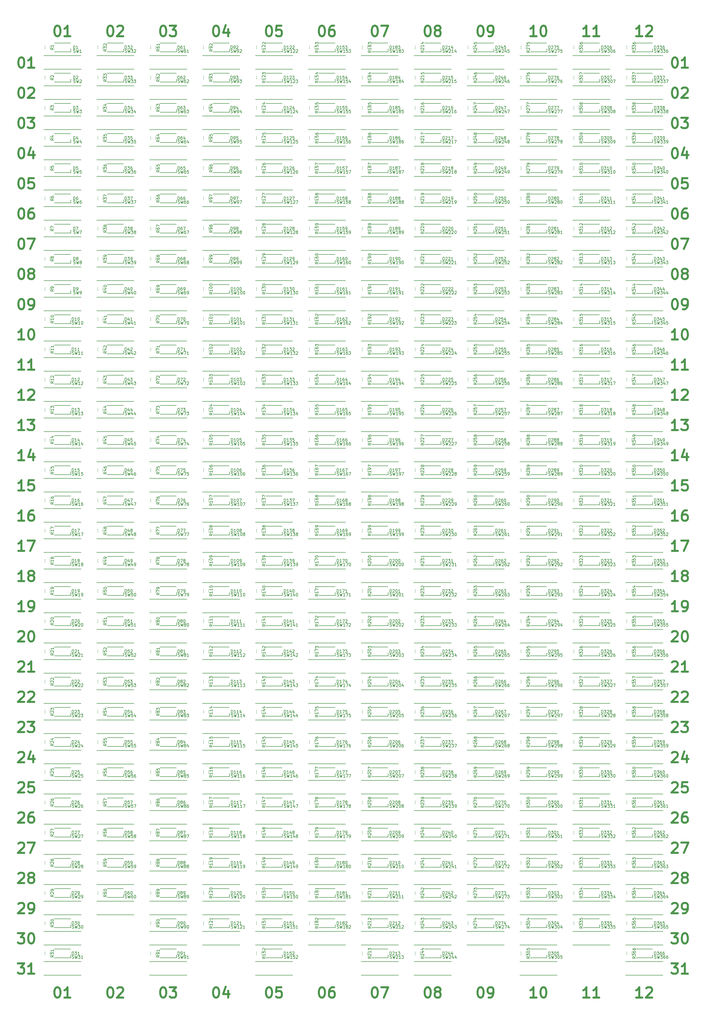
<source format=gbr>
G04 #@! TF.GenerationSoftware,KiCad,Pcbnew,(5.0.0)*
G04 #@! TF.CreationDate,2018-11-14T19:44:41+01:00*
G04 #@! TF.ProjectId,motivational board,6D6F7469766174696F6E616C20626F61,rev?*
G04 #@! TF.SameCoordinates,Original*
G04 #@! TF.FileFunction,Legend,Top*
G04 #@! TF.FilePolarity,Positive*
%FSLAX46Y46*%
G04 Gerber Fmt 4.6, Leading zero omitted, Abs format (unit mm)*
G04 Created by KiCad (PCBNEW (5.0.0)) date 11/14/18 19:44:41*
%MOMM*%
%LPD*%
G01*
G04 APERTURE LIST*
%ADD10C,0.700000*%
%ADD11C,0.150000*%
%ADD12C,0.120000*%
G04 APERTURE END LIST*
D10*
X194913333Y-329843333D02*
X192913333Y-329843333D01*
X193913333Y-329843333D02*
X193913333Y-326343333D01*
X193580000Y-326843333D01*
X193246666Y-327176666D01*
X192913333Y-327343333D01*
X198246666Y-329843333D02*
X196246666Y-329843333D01*
X197246666Y-329843333D02*
X197246666Y-326343333D01*
X196913333Y-326843333D01*
X196580000Y-327176666D01*
X196246666Y-327343333D01*
X140406666Y-326343333D02*
X140740000Y-326343333D01*
X141073333Y-326510000D01*
X141240000Y-326676666D01*
X141406666Y-327010000D01*
X141573333Y-327676666D01*
X141573333Y-328510000D01*
X141406666Y-329176666D01*
X141240000Y-329510000D01*
X141073333Y-329676666D01*
X140740000Y-329843333D01*
X140406666Y-329843333D01*
X140073333Y-329676666D01*
X139906666Y-329510000D01*
X139740000Y-329176666D01*
X139573333Y-328510000D01*
X139573333Y-327676666D01*
X139740000Y-327010000D01*
X139906666Y-326676666D01*
X140073333Y-326510000D01*
X140406666Y-326343333D01*
X143573333Y-327843333D02*
X143240000Y-327676666D01*
X143073333Y-327510000D01*
X142906666Y-327176666D01*
X142906666Y-327010000D01*
X143073333Y-326676666D01*
X143240000Y-326510000D01*
X143573333Y-326343333D01*
X144240000Y-326343333D01*
X144573333Y-326510000D01*
X144740000Y-326676666D01*
X144906666Y-327010000D01*
X144906666Y-327176666D01*
X144740000Y-327510000D01*
X144573333Y-327676666D01*
X144240000Y-327843333D01*
X143573333Y-327843333D01*
X143240000Y-328010000D01*
X143073333Y-328176666D01*
X142906666Y-328510000D01*
X142906666Y-329176666D01*
X143073333Y-329510000D01*
X143240000Y-329676666D01*
X143573333Y-329843333D01*
X144240000Y-329843333D01*
X144573333Y-329676666D01*
X144740000Y-329510000D01*
X144906666Y-329176666D01*
X144906666Y-328510000D01*
X144740000Y-328176666D01*
X144573333Y-328010000D01*
X144240000Y-327843333D01*
X212693333Y-329843333D02*
X210693333Y-329843333D01*
X211693333Y-329843333D02*
X211693333Y-326343333D01*
X211360000Y-326843333D01*
X211026666Y-327176666D01*
X210693333Y-327343333D01*
X214026666Y-326676666D02*
X214193333Y-326510000D01*
X214526666Y-326343333D01*
X215360000Y-326343333D01*
X215693333Y-326510000D01*
X215860000Y-326676666D01*
X216026666Y-327010000D01*
X216026666Y-327343333D01*
X215860000Y-327843333D01*
X213860000Y-329843333D01*
X216026666Y-329843333D01*
X122626666Y-326343333D02*
X122960000Y-326343333D01*
X123293333Y-326510000D01*
X123460000Y-326676666D01*
X123626666Y-327010000D01*
X123793333Y-327676666D01*
X123793333Y-328510000D01*
X123626666Y-329176666D01*
X123460000Y-329510000D01*
X123293333Y-329676666D01*
X122960000Y-329843333D01*
X122626666Y-329843333D01*
X122293333Y-329676666D01*
X122126666Y-329510000D01*
X121960000Y-329176666D01*
X121793333Y-328510000D01*
X121793333Y-327676666D01*
X121960000Y-327010000D01*
X122126666Y-326676666D01*
X122293333Y-326510000D01*
X122626666Y-326343333D01*
X124960000Y-326343333D02*
X127293333Y-326343333D01*
X125793333Y-329843333D01*
X104846666Y-326343333D02*
X105180000Y-326343333D01*
X105513333Y-326510000D01*
X105680000Y-326676666D01*
X105846666Y-327010000D01*
X106013333Y-327676666D01*
X106013333Y-328510000D01*
X105846666Y-329176666D01*
X105680000Y-329510000D01*
X105513333Y-329676666D01*
X105180000Y-329843333D01*
X104846666Y-329843333D01*
X104513333Y-329676666D01*
X104346666Y-329510000D01*
X104180000Y-329176666D01*
X104013333Y-328510000D01*
X104013333Y-327676666D01*
X104180000Y-327010000D01*
X104346666Y-326676666D01*
X104513333Y-326510000D01*
X104846666Y-326343333D01*
X109013333Y-326343333D02*
X108346666Y-326343333D01*
X108013333Y-326510000D01*
X107846666Y-326676666D01*
X107513333Y-327176666D01*
X107346666Y-327843333D01*
X107346666Y-329176666D01*
X107513333Y-329510000D01*
X107680000Y-329676666D01*
X108013333Y-329843333D01*
X108680000Y-329843333D01*
X109013333Y-329676666D01*
X109180000Y-329510000D01*
X109346666Y-329176666D01*
X109346666Y-328343333D01*
X109180000Y-328010000D01*
X109013333Y-327843333D01*
X108680000Y-327676666D01*
X108013333Y-327676666D01*
X107680000Y-327843333D01*
X107513333Y-328010000D01*
X107346666Y-328343333D01*
X69286666Y-326343333D02*
X69620000Y-326343333D01*
X69953333Y-326510000D01*
X70120000Y-326676666D01*
X70286666Y-327010000D01*
X70453333Y-327676666D01*
X70453333Y-328510000D01*
X70286666Y-329176666D01*
X70120000Y-329510000D01*
X69953333Y-329676666D01*
X69620000Y-329843333D01*
X69286666Y-329843333D01*
X68953333Y-329676666D01*
X68786666Y-329510000D01*
X68620000Y-329176666D01*
X68453333Y-328510000D01*
X68453333Y-327676666D01*
X68620000Y-327010000D01*
X68786666Y-326676666D01*
X68953333Y-326510000D01*
X69286666Y-326343333D01*
X73453333Y-327510000D02*
X73453333Y-329843333D01*
X72620000Y-326176666D02*
X71786666Y-328676666D01*
X73953333Y-328676666D01*
X33726666Y-326343333D02*
X34060000Y-326343333D01*
X34393333Y-326510000D01*
X34560000Y-326676666D01*
X34726666Y-327010000D01*
X34893333Y-327676666D01*
X34893333Y-328510000D01*
X34726666Y-329176666D01*
X34560000Y-329510000D01*
X34393333Y-329676666D01*
X34060000Y-329843333D01*
X33726666Y-329843333D01*
X33393333Y-329676666D01*
X33226666Y-329510000D01*
X33060000Y-329176666D01*
X32893333Y-328510000D01*
X32893333Y-327676666D01*
X33060000Y-327010000D01*
X33226666Y-326676666D01*
X33393333Y-326510000D01*
X33726666Y-326343333D01*
X36226666Y-326676666D02*
X36393333Y-326510000D01*
X36726666Y-326343333D01*
X37560000Y-326343333D01*
X37893333Y-326510000D01*
X38060000Y-326676666D01*
X38226666Y-327010000D01*
X38226666Y-327343333D01*
X38060000Y-327843333D01*
X36060000Y-329843333D01*
X38226666Y-329843333D01*
X177133333Y-329843333D02*
X175133333Y-329843333D01*
X176133333Y-329843333D02*
X176133333Y-326343333D01*
X175800000Y-326843333D01*
X175466666Y-327176666D01*
X175133333Y-327343333D01*
X179300000Y-326343333D02*
X179633333Y-326343333D01*
X179966666Y-326510000D01*
X180133333Y-326676666D01*
X180300000Y-327010000D01*
X180466666Y-327676666D01*
X180466666Y-328510000D01*
X180300000Y-329176666D01*
X180133333Y-329510000D01*
X179966666Y-329676666D01*
X179633333Y-329843333D01*
X179300000Y-329843333D01*
X178966666Y-329676666D01*
X178800000Y-329510000D01*
X178633333Y-329176666D01*
X178466666Y-328510000D01*
X178466666Y-327676666D01*
X178633333Y-327010000D01*
X178800000Y-326676666D01*
X178966666Y-326510000D01*
X179300000Y-326343333D01*
X158186666Y-326343333D02*
X158520000Y-326343333D01*
X158853333Y-326510000D01*
X159020000Y-326676666D01*
X159186666Y-327010000D01*
X159353333Y-327676666D01*
X159353333Y-328510000D01*
X159186666Y-329176666D01*
X159020000Y-329510000D01*
X158853333Y-329676666D01*
X158520000Y-329843333D01*
X158186666Y-329843333D01*
X157853333Y-329676666D01*
X157686666Y-329510000D01*
X157520000Y-329176666D01*
X157353333Y-328510000D01*
X157353333Y-327676666D01*
X157520000Y-327010000D01*
X157686666Y-326676666D01*
X157853333Y-326510000D01*
X158186666Y-326343333D01*
X161020000Y-329843333D02*
X161686666Y-329843333D01*
X162020000Y-329676666D01*
X162186666Y-329510000D01*
X162520000Y-329010000D01*
X162686666Y-328343333D01*
X162686666Y-327010000D01*
X162520000Y-326676666D01*
X162353333Y-326510000D01*
X162020000Y-326343333D01*
X161353333Y-326343333D01*
X161020000Y-326510000D01*
X160853333Y-326676666D01*
X160686666Y-327010000D01*
X160686666Y-327843333D01*
X160853333Y-328176666D01*
X161020000Y-328343333D01*
X161353333Y-328510000D01*
X162020000Y-328510000D01*
X162353333Y-328343333D01*
X162520000Y-328176666D01*
X162686666Y-327843333D01*
X51506666Y-326343333D02*
X51840000Y-326343333D01*
X52173333Y-326510000D01*
X52340000Y-326676666D01*
X52506666Y-327010000D01*
X52673333Y-327676666D01*
X52673333Y-328510000D01*
X52506666Y-329176666D01*
X52340000Y-329510000D01*
X52173333Y-329676666D01*
X51840000Y-329843333D01*
X51506666Y-329843333D01*
X51173333Y-329676666D01*
X51006666Y-329510000D01*
X50840000Y-329176666D01*
X50673333Y-328510000D01*
X50673333Y-327676666D01*
X50840000Y-327010000D01*
X51006666Y-326676666D01*
X51173333Y-326510000D01*
X51506666Y-326343333D01*
X53840000Y-326343333D02*
X56006666Y-326343333D01*
X54840000Y-327676666D01*
X55340000Y-327676666D01*
X55673333Y-327843333D01*
X55840000Y-328010000D01*
X56006666Y-328343333D01*
X56006666Y-329176666D01*
X55840000Y-329510000D01*
X55673333Y-329676666D01*
X55340000Y-329843333D01*
X54340000Y-329843333D01*
X54006666Y-329676666D01*
X53840000Y-329510000D01*
X87066666Y-326343333D02*
X87400000Y-326343333D01*
X87733333Y-326510000D01*
X87900000Y-326676666D01*
X88066666Y-327010000D01*
X88233333Y-327676666D01*
X88233333Y-328510000D01*
X88066666Y-329176666D01*
X87900000Y-329510000D01*
X87733333Y-329676666D01*
X87400000Y-329843333D01*
X87066666Y-329843333D01*
X86733333Y-329676666D01*
X86566666Y-329510000D01*
X86400000Y-329176666D01*
X86233333Y-328510000D01*
X86233333Y-327676666D01*
X86400000Y-327010000D01*
X86566666Y-326676666D01*
X86733333Y-326510000D01*
X87066666Y-326343333D01*
X91400000Y-326343333D02*
X89733333Y-326343333D01*
X89566666Y-328010000D01*
X89733333Y-327843333D01*
X90066666Y-327676666D01*
X90900000Y-327676666D01*
X91233333Y-327843333D01*
X91400000Y-328010000D01*
X91566666Y-328343333D01*
X91566666Y-329176666D01*
X91400000Y-329510000D01*
X91233333Y-329676666D01*
X90900000Y-329843333D01*
X90066666Y-329843333D01*
X89733333Y-329676666D01*
X89566666Y-329510000D01*
X15946666Y-326343333D02*
X16280000Y-326343333D01*
X16613333Y-326510000D01*
X16780000Y-326676666D01*
X16946666Y-327010000D01*
X17113333Y-327676666D01*
X17113333Y-328510000D01*
X16946666Y-329176666D01*
X16780000Y-329510000D01*
X16613333Y-329676666D01*
X16280000Y-329843333D01*
X15946666Y-329843333D01*
X15613333Y-329676666D01*
X15446666Y-329510000D01*
X15280000Y-329176666D01*
X15113333Y-328510000D01*
X15113333Y-327676666D01*
X15280000Y-327010000D01*
X15446666Y-326676666D01*
X15613333Y-326510000D01*
X15946666Y-326343333D01*
X20446666Y-329843333D02*
X18446666Y-329843333D01*
X19446666Y-329843333D02*
X19446666Y-326343333D01*
X19113333Y-326843333D01*
X18780000Y-327176666D01*
X18446666Y-327343333D01*
X222645000Y-257696666D02*
X222811666Y-257530000D01*
X223145000Y-257363333D01*
X223978333Y-257363333D01*
X224311666Y-257530000D01*
X224478333Y-257696666D01*
X224645000Y-258030000D01*
X224645000Y-258363333D01*
X224478333Y-258863333D01*
X222478333Y-260863333D01*
X224645000Y-260863333D01*
X227811666Y-257363333D02*
X226145000Y-257363333D01*
X225978333Y-259030000D01*
X226145000Y-258863333D01*
X226478333Y-258696666D01*
X227311666Y-258696666D01*
X227645000Y-258863333D01*
X227811666Y-259030000D01*
X227978333Y-259363333D01*
X227978333Y-260196666D01*
X227811666Y-260530000D01*
X227645000Y-260696666D01*
X227311666Y-260863333D01*
X226478333Y-260863333D01*
X226145000Y-260696666D01*
X225978333Y-260530000D01*
X222645000Y-278016666D02*
X222811666Y-277850000D01*
X223145000Y-277683333D01*
X223978333Y-277683333D01*
X224311666Y-277850000D01*
X224478333Y-278016666D01*
X224645000Y-278350000D01*
X224645000Y-278683333D01*
X224478333Y-279183333D01*
X222478333Y-281183333D01*
X224645000Y-281183333D01*
X225811666Y-277683333D02*
X228145000Y-277683333D01*
X226645000Y-281183333D01*
X223478333Y-74483333D02*
X223811666Y-74483333D01*
X224145000Y-74650000D01*
X224311666Y-74816666D01*
X224478333Y-75150000D01*
X224645000Y-75816666D01*
X224645000Y-76650000D01*
X224478333Y-77316666D01*
X224311666Y-77650000D01*
X224145000Y-77816666D01*
X223811666Y-77983333D01*
X223478333Y-77983333D01*
X223145000Y-77816666D01*
X222978333Y-77650000D01*
X222811666Y-77316666D01*
X222645000Y-76650000D01*
X222645000Y-75816666D01*
X222811666Y-75150000D01*
X222978333Y-74816666D01*
X223145000Y-74650000D01*
X223478333Y-74483333D01*
X225811666Y-74483333D02*
X228145000Y-74483333D01*
X226645000Y-77983333D01*
X222645000Y-237376666D02*
X222811666Y-237210000D01*
X223145000Y-237043333D01*
X223978333Y-237043333D01*
X224311666Y-237210000D01*
X224478333Y-237376666D01*
X224645000Y-237710000D01*
X224645000Y-238043333D01*
X224478333Y-238543333D01*
X222478333Y-240543333D01*
X224645000Y-240543333D01*
X225811666Y-237043333D02*
X227978333Y-237043333D01*
X226811666Y-238376666D01*
X227311666Y-238376666D01*
X227645000Y-238543333D01*
X227811666Y-238710000D01*
X227978333Y-239043333D01*
X227978333Y-239876666D01*
X227811666Y-240210000D01*
X227645000Y-240376666D01*
X227311666Y-240543333D01*
X226311666Y-240543333D01*
X225978333Y-240376666D01*
X225811666Y-240210000D01*
X224645000Y-189743333D02*
X222645000Y-189743333D01*
X223645000Y-189743333D02*
X223645000Y-186243333D01*
X223311666Y-186743333D01*
X222978333Y-187076666D01*
X222645000Y-187243333D01*
X226645000Y-187743333D02*
X226311666Y-187576666D01*
X226145000Y-187410000D01*
X225978333Y-187076666D01*
X225978333Y-186910000D01*
X226145000Y-186576666D01*
X226311666Y-186410000D01*
X226645000Y-186243333D01*
X227311666Y-186243333D01*
X227645000Y-186410000D01*
X227811666Y-186576666D01*
X227978333Y-186910000D01*
X227978333Y-187076666D01*
X227811666Y-187410000D01*
X227645000Y-187576666D01*
X227311666Y-187743333D01*
X226645000Y-187743333D01*
X226311666Y-187910000D01*
X226145000Y-188076666D01*
X225978333Y-188410000D01*
X225978333Y-189076666D01*
X226145000Y-189410000D01*
X226311666Y-189576666D01*
X226645000Y-189743333D01*
X227311666Y-189743333D01*
X227645000Y-189576666D01*
X227811666Y-189410000D01*
X227978333Y-189076666D01*
X227978333Y-188410000D01*
X227811666Y-188076666D01*
X227645000Y-187910000D01*
X227311666Y-187743333D01*
X224645000Y-179583333D02*
X222645000Y-179583333D01*
X223645000Y-179583333D02*
X223645000Y-176083333D01*
X223311666Y-176583333D01*
X222978333Y-176916666D01*
X222645000Y-177083333D01*
X225811666Y-176083333D02*
X228145000Y-176083333D01*
X226645000Y-179583333D01*
X224645000Y-138943333D02*
X222645000Y-138943333D01*
X223645000Y-138943333D02*
X223645000Y-135443333D01*
X223311666Y-135943333D01*
X222978333Y-136276666D01*
X222645000Y-136443333D01*
X225811666Y-135443333D02*
X227978333Y-135443333D01*
X226811666Y-136776666D01*
X227311666Y-136776666D01*
X227645000Y-136943333D01*
X227811666Y-137110000D01*
X227978333Y-137443333D01*
X227978333Y-138276666D01*
X227811666Y-138610000D01*
X227645000Y-138776666D01*
X227311666Y-138943333D01*
X226311666Y-138943333D01*
X225978333Y-138776666D01*
X225811666Y-138610000D01*
X223478333Y-84643333D02*
X223811666Y-84643333D01*
X224145000Y-84810000D01*
X224311666Y-84976666D01*
X224478333Y-85310000D01*
X224645000Y-85976666D01*
X224645000Y-86810000D01*
X224478333Y-87476666D01*
X224311666Y-87810000D01*
X224145000Y-87976666D01*
X223811666Y-88143333D01*
X223478333Y-88143333D01*
X223145000Y-87976666D01*
X222978333Y-87810000D01*
X222811666Y-87476666D01*
X222645000Y-86810000D01*
X222645000Y-85976666D01*
X222811666Y-85310000D01*
X222978333Y-84976666D01*
X223145000Y-84810000D01*
X223478333Y-84643333D01*
X226645000Y-86143333D02*
X226311666Y-85976666D01*
X226145000Y-85810000D01*
X225978333Y-85476666D01*
X225978333Y-85310000D01*
X226145000Y-84976666D01*
X226311666Y-84810000D01*
X226645000Y-84643333D01*
X227311666Y-84643333D01*
X227645000Y-84810000D01*
X227811666Y-84976666D01*
X227978333Y-85310000D01*
X227978333Y-85476666D01*
X227811666Y-85810000D01*
X227645000Y-85976666D01*
X227311666Y-86143333D01*
X226645000Y-86143333D01*
X226311666Y-86310000D01*
X226145000Y-86476666D01*
X225978333Y-86810000D01*
X225978333Y-87476666D01*
X226145000Y-87810000D01*
X226311666Y-87976666D01*
X226645000Y-88143333D01*
X227311666Y-88143333D01*
X227645000Y-87976666D01*
X227811666Y-87810000D01*
X227978333Y-87476666D01*
X227978333Y-86810000D01*
X227811666Y-86476666D01*
X227645000Y-86310000D01*
X227311666Y-86143333D01*
X223478333Y-33843333D02*
X223811666Y-33843333D01*
X224145000Y-34010000D01*
X224311666Y-34176666D01*
X224478333Y-34510000D01*
X224645000Y-35176666D01*
X224645000Y-36010000D01*
X224478333Y-36676666D01*
X224311666Y-37010000D01*
X224145000Y-37176666D01*
X223811666Y-37343333D01*
X223478333Y-37343333D01*
X223145000Y-37176666D01*
X222978333Y-37010000D01*
X222811666Y-36676666D01*
X222645000Y-36010000D01*
X222645000Y-35176666D01*
X222811666Y-34510000D01*
X222978333Y-34176666D01*
X223145000Y-34010000D01*
X223478333Y-33843333D01*
X225811666Y-33843333D02*
X227978333Y-33843333D01*
X226811666Y-35176666D01*
X227311666Y-35176666D01*
X227645000Y-35343333D01*
X227811666Y-35510000D01*
X227978333Y-35843333D01*
X227978333Y-36676666D01*
X227811666Y-37010000D01*
X227645000Y-37176666D01*
X227311666Y-37343333D01*
X226311666Y-37343333D01*
X225978333Y-37176666D01*
X225811666Y-37010000D01*
X223478333Y-94803333D02*
X223811666Y-94803333D01*
X224145000Y-94970000D01*
X224311666Y-95136666D01*
X224478333Y-95470000D01*
X224645000Y-96136666D01*
X224645000Y-96970000D01*
X224478333Y-97636666D01*
X224311666Y-97970000D01*
X224145000Y-98136666D01*
X223811666Y-98303333D01*
X223478333Y-98303333D01*
X223145000Y-98136666D01*
X222978333Y-97970000D01*
X222811666Y-97636666D01*
X222645000Y-96970000D01*
X222645000Y-96136666D01*
X222811666Y-95470000D01*
X222978333Y-95136666D01*
X223145000Y-94970000D01*
X223478333Y-94803333D01*
X226311666Y-98303333D02*
X226978333Y-98303333D01*
X227311666Y-98136666D01*
X227478333Y-97970000D01*
X227811666Y-97470000D01*
X227978333Y-96803333D01*
X227978333Y-95470000D01*
X227811666Y-95136666D01*
X227645000Y-94970000D01*
X227311666Y-94803333D01*
X226645000Y-94803333D01*
X226311666Y-94970000D01*
X226145000Y-95136666D01*
X225978333Y-95470000D01*
X225978333Y-96303333D01*
X226145000Y-96636666D01*
X226311666Y-96803333D01*
X226645000Y-96970000D01*
X227311666Y-96970000D01*
X227645000Y-96803333D01*
X227811666Y-96636666D01*
X227978333Y-96303333D01*
X224645000Y-169423333D02*
X222645000Y-169423333D01*
X223645000Y-169423333D02*
X223645000Y-165923333D01*
X223311666Y-166423333D01*
X222978333Y-166756666D01*
X222645000Y-166923333D01*
X227645000Y-165923333D02*
X226978333Y-165923333D01*
X226645000Y-166090000D01*
X226478333Y-166256666D01*
X226145000Y-166756666D01*
X225978333Y-167423333D01*
X225978333Y-168756666D01*
X226145000Y-169090000D01*
X226311666Y-169256666D01*
X226645000Y-169423333D01*
X227311666Y-169423333D01*
X227645000Y-169256666D01*
X227811666Y-169090000D01*
X227978333Y-168756666D01*
X227978333Y-167923333D01*
X227811666Y-167590000D01*
X227645000Y-167423333D01*
X227311666Y-167256666D01*
X226645000Y-167256666D01*
X226311666Y-167423333D01*
X226145000Y-167590000D01*
X225978333Y-167923333D01*
X223478333Y-64323333D02*
X223811666Y-64323333D01*
X224145000Y-64490000D01*
X224311666Y-64656666D01*
X224478333Y-64990000D01*
X224645000Y-65656666D01*
X224645000Y-66490000D01*
X224478333Y-67156666D01*
X224311666Y-67490000D01*
X224145000Y-67656666D01*
X223811666Y-67823333D01*
X223478333Y-67823333D01*
X223145000Y-67656666D01*
X222978333Y-67490000D01*
X222811666Y-67156666D01*
X222645000Y-66490000D01*
X222645000Y-65656666D01*
X222811666Y-64990000D01*
X222978333Y-64656666D01*
X223145000Y-64490000D01*
X223478333Y-64323333D01*
X227645000Y-64323333D02*
X226978333Y-64323333D01*
X226645000Y-64490000D01*
X226478333Y-64656666D01*
X226145000Y-65156666D01*
X225978333Y-65823333D01*
X225978333Y-67156666D01*
X226145000Y-67490000D01*
X226311666Y-67656666D01*
X226645000Y-67823333D01*
X227311666Y-67823333D01*
X227645000Y-67656666D01*
X227811666Y-67490000D01*
X227978333Y-67156666D01*
X227978333Y-66323333D01*
X227811666Y-65990000D01*
X227645000Y-65823333D01*
X227311666Y-65656666D01*
X226645000Y-65656666D01*
X226311666Y-65823333D01*
X226145000Y-65990000D01*
X225978333Y-66323333D01*
X222478333Y-308163333D02*
X224645000Y-308163333D01*
X223478333Y-309496666D01*
X223978333Y-309496666D01*
X224311666Y-309663333D01*
X224478333Y-309830000D01*
X224645000Y-310163333D01*
X224645000Y-310996666D01*
X224478333Y-311330000D01*
X224311666Y-311496666D01*
X223978333Y-311663333D01*
X222978333Y-311663333D01*
X222645000Y-311496666D01*
X222478333Y-311330000D01*
X226811666Y-308163333D02*
X227145000Y-308163333D01*
X227478333Y-308330000D01*
X227645000Y-308496666D01*
X227811666Y-308830000D01*
X227978333Y-309496666D01*
X227978333Y-310330000D01*
X227811666Y-310996666D01*
X227645000Y-311330000D01*
X227478333Y-311496666D01*
X227145000Y-311663333D01*
X226811666Y-311663333D01*
X226478333Y-311496666D01*
X226311666Y-311330000D01*
X226145000Y-310996666D01*
X225978333Y-310330000D01*
X225978333Y-309496666D01*
X226145000Y-308830000D01*
X226311666Y-308496666D01*
X226478333Y-308330000D01*
X226811666Y-308163333D01*
X222645000Y-247536666D02*
X222811666Y-247370000D01*
X223145000Y-247203333D01*
X223978333Y-247203333D01*
X224311666Y-247370000D01*
X224478333Y-247536666D01*
X224645000Y-247870000D01*
X224645000Y-248203333D01*
X224478333Y-248703333D01*
X222478333Y-250703333D01*
X224645000Y-250703333D01*
X227645000Y-248370000D02*
X227645000Y-250703333D01*
X226811666Y-247036666D02*
X225978333Y-249536666D01*
X228145000Y-249536666D01*
X222645000Y-298336666D02*
X222811666Y-298170000D01*
X223145000Y-298003333D01*
X223978333Y-298003333D01*
X224311666Y-298170000D01*
X224478333Y-298336666D01*
X224645000Y-298670000D01*
X224645000Y-299003333D01*
X224478333Y-299503333D01*
X222478333Y-301503333D01*
X224645000Y-301503333D01*
X226311666Y-301503333D02*
X226978333Y-301503333D01*
X227311666Y-301336666D01*
X227478333Y-301170000D01*
X227811666Y-300670000D01*
X227978333Y-300003333D01*
X227978333Y-298670000D01*
X227811666Y-298336666D01*
X227645000Y-298170000D01*
X227311666Y-298003333D01*
X226645000Y-298003333D01*
X226311666Y-298170000D01*
X226145000Y-298336666D01*
X225978333Y-298670000D01*
X225978333Y-299503333D01*
X226145000Y-299836666D01*
X226311666Y-300003333D01*
X226645000Y-300170000D01*
X227311666Y-300170000D01*
X227645000Y-300003333D01*
X227811666Y-299836666D01*
X227978333Y-299503333D01*
X222645000Y-206896666D02*
X222811666Y-206730000D01*
X223145000Y-206563333D01*
X223978333Y-206563333D01*
X224311666Y-206730000D01*
X224478333Y-206896666D01*
X224645000Y-207230000D01*
X224645000Y-207563333D01*
X224478333Y-208063333D01*
X222478333Y-210063333D01*
X224645000Y-210063333D01*
X226811666Y-206563333D02*
X227145000Y-206563333D01*
X227478333Y-206730000D01*
X227645000Y-206896666D01*
X227811666Y-207230000D01*
X227978333Y-207896666D01*
X227978333Y-208730000D01*
X227811666Y-209396666D01*
X227645000Y-209730000D01*
X227478333Y-209896666D01*
X227145000Y-210063333D01*
X226811666Y-210063333D01*
X226478333Y-209896666D01*
X226311666Y-209730000D01*
X226145000Y-209396666D01*
X225978333Y-208730000D01*
X225978333Y-207896666D01*
X226145000Y-207230000D01*
X226311666Y-206896666D01*
X226478333Y-206730000D01*
X226811666Y-206563333D01*
X224645000Y-159263333D02*
X222645000Y-159263333D01*
X223645000Y-159263333D02*
X223645000Y-155763333D01*
X223311666Y-156263333D01*
X222978333Y-156596666D01*
X222645000Y-156763333D01*
X227811666Y-155763333D02*
X226145000Y-155763333D01*
X225978333Y-157430000D01*
X226145000Y-157263333D01*
X226478333Y-157096666D01*
X227311666Y-157096666D01*
X227645000Y-157263333D01*
X227811666Y-157430000D01*
X227978333Y-157763333D01*
X227978333Y-158596666D01*
X227811666Y-158930000D01*
X227645000Y-159096666D01*
X227311666Y-159263333D01*
X226478333Y-159263333D01*
X226145000Y-159096666D01*
X225978333Y-158930000D01*
X224645000Y-199903333D02*
X222645000Y-199903333D01*
X223645000Y-199903333D02*
X223645000Y-196403333D01*
X223311666Y-196903333D01*
X222978333Y-197236666D01*
X222645000Y-197403333D01*
X226311666Y-199903333D02*
X226978333Y-199903333D01*
X227311666Y-199736666D01*
X227478333Y-199570000D01*
X227811666Y-199070000D01*
X227978333Y-198403333D01*
X227978333Y-197070000D01*
X227811666Y-196736666D01*
X227645000Y-196570000D01*
X227311666Y-196403333D01*
X226645000Y-196403333D01*
X226311666Y-196570000D01*
X226145000Y-196736666D01*
X225978333Y-197070000D01*
X225978333Y-197903333D01*
X226145000Y-198236666D01*
X226311666Y-198403333D01*
X226645000Y-198570000D01*
X227311666Y-198570000D01*
X227645000Y-198403333D01*
X227811666Y-198236666D01*
X227978333Y-197903333D01*
X222645000Y-267856666D02*
X222811666Y-267690000D01*
X223145000Y-267523333D01*
X223978333Y-267523333D01*
X224311666Y-267690000D01*
X224478333Y-267856666D01*
X224645000Y-268190000D01*
X224645000Y-268523333D01*
X224478333Y-269023333D01*
X222478333Y-271023333D01*
X224645000Y-271023333D01*
X227645000Y-267523333D02*
X226978333Y-267523333D01*
X226645000Y-267690000D01*
X226478333Y-267856666D01*
X226145000Y-268356666D01*
X225978333Y-269023333D01*
X225978333Y-270356666D01*
X226145000Y-270690000D01*
X226311666Y-270856666D01*
X226645000Y-271023333D01*
X227311666Y-271023333D01*
X227645000Y-270856666D01*
X227811666Y-270690000D01*
X227978333Y-270356666D01*
X227978333Y-269523333D01*
X227811666Y-269190000D01*
X227645000Y-269023333D01*
X227311666Y-268856666D01*
X226645000Y-268856666D01*
X226311666Y-269023333D01*
X226145000Y-269190000D01*
X225978333Y-269523333D01*
X222645000Y-217056666D02*
X222811666Y-216890000D01*
X223145000Y-216723333D01*
X223978333Y-216723333D01*
X224311666Y-216890000D01*
X224478333Y-217056666D01*
X224645000Y-217390000D01*
X224645000Y-217723333D01*
X224478333Y-218223333D01*
X222478333Y-220223333D01*
X224645000Y-220223333D01*
X227978333Y-220223333D02*
X225978333Y-220223333D01*
X226978333Y-220223333D02*
X226978333Y-216723333D01*
X226645000Y-217223333D01*
X226311666Y-217556666D01*
X225978333Y-217723333D01*
X224645000Y-128783333D02*
X222645000Y-128783333D01*
X223645000Y-128783333D02*
X223645000Y-125283333D01*
X223311666Y-125783333D01*
X222978333Y-126116666D01*
X222645000Y-126283333D01*
X225978333Y-125616666D02*
X226145000Y-125450000D01*
X226478333Y-125283333D01*
X227311666Y-125283333D01*
X227645000Y-125450000D01*
X227811666Y-125616666D01*
X227978333Y-125950000D01*
X227978333Y-126283333D01*
X227811666Y-126783333D01*
X225811666Y-128783333D01*
X227978333Y-128783333D01*
X224645000Y-108463333D02*
X222645000Y-108463333D01*
X223645000Y-108463333D02*
X223645000Y-104963333D01*
X223311666Y-105463333D01*
X222978333Y-105796666D01*
X222645000Y-105963333D01*
X226811666Y-104963333D02*
X227145000Y-104963333D01*
X227478333Y-105130000D01*
X227645000Y-105296666D01*
X227811666Y-105630000D01*
X227978333Y-106296666D01*
X227978333Y-107130000D01*
X227811666Y-107796666D01*
X227645000Y-108130000D01*
X227478333Y-108296666D01*
X227145000Y-108463333D01*
X226811666Y-108463333D01*
X226478333Y-108296666D01*
X226311666Y-108130000D01*
X226145000Y-107796666D01*
X225978333Y-107130000D01*
X225978333Y-106296666D01*
X226145000Y-105630000D01*
X226311666Y-105296666D01*
X226478333Y-105130000D01*
X226811666Y-104963333D01*
X223478333Y-44003333D02*
X223811666Y-44003333D01*
X224145000Y-44170000D01*
X224311666Y-44336666D01*
X224478333Y-44670000D01*
X224645000Y-45336666D01*
X224645000Y-46170000D01*
X224478333Y-46836666D01*
X224311666Y-47170000D01*
X224145000Y-47336666D01*
X223811666Y-47503333D01*
X223478333Y-47503333D01*
X223145000Y-47336666D01*
X222978333Y-47170000D01*
X222811666Y-46836666D01*
X222645000Y-46170000D01*
X222645000Y-45336666D01*
X222811666Y-44670000D01*
X222978333Y-44336666D01*
X223145000Y-44170000D01*
X223478333Y-44003333D01*
X227645000Y-45170000D02*
X227645000Y-47503333D01*
X226811666Y-43836666D02*
X225978333Y-46336666D01*
X228145000Y-46336666D01*
X223478333Y-54163333D02*
X223811666Y-54163333D01*
X224145000Y-54330000D01*
X224311666Y-54496666D01*
X224478333Y-54830000D01*
X224645000Y-55496666D01*
X224645000Y-56330000D01*
X224478333Y-56996666D01*
X224311666Y-57330000D01*
X224145000Y-57496666D01*
X223811666Y-57663333D01*
X223478333Y-57663333D01*
X223145000Y-57496666D01*
X222978333Y-57330000D01*
X222811666Y-56996666D01*
X222645000Y-56330000D01*
X222645000Y-55496666D01*
X222811666Y-54830000D01*
X222978333Y-54496666D01*
X223145000Y-54330000D01*
X223478333Y-54163333D01*
X227811666Y-54163333D02*
X226145000Y-54163333D01*
X225978333Y-55830000D01*
X226145000Y-55663333D01*
X226478333Y-55496666D01*
X227311666Y-55496666D01*
X227645000Y-55663333D01*
X227811666Y-55830000D01*
X227978333Y-56163333D01*
X227978333Y-56996666D01*
X227811666Y-57330000D01*
X227645000Y-57496666D01*
X227311666Y-57663333D01*
X226478333Y-57663333D01*
X226145000Y-57496666D01*
X225978333Y-57330000D01*
X222478333Y-318323333D02*
X224645000Y-318323333D01*
X223478333Y-319656666D01*
X223978333Y-319656666D01*
X224311666Y-319823333D01*
X224478333Y-319990000D01*
X224645000Y-320323333D01*
X224645000Y-321156666D01*
X224478333Y-321490000D01*
X224311666Y-321656666D01*
X223978333Y-321823333D01*
X222978333Y-321823333D01*
X222645000Y-321656666D01*
X222478333Y-321490000D01*
X227978333Y-321823333D02*
X225978333Y-321823333D01*
X226978333Y-321823333D02*
X226978333Y-318323333D01*
X226645000Y-318823333D01*
X226311666Y-319156666D01*
X225978333Y-319323333D01*
X222645000Y-288176666D02*
X222811666Y-288010000D01*
X223145000Y-287843333D01*
X223978333Y-287843333D01*
X224311666Y-288010000D01*
X224478333Y-288176666D01*
X224645000Y-288510000D01*
X224645000Y-288843333D01*
X224478333Y-289343333D01*
X222478333Y-291343333D01*
X224645000Y-291343333D01*
X226645000Y-289343333D02*
X226311666Y-289176666D01*
X226145000Y-289010000D01*
X225978333Y-288676666D01*
X225978333Y-288510000D01*
X226145000Y-288176666D01*
X226311666Y-288010000D01*
X226645000Y-287843333D01*
X227311666Y-287843333D01*
X227645000Y-288010000D01*
X227811666Y-288176666D01*
X227978333Y-288510000D01*
X227978333Y-288676666D01*
X227811666Y-289010000D01*
X227645000Y-289176666D01*
X227311666Y-289343333D01*
X226645000Y-289343333D01*
X226311666Y-289510000D01*
X226145000Y-289676666D01*
X225978333Y-290010000D01*
X225978333Y-290676666D01*
X226145000Y-291010000D01*
X226311666Y-291176666D01*
X226645000Y-291343333D01*
X227311666Y-291343333D01*
X227645000Y-291176666D01*
X227811666Y-291010000D01*
X227978333Y-290676666D01*
X227978333Y-290010000D01*
X227811666Y-289676666D01*
X227645000Y-289510000D01*
X227311666Y-289343333D01*
X222645000Y-227216666D02*
X222811666Y-227050000D01*
X223145000Y-226883333D01*
X223978333Y-226883333D01*
X224311666Y-227050000D01*
X224478333Y-227216666D01*
X224645000Y-227550000D01*
X224645000Y-227883333D01*
X224478333Y-228383333D01*
X222478333Y-230383333D01*
X224645000Y-230383333D01*
X225978333Y-227216666D02*
X226145000Y-227050000D01*
X226478333Y-226883333D01*
X227311666Y-226883333D01*
X227645000Y-227050000D01*
X227811666Y-227216666D01*
X227978333Y-227550000D01*
X227978333Y-227883333D01*
X227811666Y-228383333D01*
X225811666Y-230383333D01*
X227978333Y-230383333D01*
X224645000Y-149103333D02*
X222645000Y-149103333D01*
X223645000Y-149103333D02*
X223645000Y-145603333D01*
X223311666Y-146103333D01*
X222978333Y-146436666D01*
X222645000Y-146603333D01*
X227645000Y-146770000D02*
X227645000Y-149103333D01*
X226811666Y-145436666D02*
X225978333Y-147936666D01*
X228145000Y-147936666D01*
X224645000Y-118623333D02*
X222645000Y-118623333D01*
X223645000Y-118623333D02*
X223645000Y-115123333D01*
X223311666Y-115623333D01*
X222978333Y-115956666D01*
X222645000Y-116123333D01*
X227978333Y-118623333D02*
X225978333Y-118623333D01*
X226978333Y-118623333D02*
X226978333Y-115123333D01*
X226645000Y-115623333D01*
X226311666Y-115956666D01*
X225978333Y-116123333D01*
X223478333Y-23683333D02*
X223811666Y-23683333D01*
X224145000Y-23850000D01*
X224311666Y-24016666D01*
X224478333Y-24350000D01*
X224645000Y-25016666D01*
X224645000Y-25850000D01*
X224478333Y-26516666D01*
X224311666Y-26850000D01*
X224145000Y-27016666D01*
X223811666Y-27183333D01*
X223478333Y-27183333D01*
X223145000Y-27016666D01*
X222978333Y-26850000D01*
X222811666Y-26516666D01*
X222645000Y-25850000D01*
X222645000Y-25016666D01*
X222811666Y-24350000D01*
X222978333Y-24016666D01*
X223145000Y-23850000D01*
X223478333Y-23683333D01*
X225978333Y-24016666D02*
X226145000Y-23850000D01*
X226478333Y-23683333D01*
X227311666Y-23683333D01*
X227645000Y-23850000D01*
X227811666Y-24016666D01*
X227978333Y-24350000D01*
X227978333Y-24683333D01*
X227811666Y-25183333D01*
X225811666Y-27183333D01*
X227978333Y-27183333D01*
X223478333Y-13523333D02*
X223811666Y-13523333D01*
X224145000Y-13690000D01*
X224311666Y-13856666D01*
X224478333Y-14190000D01*
X224645000Y-14856666D01*
X224645000Y-15690000D01*
X224478333Y-16356666D01*
X224311666Y-16690000D01*
X224145000Y-16856666D01*
X223811666Y-17023333D01*
X223478333Y-17023333D01*
X223145000Y-16856666D01*
X222978333Y-16690000D01*
X222811666Y-16356666D01*
X222645000Y-15690000D01*
X222645000Y-14856666D01*
X222811666Y-14190000D01*
X222978333Y-13856666D01*
X223145000Y-13690000D01*
X223478333Y-13523333D01*
X227978333Y-17023333D02*
X225978333Y-17023333D01*
X226978333Y-17023333D02*
X226978333Y-13523333D01*
X226645000Y-14023333D01*
X226311666Y-14356666D01*
X225978333Y-14523333D01*
X212693333Y-6393333D02*
X210693333Y-6393333D01*
X211693333Y-6393333D02*
X211693333Y-2893333D01*
X211360000Y-3393333D01*
X211026666Y-3726666D01*
X210693333Y-3893333D01*
X214026666Y-3226666D02*
X214193333Y-3060000D01*
X214526666Y-2893333D01*
X215360000Y-2893333D01*
X215693333Y-3060000D01*
X215860000Y-3226666D01*
X216026666Y-3560000D01*
X216026666Y-3893333D01*
X215860000Y-4393333D01*
X213860000Y-6393333D01*
X216026666Y-6393333D01*
X194913333Y-6393333D02*
X192913333Y-6393333D01*
X193913333Y-6393333D02*
X193913333Y-2893333D01*
X193580000Y-3393333D01*
X193246666Y-3726666D01*
X192913333Y-3893333D01*
X198246666Y-6393333D02*
X196246666Y-6393333D01*
X197246666Y-6393333D02*
X197246666Y-2893333D01*
X196913333Y-3393333D01*
X196580000Y-3726666D01*
X196246666Y-3893333D01*
X177133333Y-6393333D02*
X175133333Y-6393333D01*
X176133333Y-6393333D02*
X176133333Y-2893333D01*
X175800000Y-3393333D01*
X175466666Y-3726666D01*
X175133333Y-3893333D01*
X179300000Y-2893333D02*
X179633333Y-2893333D01*
X179966666Y-3060000D01*
X180133333Y-3226666D01*
X180300000Y-3560000D01*
X180466666Y-4226666D01*
X180466666Y-5060000D01*
X180300000Y-5726666D01*
X180133333Y-6060000D01*
X179966666Y-6226666D01*
X179633333Y-6393333D01*
X179300000Y-6393333D01*
X178966666Y-6226666D01*
X178800000Y-6060000D01*
X178633333Y-5726666D01*
X178466666Y-5060000D01*
X178466666Y-4226666D01*
X178633333Y-3560000D01*
X178800000Y-3226666D01*
X178966666Y-3060000D01*
X179300000Y-2893333D01*
X158186666Y-2893333D02*
X158520000Y-2893333D01*
X158853333Y-3060000D01*
X159020000Y-3226666D01*
X159186666Y-3560000D01*
X159353333Y-4226666D01*
X159353333Y-5060000D01*
X159186666Y-5726666D01*
X159020000Y-6060000D01*
X158853333Y-6226666D01*
X158520000Y-6393333D01*
X158186666Y-6393333D01*
X157853333Y-6226666D01*
X157686666Y-6060000D01*
X157520000Y-5726666D01*
X157353333Y-5060000D01*
X157353333Y-4226666D01*
X157520000Y-3560000D01*
X157686666Y-3226666D01*
X157853333Y-3060000D01*
X158186666Y-2893333D01*
X161020000Y-6393333D02*
X161686666Y-6393333D01*
X162020000Y-6226666D01*
X162186666Y-6060000D01*
X162520000Y-5560000D01*
X162686666Y-4893333D01*
X162686666Y-3560000D01*
X162520000Y-3226666D01*
X162353333Y-3060000D01*
X162020000Y-2893333D01*
X161353333Y-2893333D01*
X161020000Y-3060000D01*
X160853333Y-3226666D01*
X160686666Y-3560000D01*
X160686666Y-4393333D01*
X160853333Y-4726666D01*
X161020000Y-4893333D01*
X161353333Y-5060000D01*
X162020000Y-5060000D01*
X162353333Y-4893333D01*
X162520000Y-4726666D01*
X162686666Y-4393333D01*
X140406666Y-2893333D02*
X140740000Y-2893333D01*
X141073333Y-3060000D01*
X141240000Y-3226666D01*
X141406666Y-3560000D01*
X141573333Y-4226666D01*
X141573333Y-5060000D01*
X141406666Y-5726666D01*
X141240000Y-6060000D01*
X141073333Y-6226666D01*
X140740000Y-6393333D01*
X140406666Y-6393333D01*
X140073333Y-6226666D01*
X139906666Y-6060000D01*
X139740000Y-5726666D01*
X139573333Y-5060000D01*
X139573333Y-4226666D01*
X139740000Y-3560000D01*
X139906666Y-3226666D01*
X140073333Y-3060000D01*
X140406666Y-2893333D01*
X143573333Y-4393333D02*
X143240000Y-4226666D01*
X143073333Y-4060000D01*
X142906666Y-3726666D01*
X142906666Y-3560000D01*
X143073333Y-3226666D01*
X143240000Y-3060000D01*
X143573333Y-2893333D01*
X144240000Y-2893333D01*
X144573333Y-3060000D01*
X144740000Y-3226666D01*
X144906666Y-3560000D01*
X144906666Y-3726666D01*
X144740000Y-4060000D01*
X144573333Y-4226666D01*
X144240000Y-4393333D01*
X143573333Y-4393333D01*
X143240000Y-4560000D01*
X143073333Y-4726666D01*
X142906666Y-5060000D01*
X142906666Y-5726666D01*
X143073333Y-6060000D01*
X143240000Y-6226666D01*
X143573333Y-6393333D01*
X144240000Y-6393333D01*
X144573333Y-6226666D01*
X144740000Y-6060000D01*
X144906666Y-5726666D01*
X144906666Y-5060000D01*
X144740000Y-4726666D01*
X144573333Y-4560000D01*
X144240000Y-4393333D01*
X122626666Y-2893333D02*
X122960000Y-2893333D01*
X123293333Y-3060000D01*
X123460000Y-3226666D01*
X123626666Y-3560000D01*
X123793333Y-4226666D01*
X123793333Y-5060000D01*
X123626666Y-5726666D01*
X123460000Y-6060000D01*
X123293333Y-6226666D01*
X122960000Y-6393333D01*
X122626666Y-6393333D01*
X122293333Y-6226666D01*
X122126666Y-6060000D01*
X121960000Y-5726666D01*
X121793333Y-5060000D01*
X121793333Y-4226666D01*
X121960000Y-3560000D01*
X122126666Y-3226666D01*
X122293333Y-3060000D01*
X122626666Y-2893333D01*
X124960000Y-2893333D02*
X127293333Y-2893333D01*
X125793333Y-6393333D01*
X104846666Y-2893333D02*
X105180000Y-2893333D01*
X105513333Y-3060000D01*
X105680000Y-3226666D01*
X105846666Y-3560000D01*
X106013333Y-4226666D01*
X106013333Y-5060000D01*
X105846666Y-5726666D01*
X105680000Y-6060000D01*
X105513333Y-6226666D01*
X105180000Y-6393333D01*
X104846666Y-6393333D01*
X104513333Y-6226666D01*
X104346666Y-6060000D01*
X104180000Y-5726666D01*
X104013333Y-5060000D01*
X104013333Y-4226666D01*
X104180000Y-3560000D01*
X104346666Y-3226666D01*
X104513333Y-3060000D01*
X104846666Y-2893333D01*
X109013333Y-2893333D02*
X108346666Y-2893333D01*
X108013333Y-3060000D01*
X107846666Y-3226666D01*
X107513333Y-3726666D01*
X107346666Y-4393333D01*
X107346666Y-5726666D01*
X107513333Y-6060000D01*
X107680000Y-6226666D01*
X108013333Y-6393333D01*
X108680000Y-6393333D01*
X109013333Y-6226666D01*
X109180000Y-6060000D01*
X109346666Y-5726666D01*
X109346666Y-4893333D01*
X109180000Y-4560000D01*
X109013333Y-4393333D01*
X108680000Y-4226666D01*
X108013333Y-4226666D01*
X107680000Y-4393333D01*
X107513333Y-4560000D01*
X107346666Y-4893333D01*
X87066666Y-2893333D02*
X87400000Y-2893333D01*
X87733333Y-3060000D01*
X87900000Y-3226666D01*
X88066666Y-3560000D01*
X88233333Y-4226666D01*
X88233333Y-5060000D01*
X88066666Y-5726666D01*
X87900000Y-6060000D01*
X87733333Y-6226666D01*
X87400000Y-6393333D01*
X87066666Y-6393333D01*
X86733333Y-6226666D01*
X86566666Y-6060000D01*
X86400000Y-5726666D01*
X86233333Y-5060000D01*
X86233333Y-4226666D01*
X86400000Y-3560000D01*
X86566666Y-3226666D01*
X86733333Y-3060000D01*
X87066666Y-2893333D01*
X91400000Y-2893333D02*
X89733333Y-2893333D01*
X89566666Y-4560000D01*
X89733333Y-4393333D01*
X90066666Y-4226666D01*
X90900000Y-4226666D01*
X91233333Y-4393333D01*
X91400000Y-4560000D01*
X91566666Y-4893333D01*
X91566666Y-5726666D01*
X91400000Y-6060000D01*
X91233333Y-6226666D01*
X90900000Y-6393333D01*
X90066666Y-6393333D01*
X89733333Y-6226666D01*
X89566666Y-6060000D01*
X69286666Y-2893333D02*
X69620000Y-2893333D01*
X69953333Y-3060000D01*
X70120000Y-3226666D01*
X70286666Y-3560000D01*
X70453333Y-4226666D01*
X70453333Y-5060000D01*
X70286666Y-5726666D01*
X70120000Y-6060000D01*
X69953333Y-6226666D01*
X69620000Y-6393333D01*
X69286666Y-6393333D01*
X68953333Y-6226666D01*
X68786666Y-6060000D01*
X68620000Y-5726666D01*
X68453333Y-5060000D01*
X68453333Y-4226666D01*
X68620000Y-3560000D01*
X68786666Y-3226666D01*
X68953333Y-3060000D01*
X69286666Y-2893333D01*
X73453333Y-4060000D02*
X73453333Y-6393333D01*
X72620000Y-2726666D02*
X71786666Y-5226666D01*
X73953333Y-5226666D01*
X51506666Y-2893333D02*
X51840000Y-2893333D01*
X52173333Y-3060000D01*
X52340000Y-3226666D01*
X52506666Y-3560000D01*
X52673333Y-4226666D01*
X52673333Y-5060000D01*
X52506666Y-5726666D01*
X52340000Y-6060000D01*
X52173333Y-6226666D01*
X51840000Y-6393333D01*
X51506666Y-6393333D01*
X51173333Y-6226666D01*
X51006666Y-6060000D01*
X50840000Y-5726666D01*
X50673333Y-5060000D01*
X50673333Y-4226666D01*
X50840000Y-3560000D01*
X51006666Y-3226666D01*
X51173333Y-3060000D01*
X51506666Y-2893333D01*
X53840000Y-2893333D02*
X56006666Y-2893333D01*
X54840000Y-4226666D01*
X55340000Y-4226666D01*
X55673333Y-4393333D01*
X55840000Y-4560000D01*
X56006666Y-4893333D01*
X56006666Y-5726666D01*
X55840000Y-6060000D01*
X55673333Y-6226666D01*
X55340000Y-6393333D01*
X54340000Y-6393333D01*
X54006666Y-6226666D01*
X53840000Y-6060000D01*
X33726666Y-2893333D02*
X34060000Y-2893333D01*
X34393333Y-3060000D01*
X34560000Y-3226666D01*
X34726666Y-3560000D01*
X34893333Y-4226666D01*
X34893333Y-5060000D01*
X34726666Y-5726666D01*
X34560000Y-6060000D01*
X34393333Y-6226666D01*
X34060000Y-6393333D01*
X33726666Y-6393333D01*
X33393333Y-6226666D01*
X33226666Y-6060000D01*
X33060000Y-5726666D01*
X32893333Y-5060000D01*
X32893333Y-4226666D01*
X33060000Y-3560000D01*
X33226666Y-3226666D01*
X33393333Y-3060000D01*
X33726666Y-2893333D01*
X36226666Y-3226666D02*
X36393333Y-3060000D01*
X36726666Y-2893333D01*
X37560000Y-2893333D01*
X37893333Y-3060000D01*
X38060000Y-3226666D01*
X38226666Y-3560000D01*
X38226666Y-3893333D01*
X38060000Y-4393333D01*
X36060000Y-6393333D01*
X38226666Y-6393333D01*
X15946666Y-2893333D02*
X16280000Y-2893333D01*
X16613333Y-3060000D01*
X16780000Y-3226666D01*
X16946666Y-3560000D01*
X17113333Y-4226666D01*
X17113333Y-5060000D01*
X16946666Y-5726666D01*
X16780000Y-6060000D01*
X16613333Y-6226666D01*
X16280000Y-6393333D01*
X15946666Y-6393333D01*
X15613333Y-6226666D01*
X15446666Y-6060000D01*
X15280000Y-5726666D01*
X15113333Y-5060000D01*
X15113333Y-4226666D01*
X15280000Y-3560000D01*
X15446666Y-3226666D01*
X15613333Y-3060000D01*
X15946666Y-2893333D01*
X20446666Y-6393333D02*
X18446666Y-6393333D01*
X19446666Y-6393333D02*
X19446666Y-2893333D01*
X19113333Y-3393333D01*
X18780000Y-3726666D01*
X18446666Y-3893333D01*
X2788333Y-318323333D02*
X4955000Y-318323333D01*
X3788333Y-319656666D01*
X4288333Y-319656666D01*
X4621666Y-319823333D01*
X4788333Y-319990000D01*
X4955000Y-320323333D01*
X4955000Y-321156666D01*
X4788333Y-321490000D01*
X4621666Y-321656666D01*
X4288333Y-321823333D01*
X3288333Y-321823333D01*
X2955000Y-321656666D01*
X2788333Y-321490000D01*
X8288333Y-321823333D02*
X6288333Y-321823333D01*
X7288333Y-321823333D02*
X7288333Y-318323333D01*
X6955000Y-318823333D01*
X6621666Y-319156666D01*
X6288333Y-319323333D01*
X2788333Y-308163333D02*
X4955000Y-308163333D01*
X3788333Y-309496666D01*
X4288333Y-309496666D01*
X4621666Y-309663333D01*
X4788333Y-309830000D01*
X4955000Y-310163333D01*
X4955000Y-310996666D01*
X4788333Y-311330000D01*
X4621666Y-311496666D01*
X4288333Y-311663333D01*
X3288333Y-311663333D01*
X2955000Y-311496666D01*
X2788333Y-311330000D01*
X7121666Y-308163333D02*
X7455000Y-308163333D01*
X7788333Y-308330000D01*
X7955000Y-308496666D01*
X8121666Y-308830000D01*
X8288333Y-309496666D01*
X8288333Y-310330000D01*
X8121666Y-310996666D01*
X7955000Y-311330000D01*
X7788333Y-311496666D01*
X7455000Y-311663333D01*
X7121666Y-311663333D01*
X6788333Y-311496666D01*
X6621666Y-311330000D01*
X6455000Y-310996666D01*
X6288333Y-310330000D01*
X6288333Y-309496666D01*
X6455000Y-308830000D01*
X6621666Y-308496666D01*
X6788333Y-308330000D01*
X7121666Y-308163333D01*
X2955000Y-298336666D02*
X3121666Y-298170000D01*
X3455000Y-298003333D01*
X4288333Y-298003333D01*
X4621666Y-298170000D01*
X4788333Y-298336666D01*
X4955000Y-298670000D01*
X4955000Y-299003333D01*
X4788333Y-299503333D01*
X2788333Y-301503333D01*
X4955000Y-301503333D01*
X6621666Y-301503333D02*
X7288333Y-301503333D01*
X7621666Y-301336666D01*
X7788333Y-301170000D01*
X8121666Y-300670000D01*
X8288333Y-300003333D01*
X8288333Y-298670000D01*
X8121666Y-298336666D01*
X7955000Y-298170000D01*
X7621666Y-298003333D01*
X6955000Y-298003333D01*
X6621666Y-298170000D01*
X6455000Y-298336666D01*
X6288333Y-298670000D01*
X6288333Y-299503333D01*
X6455000Y-299836666D01*
X6621666Y-300003333D01*
X6955000Y-300170000D01*
X7621666Y-300170000D01*
X7955000Y-300003333D01*
X8121666Y-299836666D01*
X8288333Y-299503333D01*
X2955000Y-288176666D02*
X3121666Y-288010000D01*
X3455000Y-287843333D01*
X4288333Y-287843333D01*
X4621666Y-288010000D01*
X4788333Y-288176666D01*
X4955000Y-288510000D01*
X4955000Y-288843333D01*
X4788333Y-289343333D01*
X2788333Y-291343333D01*
X4955000Y-291343333D01*
X6955000Y-289343333D02*
X6621666Y-289176666D01*
X6455000Y-289010000D01*
X6288333Y-288676666D01*
X6288333Y-288510000D01*
X6455000Y-288176666D01*
X6621666Y-288010000D01*
X6955000Y-287843333D01*
X7621666Y-287843333D01*
X7955000Y-288010000D01*
X8121666Y-288176666D01*
X8288333Y-288510000D01*
X8288333Y-288676666D01*
X8121666Y-289010000D01*
X7955000Y-289176666D01*
X7621666Y-289343333D01*
X6955000Y-289343333D01*
X6621666Y-289510000D01*
X6455000Y-289676666D01*
X6288333Y-290010000D01*
X6288333Y-290676666D01*
X6455000Y-291010000D01*
X6621666Y-291176666D01*
X6955000Y-291343333D01*
X7621666Y-291343333D01*
X7955000Y-291176666D01*
X8121666Y-291010000D01*
X8288333Y-290676666D01*
X8288333Y-290010000D01*
X8121666Y-289676666D01*
X7955000Y-289510000D01*
X7621666Y-289343333D01*
X2955000Y-278016666D02*
X3121666Y-277850000D01*
X3455000Y-277683333D01*
X4288333Y-277683333D01*
X4621666Y-277850000D01*
X4788333Y-278016666D01*
X4955000Y-278350000D01*
X4955000Y-278683333D01*
X4788333Y-279183333D01*
X2788333Y-281183333D01*
X4955000Y-281183333D01*
X6121666Y-277683333D02*
X8455000Y-277683333D01*
X6955000Y-281183333D01*
X2955000Y-267856666D02*
X3121666Y-267690000D01*
X3455000Y-267523333D01*
X4288333Y-267523333D01*
X4621666Y-267690000D01*
X4788333Y-267856666D01*
X4955000Y-268190000D01*
X4955000Y-268523333D01*
X4788333Y-269023333D01*
X2788333Y-271023333D01*
X4955000Y-271023333D01*
X7955000Y-267523333D02*
X7288333Y-267523333D01*
X6955000Y-267690000D01*
X6788333Y-267856666D01*
X6455000Y-268356666D01*
X6288333Y-269023333D01*
X6288333Y-270356666D01*
X6455000Y-270690000D01*
X6621666Y-270856666D01*
X6955000Y-271023333D01*
X7621666Y-271023333D01*
X7955000Y-270856666D01*
X8121666Y-270690000D01*
X8288333Y-270356666D01*
X8288333Y-269523333D01*
X8121666Y-269190000D01*
X7955000Y-269023333D01*
X7621666Y-268856666D01*
X6955000Y-268856666D01*
X6621666Y-269023333D01*
X6455000Y-269190000D01*
X6288333Y-269523333D01*
X2955000Y-257696666D02*
X3121666Y-257530000D01*
X3455000Y-257363333D01*
X4288333Y-257363333D01*
X4621666Y-257530000D01*
X4788333Y-257696666D01*
X4955000Y-258030000D01*
X4955000Y-258363333D01*
X4788333Y-258863333D01*
X2788333Y-260863333D01*
X4955000Y-260863333D01*
X8121666Y-257363333D02*
X6455000Y-257363333D01*
X6288333Y-259030000D01*
X6455000Y-258863333D01*
X6788333Y-258696666D01*
X7621666Y-258696666D01*
X7955000Y-258863333D01*
X8121666Y-259030000D01*
X8288333Y-259363333D01*
X8288333Y-260196666D01*
X8121666Y-260530000D01*
X7955000Y-260696666D01*
X7621666Y-260863333D01*
X6788333Y-260863333D01*
X6455000Y-260696666D01*
X6288333Y-260530000D01*
X2955000Y-247536666D02*
X3121666Y-247370000D01*
X3455000Y-247203333D01*
X4288333Y-247203333D01*
X4621666Y-247370000D01*
X4788333Y-247536666D01*
X4955000Y-247870000D01*
X4955000Y-248203333D01*
X4788333Y-248703333D01*
X2788333Y-250703333D01*
X4955000Y-250703333D01*
X7955000Y-248370000D02*
X7955000Y-250703333D01*
X7121666Y-247036666D02*
X6288333Y-249536666D01*
X8455000Y-249536666D01*
X2955000Y-237376666D02*
X3121666Y-237210000D01*
X3455000Y-237043333D01*
X4288333Y-237043333D01*
X4621666Y-237210000D01*
X4788333Y-237376666D01*
X4955000Y-237710000D01*
X4955000Y-238043333D01*
X4788333Y-238543333D01*
X2788333Y-240543333D01*
X4955000Y-240543333D01*
X6121666Y-237043333D02*
X8288333Y-237043333D01*
X7121666Y-238376666D01*
X7621666Y-238376666D01*
X7955000Y-238543333D01*
X8121666Y-238710000D01*
X8288333Y-239043333D01*
X8288333Y-239876666D01*
X8121666Y-240210000D01*
X7955000Y-240376666D01*
X7621666Y-240543333D01*
X6621666Y-240543333D01*
X6288333Y-240376666D01*
X6121666Y-240210000D01*
X2955000Y-227216666D02*
X3121666Y-227050000D01*
X3455000Y-226883333D01*
X4288333Y-226883333D01*
X4621666Y-227050000D01*
X4788333Y-227216666D01*
X4955000Y-227550000D01*
X4955000Y-227883333D01*
X4788333Y-228383333D01*
X2788333Y-230383333D01*
X4955000Y-230383333D01*
X6288333Y-227216666D02*
X6455000Y-227050000D01*
X6788333Y-226883333D01*
X7621666Y-226883333D01*
X7955000Y-227050000D01*
X8121666Y-227216666D01*
X8288333Y-227550000D01*
X8288333Y-227883333D01*
X8121666Y-228383333D01*
X6121666Y-230383333D01*
X8288333Y-230383333D01*
X2955000Y-217056666D02*
X3121666Y-216890000D01*
X3455000Y-216723333D01*
X4288333Y-216723333D01*
X4621666Y-216890000D01*
X4788333Y-217056666D01*
X4955000Y-217390000D01*
X4955000Y-217723333D01*
X4788333Y-218223333D01*
X2788333Y-220223333D01*
X4955000Y-220223333D01*
X8288333Y-220223333D02*
X6288333Y-220223333D01*
X7288333Y-220223333D02*
X7288333Y-216723333D01*
X6955000Y-217223333D01*
X6621666Y-217556666D01*
X6288333Y-217723333D01*
X2955000Y-206896666D02*
X3121666Y-206730000D01*
X3455000Y-206563333D01*
X4288333Y-206563333D01*
X4621666Y-206730000D01*
X4788333Y-206896666D01*
X4955000Y-207230000D01*
X4955000Y-207563333D01*
X4788333Y-208063333D01*
X2788333Y-210063333D01*
X4955000Y-210063333D01*
X7121666Y-206563333D02*
X7455000Y-206563333D01*
X7788333Y-206730000D01*
X7955000Y-206896666D01*
X8121666Y-207230000D01*
X8288333Y-207896666D01*
X8288333Y-208730000D01*
X8121666Y-209396666D01*
X7955000Y-209730000D01*
X7788333Y-209896666D01*
X7455000Y-210063333D01*
X7121666Y-210063333D01*
X6788333Y-209896666D01*
X6621666Y-209730000D01*
X6455000Y-209396666D01*
X6288333Y-208730000D01*
X6288333Y-207896666D01*
X6455000Y-207230000D01*
X6621666Y-206896666D01*
X6788333Y-206730000D01*
X7121666Y-206563333D01*
X4955000Y-199903333D02*
X2955000Y-199903333D01*
X3955000Y-199903333D02*
X3955000Y-196403333D01*
X3621666Y-196903333D01*
X3288333Y-197236666D01*
X2955000Y-197403333D01*
X6621666Y-199903333D02*
X7288333Y-199903333D01*
X7621666Y-199736666D01*
X7788333Y-199570000D01*
X8121666Y-199070000D01*
X8288333Y-198403333D01*
X8288333Y-197070000D01*
X8121666Y-196736666D01*
X7955000Y-196570000D01*
X7621666Y-196403333D01*
X6955000Y-196403333D01*
X6621666Y-196570000D01*
X6455000Y-196736666D01*
X6288333Y-197070000D01*
X6288333Y-197903333D01*
X6455000Y-198236666D01*
X6621666Y-198403333D01*
X6955000Y-198570000D01*
X7621666Y-198570000D01*
X7955000Y-198403333D01*
X8121666Y-198236666D01*
X8288333Y-197903333D01*
X4955000Y-189743333D02*
X2955000Y-189743333D01*
X3955000Y-189743333D02*
X3955000Y-186243333D01*
X3621666Y-186743333D01*
X3288333Y-187076666D01*
X2955000Y-187243333D01*
X6955000Y-187743333D02*
X6621666Y-187576666D01*
X6455000Y-187410000D01*
X6288333Y-187076666D01*
X6288333Y-186910000D01*
X6455000Y-186576666D01*
X6621666Y-186410000D01*
X6955000Y-186243333D01*
X7621666Y-186243333D01*
X7955000Y-186410000D01*
X8121666Y-186576666D01*
X8288333Y-186910000D01*
X8288333Y-187076666D01*
X8121666Y-187410000D01*
X7955000Y-187576666D01*
X7621666Y-187743333D01*
X6955000Y-187743333D01*
X6621666Y-187910000D01*
X6455000Y-188076666D01*
X6288333Y-188410000D01*
X6288333Y-189076666D01*
X6455000Y-189410000D01*
X6621666Y-189576666D01*
X6955000Y-189743333D01*
X7621666Y-189743333D01*
X7955000Y-189576666D01*
X8121666Y-189410000D01*
X8288333Y-189076666D01*
X8288333Y-188410000D01*
X8121666Y-188076666D01*
X7955000Y-187910000D01*
X7621666Y-187743333D01*
X4955000Y-179583333D02*
X2955000Y-179583333D01*
X3955000Y-179583333D02*
X3955000Y-176083333D01*
X3621666Y-176583333D01*
X3288333Y-176916666D01*
X2955000Y-177083333D01*
X6121666Y-176083333D02*
X8455000Y-176083333D01*
X6955000Y-179583333D01*
X4955000Y-169423333D02*
X2955000Y-169423333D01*
X3955000Y-169423333D02*
X3955000Y-165923333D01*
X3621666Y-166423333D01*
X3288333Y-166756666D01*
X2955000Y-166923333D01*
X7955000Y-165923333D02*
X7288333Y-165923333D01*
X6955000Y-166090000D01*
X6788333Y-166256666D01*
X6455000Y-166756666D01*
X6288333Y-167423333D01*
X6288333Y-168756666D01*
X6455000Y-169090000D01*
X6621666Y-169256666D01*
X6955000Y-169423333D01*
X7621666Y-169423333D01*
X7955000Y-169256666D01*
X8121666Y-169090000D01*
X8288333Y-168756666D01*
X8288333Y-167923333D01*
X8121666Y-167590000D01*
X7955000Y-167423333D01*
X7621666Y-167256666D01*
X6955000Y-167256666D01*
X6621666Y-167423333D01*
X6455000Y-167590000D01*
X6288333Y-167923333D01*
X4955000Y-159263333D02*
X2955000Y-159263333D01*
X3955000Y-159263333D02*
X3955000Y-155763333D01*
X3621666Y-156263333D01*
X3288333Y-156596666D01*
X2955000Y-156763333D01*
X8121666Y-155763333D02*
X6455000Y-155763333D01*
X6288333Y-157430000D01*
X6455000Y-157263333D01*
X6788333Y-157096666D01*
X7621666Y-157096666D01*
X7955000Y-157263333D01*
X8121666Y-157430000D01*
X8288333Y-157763333D01*
X8288333Y-158596666D01*
X8121666Y-158930000D01*
X7955000Y-159096666D01*
X7621666Y-159263333D01*
X6788333Y-159263333D01*
X6455000Y-159096666D01*
X6288333Y-158930000D01*
X4955000Y-149103333D02*
X2955000Y-149103333D01*
X3955000Y-149103333D02*
X3955000Y-145603333D01*
X3621666Y-146103333D01*
X3288333Y-146436666D01*
X2955000Y-146603333D01*
X7955000Y-146770000D02*
X7955000Y-149103333D01*
X7121666Y-145436666D02*
X6288333Y-147936666D01*
X8455000Y-147936666D01*
X4955000Y-138943333D02*
X2955000Y-138943333D01*
X3955000Y-138943333D02*
X3955000Y-135443333D01*
X3621666Y-135943333D01*
X3288333Y-136276666D01*
X2955000Y-136443333D01*
X6121666Y-135443333D02*
X8288333Y-135443333D01*
X7121666Y-136776666D01*
X7621666Y-136776666D01*
X7955000Y-136943333D01*
X8121666Y-137110000D01*
X8288333Y-137443333D01*
X8288333Y-138276666D01*
X8121666Y-138610000D01*
X7955000Y-138776666D01*
X7621666Y-138943333D01*
X6621666Y-138943333D01*
X6288333Y-138776666D01*
X6121666Y-138610000D01*
X4955000Y-128783333D02*
X2955000Y-128783333D01*
X3955000Y-128783333D02*
X3955000Y-125283333D01*
X3621666Y-125783333D01*
X3288333Y-126116666D01*
X2955000Y-126283333D01*
X6288333Y-125616666D02*
X6455000Y-125450000D01*
X6788333Y-125283333D01*
X7621666Y-125283333D01*
X7955000Y-125450000D01*
X8121666Y-125616666D01*
X8288333Y-125950000D01*
X8288333Y-126283333D01*
X8121666Y-126783333D01*
X6121666Y-128783333D01*
X8288333Y-128783333D01*
X4955000Y-118623333D02*
X2955000Y-118623333D01*
X3955000Y-118623333D02*
X3955000Y-115123333D01*
X3621666Y-115623333D01*
X3288333Y-115956666D01*
X2955000Y-116123333D01*
X8288333Y-118623333D02*
X6288333Y-118623333D01*
X7288333Y-118623333D02*
X7288333Y-115123333D01*
X6955000Y-115623333D01*
X6621666Y-115956666D01*
X6288333Y-116123333D01*
X4955000Y-108463333D02*
X2955000Y-108463333D01*
X3955000Y-108463333D02*
X3955000Y-104963333D01*
X3621666Y-105463333D01*
X3288333Y-105796666D01*
X2955000Y-105963333D01*
X7121666Y-104963333D02*
X7455000Y-104963333D01*
X7788333Y-105130000D01*
X7955000Y-105296666D01*
X8121666Y-105630000D01*
X8288333Y-106296666D01*
X8288333Y-107130000D01*
X8121666Y-107796666D01*
X7955000Y-108130000D01*
X7788333Y-108296666D01*
X7455000Y-108463333D01*
X7121666Y-108463333D01*
X6788333Y-108296666D01*
X6621666Y-108130000D01*
X6455000Y-107796666D01*
X6288333Y-107130000D01*
X6288333Y-106296666D01*
X6455000Y-105630000D01*
X6621666Y-105296666D01*
X6788333Y-105130000D01*
X7121666Y-104963333D01*
X3788333Y-94803333D02*
X4121666Y-94803333D01*
X4455000Y-94970000D01*
X4621666Y-95136666D01*
X4788333Y-95470000D01*
X4955000Y-96136666D01*
X4955000Y-96970000D01*
X4788333Y-97636666D01*
X4621666Y-97970000D01*
X4455000Y-98136666D01*
X4121666Y-98303333D01*
X3788333Y-98303333D01*
X3455000Y-98136666D01*
X3288333Y-97970000D01*
X3121666Y-97636666D01*
X2955000Y-96970000D01*
X2955000Y-96136666D01*
X3121666Y-95470000D01*
X3288333Y-95136666D01*
X3455000Y-94970000D01*
X3788333Y-94803333D01*
X6621666Y-98303333D02*
X7288333Y-98303333D01*
X7621666Y-98136666D01*
X7788333Y-97970000D01*
X8121666Y-97470000D01*
X8288333Y-96803333D01*
X8288333Y-95470000D01*
X8121666Y-95136666D01*
X7955000Y-94970000D01*
X7621666Y-94803333D01*
X6955000Y-94803333D01*
X6621666Y-94970000D01*
X6455000Y-95136666D01*
X6288333Y-95470000D01*
X6288333Y-96303333D01*
X6455000Y-96636666D01*
X6621666Y-96803333D01*
X6955000Y-96970000D01*
X7621666Y-96970000D01*
X7955000Y-96803333D01*
X8121666Y-96636666D01*
X8288333Y-96303333D01*
X3788333Y-84643333D02*
X4121666Y-84643333D01*
X4455000Y-84810000D01*
X4621666Y-84976666D01*
X4788333Y-85310000D01*
X4955000Y-85976666D01*
X4955000Y-86810000D01*
X4788333Y-87476666D01*
X4621666Y-87810000D01*
X4455000Y-87976666D01*
X4121666Y-88143333D01*
X3788333Y-88143333D01*
X3455000Y-87976666D01*
X3288333Y-87810000D01*
X3121666Y-87476666D01*
X2955000Y-86810000D01*
X2955000Y-85976666D01*
X3121666Y-85310000D01*
X3288333Y-84976666D01*
X3455000Y-84810000D01*
X3788333Y-84643333D01*
X6955000Y-86143333D02*
X6621666Y-85976666D01*
X6455000Y-85810000D01*
X6288333Y-85476666D01*
X6288333Y-85310000D01*
X6455000Y-84976666D01*
X6621666Y-84810000D01*
X6955000Y-84643333D01*
X7621666Y-84643333D01*
X7955000Y-84810000D01*
X8121666Y-84976666D01*
X8288333Y-85310000D01*
X8288333Y-85476666D01*
X8121666Y-85810000D01*
X7955000Y-85976666D01*
X7621666Y-86143333D01*
X6955000Y-86143333D01*
X6621666Y-86310000D01*
X6455000Y-86476666D01*
X6288333Y-86810000D01*
X6288333Y-87476666D01*
X6455000Y-87810000D01*
X6621666Y-87976666D01*
X6955000Y-88143333D01*
X7621666Y-88143333D01*
X7955000Y-87976666D01*
X8121666Y-87810000D01*
X8288333Y-87476666D01*
X8288333Y-86810000D01*
X8121666Y-86476666D01*
X7955000Y-86310000D01*
X7621666Y-86143333D01*
X3788333Y-74483333D02*
X4121666Y-74483333D01*
X4455000Y-74650000D01*
X4621666Y-74816666D01*
X4788333Y-75150000D01*
X4955000Y-75816666D01*
X4955000Y-76650000D01*
X4788333Y-77316666D01*
X4621666Y-77650000D01*
X4455000Y-77816666D01*
X4121666Y-77983333D01*
X3788333Y-77983333D01*
X3455000Y-77816666D01*
X3288333Y-77650000D01*
X3121666Y-77316666D01*
X2955000Y-76650000D01*
X2955000Y-75816666D01*
X3121666Y-75150000D01*
X3288333Y-74816666D01*
X3455000Y-74650000D01*
X3788333Y-74483333D01*
X6121666Y-74483333D02*
X8455000Y-74483333D01*
X6955000Y-77983333D01*
X3788333Y-64323333D02*
X4121666Y-64323333D01*
X4455000Y-64490000D01*
X4621666Y-64656666D01*
X4788333Y-64990000D01*
X4955000Y-65656666D01*
X4955000Y-66490000D01*
X4788333Y-67156666D01*
X4621666Y-67490000D01*
X4455000Y-67656666D01*
X4121666Y-67823333D01*
X3788333Y-67823333D01*
X3455000Y-67656666D01*
X3288333Y-67490000D01*
X3121666Y-67156666D01*
X2955000Y-66490000D01*
X2955000Y-65656666D01*
X3121666Y-64990000D01*
X3288333Y-64656666D01*
X3455000Y-64490000D01*
X3788333Y-64323333D01*
X7955000Y-64323333D02*
X7288333Y-64323333D01*
X6955000Y-64490000D01*
X6788333Y-64656666D01*
X6455000Y-65156666D01*
X6288333Y-65823333D01*
X6288333Y-67156666D01*
X6455000Y-67490000D01*
X6621666Y-67656666D01*
X6955000Y-67823333D01*
X7621666Y-67823333D01*
X7955000Y-67656666D01*
X8121666Y-67490000D01*
X8288333Y-67156666D01*
X8288333Y-66323333D01*
X8121666Y-65990000D01*
X7955000Y-65823333D01*
X7621666Y-65656666D01*
X6955000Y-65656666D01*
X6621666Y-65823333D01*
X6455000Y-65990000D01*
X6288333Y-66323333D01*
X3788333Y-54163333D02*
X4121666Y-54163333D01*
X4455000Y-54330000D01*
X4621666Y-54496666D01*
X4788333Y-54830000D01*
X4955000Y-55496666D01*
X4955000Y-56330000D01*
X4788333Y-56996666D01*
X4621666Y-57330000D01*
X4455000Y-57496666D01*
X4121666Y-57663333D01*
X3788333Y-57663333D01*
X3455000Y-57496666D01*
X3288333Y-57330000D01*
X3121666Y-56996666D01*
X2955000Y-56330000D01*
X2955000Y-55496666D01*
X3121666Y-54830000D01*
X3288333Y-54496666D01*
X3455000Y-54330000D01*
X3788333Y-54163333D01*
X8121666Y-54163333D02*
X6455000Y-54163333D01*
X6288333Y-55830000D01*
X6455000Y-55663333D01*
X6788333Y-55496666D01*
X7621666Y-55496666D01*
X7955000Y-55663333D01*
X8121666Y-55830000D01*
X8288333Y-56163333D01*
X8288333Y-56996666D01*
X8121666Y-57330000D01*
X7955000Y-57496666D01*
X7621666Y-57663333D01*
X6788333Y-57663333D01*
X6455000Y-57496666D01*
X6288333Y-57330000D01*
X3788333Y-44003333D02*
X4121666Y-44003333D01*
X4455000Y-44170000D01*
X4621666Y-44336666D01*
X4788333Y-44670000D01*
X4955000Y-45336666D01*
X4955000Y-46170000D01*
X4788333Y-46836666D01*
X4621666Y-47170000D01*
X4455000Y-47336666D01*
X4121666Y-47503333D01*
X3788333Y-47503333D01*
X3455000Y-47336666D01*
X3288333Y-47170000D01*
X3121666Y-46836666D01*
X2955000Y-46170000D01*
X2955000Y-45336666D01*
X3121666Y-44670000D01*
X3288333Y-44336666D01*
X3455000Y-44170000D01*
X3788333Y-44003333D01*
X7955000Y-45170000D02*
X7955000Y-47503333D01*
X7121666Y-43836666D02*
X6288333Y-46336666D01*
X8455000Y-46336666D01*
X3788333Y-33843333D02*
X4121666Y-33843333D01*
X4455000Y-34010000D01*
X4621666Y-34176666D01*
X4788333Y-34510000D01*
X4955000Y-35176666D01*
X4955000Y-36010000D01*
X4788333Y-36676666D01*
X4621666Y-37010000D01*
X4455000Y-37176666D01*
X4121666Y-37343333D01*
X3788333Y-37343333D01*
X3455000Y-37176666D01*
X3288333Y-37010000D01*
X3121666Y-36676666D01*
X2955000Y-36010000D01*
X2955000Y-35176666D01*
X3121666Y-34510000D01*
X3288333Y-34176666D01*
X3455000Y-34010000D01*
X3788333Y-33843333D01*
X6121666Y-33843333D02*
X8288333Y-33843333D01*
X7121666Y-35176666D01*
X7621666Y-35176666D01*
X7955000Y-35343333D01*
X8121666Y-35510000D01*
X8288333Y-35843333D01*
X8288333Y-36676666D01*
X8121666Y-37010000D01*
X7955000Y-37176666D01*
X7621666Y-37343333D01*
X6621666Y-37343333D01*
X6288333Y-37176666D01*
X6121666Y-37010000D01*
X3788333Y-13523333D02*
X4121666Y-13523333D01*
X4455000Y-13690000D01*
X4621666Y-13856666D01*
X4788333Y-14190000D01*
X4955000Y-14856666D01*
X4955000Y-15690000D01*
X4788333Y-16356666D01*
X4621666Y-16690000D01*
X4455000Y-16856666D01*
X4121666Y-17023333D01*
X3788333Y-17023333D01*
X3455000Y-16856666D01*
X3288333Y-16690000D01*
X3121666Y-16356666D01*
X2955000Y-15690000D01*
X2955000Y-14856666D01*
X3121666Y-14190000D01*
X3288333Y-13856666D01*
X3455000Y-13690000D01*
X3788333Y-13523333D01*
X8288333Y-17023333D02*
X6288333Y-17023333D01*
X7288333Y-17023333D02*
X7288333Y-13523333D01*
X6955000Y-14023333D01*
X6621666Y-14356666D01*
X6288333Y-14523333D01*
X3788333Y-23683333D02*
X4121666Y-23683333D01*
X4455000Y-23850000D01*
X4621666Y-24016666D01*
X4788333Y-24350000D01*
X4955000Y-25016666D01*
X4955000Y-25850000D01*
X4788333Y-26516666D01*
X4621666Y-26850000D01*
X4455000Y-27016666D01*
X4121666Y-27183333D01*
X3788333Y-27183333D01*
X3455000Y-27016666D01*
X3288333Y-26850000D01*
X3121666Y-26516666D01*
X2955000Y-25850000D01*
X2955000Y-25016666D01*
X3121666Y-24350000D01*
X3288333Y-24016666D01*
X3455000Y-23850000D01*
X3788333Y-23683333D01*
X6288333Y-24016666D02*
X6455000Y-23850000D01*
X6788333Y-23683333D01*
X7621666Y-23683333D01*
X7955000Y-23850000D01*
X8121666Y-24016666D01*
X8288333Y-24350000D01*
X8288333Y-24683333D01*
X8121666Y-25183333D01*
X6121666Y-27183333D01*
X8288333Y-27183333D01*
D11*
G04 #@! TO.C,D1*
X15080000Y-8660000D02*
X20480000Y-8660000D01*
X15080000Y-11660000D02*
X20580000Y-11660000D01*
X20580000Y-10660000D02*
X20580000Y-11660000D01*
G04 #@! TO.C,SW1*
X11480000Y-12940000D02*
X24080000Y-12940000D01*
X11480000Y-17540000D02*
X24080000Y-17540000D01*
G04 #@! TO.C,D2*
X15080000Y-18820000D02*
X20480000Y-18820000D01*
X15080000Y-21820000D02*
X20580000Y-21820000D01*
X20580000Y-20820000D02*
X20580000Y-21820000D01*
G04 #@! TO.C,D3*
X15080000Y-28980000D02*
X20480000Y-28980000D01*
X15080000Y-31980000D02*
X20580000Y-31980000D01*
X20580000Y-30980000D02*
X20580000Y-31980000D01*
G04 #@! TO.C,D4*
X15080000Y-39140000D02*
X20480000Y-39140000D01*
X15080000Y-42140000D02*
X20580000Y-42140000D01*
X20580000Y-41140000D02*
X20580000Y-42140000D01*
G04 #@! TO.C,D5*
X20580000Y-51300000D02*
X20580000Y-52300000D01*
X15080000Y-52300000D02*
X20580000Y-52300000D01*
X15080000Y-49300000D02*
X20480000Y-49300000D01*
G04 #@! TO.C,D6*
X15080000Y-59460000D02*
X20480000Y-59460000D01*
X15080000Y-62460000D02*
X20580000Y-62460000D01*
X20580000Y-61460000D02*
X20580000Y-62460000D01*
G04 #@! TO.C,D7*
X15080000Y-69620000D02*
X20480000Y-69620000D01*
X15080000Y-72620000D02*
X20580000Y-72620000D01*
X20580000Y-71620000D02*
X20580000Y-72620000D01*
G04 #@! TO.C,D8*
X20580000Y-81780000D02*
X20580000Y-82780000D01*
X15080000Y-82780000D02*
X20580000Y-82780000D01*
X15080000Y-79780000D02*
X20480000Y-79780000D01*
G04 #@! TO.C,D9*
X15080000Y-89940000D02*
X20480000Y-89940000D01*
X15080000Y-92940000D02*
X20580000Y-92940000D01*
X20580000Y-91940000D02*
X20580000Y-92940000D01*
G04 #@! TO.C,D10*
X15080000Y-100100000D02*
X20480000Y-100100000D01*
X15080000Y-103100000D02*
X20580000Y-103100000D01*
X20580000Y-102100000D02*
X20580000Y-103100000D01*
G04 #@! TO.C,D11*
X20580000Y-112260000D02*
X20580000Y-113260000D01*
X15080000Y-113260000D02*
X20580000Y-113260000D01*
X15080000Y-110260000D02*
X20480000Y-110260000D01*
G04 #@! TO.C,D12*
X20580000Y-122420000D02*
X20580000Y-123420000D01*
X15080000Y-123420000D02*
X20580000Y-123420000D01*
X15080000Y-120420000D02*
X20480000Y-120420000D01*
G04 #@! TO.C,D13*
X20580000Y-132580000D02*
X20580000Y-133580000D01*
X15080000Y-133580000D02*
X20580000Y-133580000D01*
X15080000Y-130580000D02*
X20480000Y-130580000D01*
G04 #@! TO.C,D14*
X20580000Y-142740000D02*
X20580000Y-143740000D01*
X15080000Y-143740000D02*
X20580000Y-143740000D01*
X15080000Y-140740000D02*
X20480000Y-140740000D01*
G04 #@! TO.C,D15*
X20580000Y-152900000D02*
X20580000Y-153900000D01*
X15080000Y-153900000D02*
X20580000Y-153900000D01*
X15080000Y-150900000D02*
X20480000Y-150900000D01*
G04 #@! TO.C,D16*
X20580000Y-163060000D02*
X20580000Y-164060000D01*
X15080000Y-164060000D02*
X20580000Y-164060000D01*
X15080000Y-161060000D02*
X20480000Y-161060000D01*
G04 #@! TO.C,D17*
X15080000Y-171220000D02*
X20480000Y-171220000D01*
X15080000Y-174220000D02*
X20580000Y-174220000D01*
X20580000Y-173220000D02*
X20580000Y-174220000D01*
G04 #@! TO.C,D18*
X15080000Y-181380000D02*
X20480000Y-181380000D01*
X15080000Y-184380000D02*
X20580000Y-184380000D01*
X20580000Y-183380000D02*
X20580000Y-184380000D01*
G04 #@! TO.C,D19*
X15080000Y-191540000D02*
X20480000Y-191540000D01*
X15080000Y-194540000D02*
X20580000Y-194540000D01*
X20580000Y-193540000D02*
X20580000Y-194540000D01*
G04 #@! TO.C,D20*
X15080000Y-201700000D02*
X20480000Y-201700000D01*
X15080000Y-204700000D02*
X20580000Y-204700000D01*
X20580000Y-203700000D02*
X20580000Y-204700000D01*
G04 #@! TO.C,D21*
X20580000Y-213860000D02*
X20580000Y-214860000D01*
X15080000Y-214860000D02*
X20580000Y-214860000D01*
X15080000Y-211860000D02*
X20480000Y-211860000D01*
G04 #@! TO.C,D22*
X20580000Y-224020000D02*
X20580000Y-225020000D01*
X15080000Y-225020000D02*
X20580000Y-225020000D01*
X15080000Y-222020000D02*
X20480000Y-222020000D01*
G04 #@! TO.C,D23*
X20580000Y-234180000D02*
X20580000Y-235180000D01*
X15080000Y-235180000D02*
X20580000Y-235180000D01*
X15080000Y-232180000D02*
X20480000Y-232180000D01*
G04 #@! TO.C,D24*
X15080000Y-242340000D02*
X20480000Y-242340000D01*
X15080000Y-245340000D02*
X20580000Y-245340000D01*
X20580000Y-244340000D02*
X20580000Y-245340000D01*
G04 #@! TO.C,D25*
X15080000Y-252500000D02*
X20480000Y-252500000D01*
X15080000Y-255500000D02*
X20580000Y-255500000D01*
X20580000Y-254500000D02*
X20580000Y-255500000D01*
G04 #@! TO.C,D26*
X20580000Y-264660000D02*
X20580000Y-265660000D01*
X15080000Y-265660000D02*
X20580000Y-265660000D01*
X15080000Y-262660000D02*
X20480000Y-262660000D01*
G04 #@! TO.C,D27*
X15080000Y-272820000D02*
X20480000Y-272820000D01*
X15080000Y-275820000D02*
X20580000Y-275820000D01*
X20580000Y-274820000D02*
X20580000Y-275820000D01*
G04 #@! TO.C,D28*
X15080000Y-282980000D02*
X20480000Y-282980000D01*
X15080000Y-285980000D02*
X20580000Y-285980000D01*
X20580000Y-284980000D02*
X20580000Y-285980000D01*
G04 #@! TO.C,D29*
X20580000Y-295140000D02*
X20580000Y-296140000D01*
X15080000Y-296140000D02*
X20580000Y-296140000D01*
X15080000Y-293140000D02*
X20480000Y-293140000D01*
G04 #@! TO.C,D30*
X20580000Y-305300000D02*
X20580000Y-306300000D01*
X15080000Y-306300000D02*
X20580000Y-306300000D01*
X15080000Y-303300000D02*
X20480000Y-303300000D01*
G04 #@! TO.C,D31*
X20580000Y-315460000D02*
X20580000Y-316460000D01*
X15080000Y-316460000D02*
X20580000Y-316460000D01*
X15080000Y-313460000D02*
X20480000Y-313460000D01*
G04 #@! TO.C,SW2*
X11480000Y-27700000D02*
X24080000Y-27700000D01*
X11480000Y-23100000D02*
X24080000Y-23100000D01*
G04 #@! TO.C,SW3*
X11480000Y-33260000D02*
X24080000Y-33260000D01*
X11480000Y-37860000D02*
X24080000Y-37860000D01*
G04 #@! TO.C,SW4*
X11480000Y-43420000D02*
X24080000Y-43420000D01*
X11480000Y-48020000D02*
X24080000Y-48020000D01*
G04 #@! TO.C,SW5*
X11480000Y-58180000D02*
X24080000Y-58180000D01*
X11480000Y-53580000D02*
X24080000Y-53580000D01*
G04 #@! TO.C,SW6*
X11480000Y-63740000D02*
X24080000Y-63740000D01*
X11480000Y-68340000D02*
X24080000Y-68340000D01*
G04 #@! TO.C,SW7*
X11480000Y-73900000D02*
X24080000Y-73900000D01*
X11480000Y-78500000D02*
X24080000Y-78500000D01*
G04 #@! TO.C,SW8*
X11480000Y-88660000D02*
X24080000Y-88660000D01*
X11480000Y-84060000D02*
X24080000Y-84060000D01*
G04 #@! TO.C,SW9*
X11480000Y-98820000D02*
X24080000Y-98820000D01*
X11480000Y-94220000D02*
X24080000Y-94220000D01*
G04 #@! TO.C,SW10*
X11480000Y-108980000D02*
X24080000Y-108980000D01*
X11480000Y-104380000D02*
X24080000Y-104380000D01*
G04 #@! TO.C,SW11*
X11480000Y-119140000D02*
X24080000Y-119140000D01*
X11480000Y-114540000D02*
X24080000Y-114540000D01*
G04 #@! TO.C,SW12*
X11480000Y-129300000D02*
X24080000Y-129300000D01*
X11480000Y-124700000D02*
X24080000Y-124700000D01*
G04 #@! TO.C,SW13*
X11480000Y-134860000D02*
X24080000Y-134860000D01*
X11480000Y-139460000D02*
X24080000Y-139460000D01*
G04 #@! TO.C,SW14*
X11480000Y-145020000D02*
X24080000Y-145020000D01*
X11480000Y-149620000D02*
X24080000Y-149620000D01*
G04 #@! TO.C,SW15*
X11480000Y-155180000D02*
X24080000Y-155180000D01*
X11480000Y-159780000D02*
X24080000Y-159780000D01*
G04 #@! TO.C,SW16*
X11480000Y-165340000D02*
X24080000Y-165340000D01*
X11480000Y-169940000D02*
X24080000Y-169940000D01*
G04 #@! TO.C,SW17*
X11480000Y-180100000D02*
X24080000Y-180100000D01*
X11480000Y-175500000D02*
X24080000Y-175500000D01*
G04 #@! TO.C,SW18*
X11480000Y-190260000D02*
X24080000Y-190260000D01*
X11480000Y-185660000D02*
X24080000Y-185660000D01*
G04 #@! TO.C,SW19*
X11480000Y-200420000D02*
X24080000Y-200420000D01*
X11480000Y-195820000D02*
X24080000Y-195820000D01*
G04 #@! TO.C,SW20*
X11480000Y-210580000D02*
X24080000Y-210580000D01*
X11480000Y-205980000D02*
X24080000Y-205980000D01*
G04 #@! TO.C,SW21*
X11480000Y-216140000D02*
X24080000Y-216140000D01*
X11480000Y-220740000D02*
X24080000Y-220740000D01*
G04 #@! TO.C,SW22*
X11480000Y-226300000D02*
X24080000Y-226300000D01*
X11480000Y-230900000D02*
X24080000Y-230900000D01*
G04 #@! TO.C,SW23*
X11480000Y-236460000D02*
X24080000Y-236460000D01*
X11480000Y-241060000D02*
X24080000Y-241060000D01*
G04 #@! TO.C,SW24*
X11480000Y-246620000D02*
X24080000Y-246620000D01*
X11480000Y-251220000D02*
X24080000Y-251220000D01*
G04 #@! TO.C,SW25*
X11480000Y-256780000D02*
X24080000Y-256780000D01*
X11480000Y-261380000D02*
X24080000Y-261380000D01*
G04 #@! TO.C,SW26*
X11480000Y-271540000D02*
X24080000Y-271540000D01*
X11480000Y-266940000D02*
X24080000Y-266940000D01*
G04 #@! TO.C,SW27*
X11480000Y-281700000D02*
X24080000Y-281700000D01*
X11480000Y-277100000D02*
X24080000Y-277100000D01*
G04 #@! TO.C,SW28*
X11480000Y-287260000D02*
X24080000Y-287260000D01*
X11480000Y-291860000D02*
X24080000Y-291860000D01*
G04 #@! TO.C,SW29*
X11480000Y-302020000D02*
X24080000Y-302020000D01*
X11480000Y-297420000D02*
X24080000Y-297420000D01*
G04 #@! TO.C,SW30*
X11480000Y-312180000D02*
X24080000Y-312180000D01*
X11480000Y-307580000D02*
X24080000Y-307580000D01*
G04 #@! TO.C,SW31*
X11480000Y-317740000D02*
X24080000Y-317740000D01*
X11480000Y-322340000D02*
X24080000Y-322340000D01*
G04 #@! TO.C,D32*
X38360000Y-10660000D02*
X38360000Y-11660000D01*
X32860000Y-11660000D02*
X38360000Y-11660000D01*
X32860000Y-8660000D02*
X38260000Y-8660000D01*
G04 #@! TO.C,D33*
X32860000Y-18820000D02*
X38260000Y-18820000D01*
X32860000Y-21820000D02*
X38360000Y-21820000D01*
X38360000Y-20820000D02*
X38360000Y-21820000D01*
G04 #@! TO.C,D34*
X32860000Y-28980000D02*
X38260000Y-28980000D01*
X32860000Y-31980000D02*
X38360000Y-31980000D01*
X38360000Y-30980000D02*
X38360000Y-31980000D01*
G04 #@! TO.C,D35*
X38360000Y-41140000D02*
X38360000Y-42140000D01*
X32860000Y-42140000D02*
X38360000Y-42140000D01*
X32860000Y-39140000D02*
X38260000Y-39140000D01*
G04 #@! TO.C,D36*
X38360000Y-51300000D02*
X38360000Y-52300000D01*
X32860000Y-52300000D02*
X38360000Y-52300000D01*
X32860000Y-49300000D02*
X38260000Y-49300000D01*
G04 #@! TO.C,D37*
X32860000Y-59460000D02*
X38260000Y-59460000D01*
X32860000Y-62460000D02*
X38360000Y-62460000D01*
X38360000Y-61460000D02*
X38360000Y-62460000D01*
G04 #@! TO.C,D38*
X32860000Y-69620000D02*
X38260000Y-69620000D01*
X32860000Y-72620000D02*
X38360000Y-72620000D01*
X38360000Y-71620000D02*
X38360000Y-72620000D01*
G04 #@! TO.C,D39*
X38360000Y-81780000D02*
X38360000Y-82780000D01*
X32860000Y-82780000D02*
X38360000Y-82780000D01*
X32860000Y-79780000D02*
X38260000Y-79780000D01*
G04 #@! TO.C,D40*
X38360000Y-91940000D02*
X38360000Y-92940000D01*
X32860000Y-92940000D02*
X38360000Y-92940000D01*
X32860000Y-89940000D02*
X38260000Y-89940000D01*
G04 #@! TO.C,D41*
X32860000Y-100100000D02*
X38260000Y-100100000D01*
X32860000Y-103100000D02*
X38360000Y-103100000D01*
X38360000Y-102100000D02*
X38360000Y-103100000D01*
G04 #@! TO.C,D42*
X38360000Y-112260000D02*
X38360000Y-113260000D01*
X32860000Y-113260000D02*
X38360000Y-113260000D01*
X32860000Y-110260000D02*
X38260000Y-110260000D01*
G04 #@! TO.C,D43*
X38360000Y-122420000D02*
X38360000Y-123420000D01*
X32860000Y-123420000D02*
X38360000Y-123420000D01*
X32860000Y-120420000D02*
X38260000Y-120420000D01*
G04 #@! TO.C,D44*
X32860000Y-130580000D02*
X38260000Y-130580000D01*
X32860000Y-133580000D02*
X38360000Y-133580000D01*
X38360000Y-132580000D02*
X38360000Y-133580000D01*
G04 #@! TO.C,D45*
X32860000Y-140740000D02*
X38260000Y-140740000D01*
X32860000Y-143740000D02*
X38360000Y-143740000D01*
X38360000Y-142740000D02*
X38360000Y-143740000D01*
G04 #@! TO.C,D46*
X32860000Y-150900000D02*
X38260000Y-150900000D01*
X32860000Y-153900000D02*
X38360000Y-153900000D01*
X38360000Y-152900000D02*
X38360000Y-153900000D01*
G04 #@! TO.C,D47*
X32860000Y-161060000D02*
X38260000Y-161060000D01*
X32860000Y-164060000D02*
X38360000Y-164060000D01*
X38360000Y-163060000D02*
X38360000Y-164060000D01*
G04 #@! TO.C,D48*
X32860000Y-171220000D02*
X38260000Y-171220000D01*
X32860000Y-174220000D02*
X38360000Y-174220000D01*
X38360000Y-173220000D02*
X38360000Y-174220000D01*
G04 #@! TO.C,D49*
X38360000Y-183380000D02*
X38360000Y-184380000D01*
X32860000Y-184380000D02*
X38360000Y-184380000D01*
X32860000Y-181380000D02*
X38260000Y-181380000D01*
G04 #@! TO.C,D50*
X38360000Y-193540000D02*
X38360000Y-194540000D01*
X32860000Y-194540000D02*
X38360000Y-194540000D01*
X32860000Y-191540000D02*
X38260000Y-191540000D01*
G04 #@! TO.C,D51*
X38360000Y-203700000D02*
X38360000Y-204700000D01*
X32860000Y-204700000D02*
X38360000Y-204700000D01*
X32860000Y-201700000D02*
X38260000Y-201700000D01*
G04 #@! TO.C,D52*
X32860000Y-211860000D02*
X38260000Y-211860000D01*
X32860000Y-214860000D02*
X38360000Y-214860000D01*
X38360000Y-213860000D02*
X38360000Y-214860000D01*
G04 #@! TO.C,D53*
X32860000Y-222020000D02*
X38260000Y-222020000D01*
X32860000Y-225020000D02*
X38360000Y-225020000D01*
X38360000Y-224020000D02*
X38360000Y-225020000D01*
G04 #@! TO.C,D54*
X32860000Y-232180000D02*
X38260000Y-232180000D01*
X32860000Y-235180000D02*
X38360000Y-235180000D01*
X38360000Y-234180000D02*
X38360000Y-235180000D01*
G04 #@! TO.C,D55*
X38360000Y-244340000D02*
X38360000Y-245340000D01*
X32860000Y-245340000D02*
X38360000Y-245340000D01*
X32860000Y-242340000D02*
X38260000Y-242340000D01*
G04 #@! TO.C,D56*
X38360000Y-254500000D02*
X38360000Y-255500000D01*
X32860000Y-255500000D02*
X38360000Y-255500000D01*
X32860000Y-252500000D02*
X38260000Y-252500000D01*
G04 #@! TO.C,D57*
X32860000Y-262660000D02*
X38260000Y-262660000D01*
X32860000Y-265660000D02*
X38360000Y-265660000D01*
X38360000Y-264660000D02*
X38360000Y-265660000D01*
G04 #@! TO.C,D58*
X32860000Y-272820000D02*
X38260000Y-272820000D01*
X32860000Y-275820000D02*
X38360000Y-275820000D01*
X38360000Y-274820000D02*
X38360000Y-275820000D01*
G04 #@! TO.C,D59*
X32860000Y-282980000D02*
X38260000Y-282980000D01*
X32860000Y-285980000D02*
X38360000Y-285980000D01*
X38360000Y-284980000D02*
X38360000Y-285980000D01*
G04 #@! TO.C,D60*
X32860000Y-293140000D02*
X38260000Y-293140000D01*
X32860000Y-296140000D02*
X38360000Y-296140000D01*
X38360000Y-295140000D02*
X38360000Y-296140000D01*
G04 #@! TO.C,D61*
X56140000Y-10660000D02*
X56140000Y-11660000D01*
X50640000Y-11660000D02*
X56140000Y-11660000D01*
X50640000Y-8660000D02*
X56040000Y-8660000D01*
G04 #@! TO.C,D62*
X50640000Y-18820000D02*
X56040000Y-18820000D01*
X50640000Y-21820000D02*
X56140000Y-21820000D01*
X56140000Y-20820000D02*
X56140000Y-21820000D01*
G04 #@! TO.C,D63*
X50640000Y-28980000D02*
X56040000Y-28980000D01*
X50640000Y-31980000D02*
X56140000Y-31980000D01*
X56140000Y-30980000D02*
X56140000Y-31980000D01*
G04 #@! TO.C,D64*
X56140000Y-41140000D02*
X56140000Y-42140000D01*
X50640000Y-42140000D02*
X56140000Y-42140000D01*
X50640000Y-39140000D02*
X56040000Y-39140000D01*
G04 #@! TO.C,D65*
X50640000Y-49300000D02*
X56040000Y-49300000D01*
X50640000Y-52300000D02*
X56140000Y-52300000D01*
X56140000Y-51300000D02*
X56140000Y-52300000D01*
G04 #@! TO.C,D66*
X50640000Y-59460000D02*
X56040000Y-59460000D01*
X50640000Y-62460000D02*
X56140000Y-62460000D01*
X56140000Y-61460000D02*
X56140000Y-62460000D01*
G04 #@! TO.C,D67*
X56140000Y-71620000D02*
X56140000Y-72620000D01*
X50640000Y-72620000D02*
X56140000Y-72620000D01*
X50640000Y-69620000D02*
X56040000Y-69620000D01*
G04 #@! TO.C,D68*
X50640000Y-79780000D02*
X56040000Y-79780000D01*
X50640000Y-82780000D02*
X56140000Y-82780000D01*
X56140000Y-81780000D02*
X56140000Y-82780000D01*
G04 #@! TO.C,D69*
X56140000Y-91940000D02*
X56140000Y-92940000D01*
X50640000Y-92940000D02*
X56140000Y-92940000D01*
X50640000Y-89940000D02*
X56040000Y-89940000D01*
G04 #@! TO.C,D70*
X50640000Y-100100000D02*
X56040000Y-100100000D01*
X50640000Y-103100000D02*
X56140000Y-103100000D01*
X56140000Y-102100000D02*
X56140000Y-103100000D01*
G04 #@! TO.C,D71*
X56140000Y-112260000D02*
X56140000Y-113260000D01*
X50640000Y-113260000D02*
X56140000Y-113260000D01*
X50640000Y-110260000D02*
X56040000Y-110260000D01*
G04 #@! TO.C,D72*
X50640000Y-120420000D02*
X56040000Y-120420000D01*
X50640000Y-123420000D02*
X56140000Y-123420000D01*
X56140000Y-122420000D02*
X56140000Y-123420000D01*
G04 #@! TO.C,D73*
X56140000Y-132580000D02*
X56140000Y-133580000D01*
X50640000Y-133580000D02*
X56140000Y-133580000D01*
X50640000Y-130580000D02*
X56040000Y-130580000D01*
G04 #@! TO.C,D74*
X50640000Y-140740000D02*
X56040000Y-140740000D01*
X50640000Y-143740000D02*
X56140000Y-143740000D01*
X56140000Y-142740000D02*
X56140000Y-143740000D01*
G04 #@! TO.C,D75*
X56140000Y-152900000D02*
X56140000Y-153900000D01*
X50640000Y-153900000D02*
X56140000Y-153900000D01*
X50640000Y-150900000D02*
X56040000Y-150900000D01*
G04 #@! TO.C,D76*
X50640000Y-161060000D02*
X56040000Y-161060000D01*
X50640000Y-164060000D02*
X56140000Y-164060000D01*
X56140000Y-163060000D02*
X56140000Y-164060000D01*
G04 #@! TO.C,D77*
X56140000Y-173220000D02*
X56140000Y-174220000D01*
X50640000Y-174220000D02*
X56140000Y-174220000D01*
X50640000Y-171220000D02*
X56040000Y-171220000D01*
G04 #@! TO.C,D78*
X50640000Y-181380000D02*
X56040000Y-181380000D01*
X50640000Y-184380000D02*
X56140000Y-184380000D01*
X56140000Y-183380000D02*
X56140000Y-184380000D01*
G04 #@! TO.C,D79*
X50640000Y-191540000D02*
X56040000Y-191540000D01*
X50640000Y-194540000D02*
X56140000Y-194540000D01*
X56140000Y-193540000D02*
X56140000Y-194540000D01*
G04 #@! TO.C,D80*
X50640000Y-201700000D02*
X56040000Y-201700000D01*
X50640000Y-204700000D02*
X56140000Y-204700000D01*
X56140000Y-203700000D02*
X56140000Y-204700000D01*
G04 #@! TO.C,D81*
X50640000Y-211860000D02*
X56040000Y-211860000D01*
X50640000Y-214860000D02*
X56140000Y-214860000D01*
X56140000Y-213860000D02*
X56140000Y-214860000D01*
G04 #@! TO.C,D82*
X56140000Y-224020000D02*
X56140000Y-225020000D01*
X50640000Y-225020000D02*
X56140000Y-225020000D01*
X50640000Y-222020000D02*
X56040000Y-222020000D01*
G04 #@! TO.C,D83*
X50640000Y-232180000D02*
X56040000Y-232180000D01*
X50640000Y-235180000D02*
X56140000Y-235180000D01*
X56140000Y-234180000D02*
X56140000Y-235180000D01*
G04 #@! TO.C,D84*
X50640000Y-242340000D02*
X56040000Y-242340000D01*
X50640000Y-245340000D02*
X56140000Y-245340000D01*
X56140000Y-244340000D02*
X56140000Y-245340000D01*
G04 #@! TO.C,D85*
X56140000Y-254500000D02*
X56140000Y-255500000D01*
X50640000Y-255500000D02*
X56140000Y-255500000D01*
X50640000Y-252500000D02*
X56040000Y-252500000D01*
G04 #@! TO.C,D86*
X56140000Y-264660000D02*
X56140000Y-265660000D01*
X50640000Y-265660000D02*
X56140000Y-265660000D01*
X50640000Y-262660000D02*
X56040000Y-262660000D01*
G04 #@! TO.C,D87*
X56140000Y-274820000D02*
X56140000Y-275820000D01*
X50640000Y-275820000D02*
X56140000Y-275820000D01*
X50640000Y-272820000D02*
X56040000Y-272820000D01*
G04 #@! TO.C,D88*
X50640000Y-282980000D02*
X56040000Y-282980000D01*
X50640000Y-285980000D02*
X56140000Y-285980000D01*
X56140000Y-284980000D02*
X56140000Y-285980000D01*
G04 #@! TO.C,D89*
X50640000Y-293140000D02*
X56040000Y-293140000D01*
X50640000Y-296140000D02*
X56140000Y-296140000D01*
X56140000Y-295140000D02*
X56140000Y-296140000D01*
G04 #@! TO.C,D90*
X50640000Y-303300000D02*
X56040000Y-303300000D01*
X50640000Y-306300000D02*
X56140000Y-306300000D01*
X56140000Y-305300000D02*
X56140000Y-306300000D01*
G04 #@! TO.C,D91*
X56140000Y-315460000D02*
X56140000Y-316460000D01*
X50640000Y-316460000D02*
X56140000Y-316460000D01*
X50640000Y-313460000D02*
X56040000Y-313460000D01*
G04 #@! TO.C,D92*
X68420000Y-8660000D02*
X73820000Y-8660000D01*
X68420000Y-11660000D02*
X73920000Y-11660000D01*
X73920000Y-10660000D02*
X73920000Y-11660000D01*
G04 #@! TO.C,D93*
X73920000Y-20820000D02*
X73920000Y-21820000D01*
X68420000Y-21820000D02*
X73920000Y-21820000D01*
X68420000Y-18820000D02*
X73820000Y-18820000D01*
G04 #@! TO.C,D94*
X73920000Y-30980000D02*
X73920000Y-31980000D01*
X68420000Y-31980000D02*
X73920000Y-31980000D01*
X68420000Y-28980000D02*
X73820000Y-28980000D01*
G04 #@! TO.C,D95*
X73920000Y-41140000D02*
X73920000Y-42140000D01*
X68420000Y-42140000D02*
X73920000Y-42140000D01*
X68420000Y-39140000D02*
X73820000Y-39140000D01*
G04 #@! TO.C,D96*
X73920000Y-51300000D02*
X73920000Y-52300000D01*
X68420000Y-52300000D02*
X73920000Y-52300000D01*
X68420000Y-49300000D02*
X73820000Y-49300000D01*
G04 #@! TO.C,D97*
X73920000Y-61460000D02*
X73920000Y-62460000D01*
X68420000Y-62460000D02*
X73920000Y-62460000D01*
X68420000Y-59460000D02*
X73820000Y-59460000D01*
G04 #@! TO.C,D98*
X73920000Y-71620000D02*
X73920000Y-72620000D01*
X68420000Y-72620000D02*
X73920000Y-72620000D01*
X68420000Y-69620000D02*
X73820000Y-69620000D01*
G04 #@! TO.C,D99*
X68420000Y-79780000D02*
X73820000Y-79780000D01*
X68420000Y-82780000D02*
X73920000Y-82780000D01*
X73920000Y-81780000D02*
X73920000Y-82780000D01*
G04 #@! TO.C,D100*
X68420000Y-89940000D02*
X73820000Y-89940000D01*
X68420000Y-92940000D02*
X73920000Y-92940000D01*
X73920000Y-91940000D02*
X73920000Y-92940000D01*
G04 #@! TO.C,D101*
X73920000Y-102100000D02*
X73920000Y-103100000D01*
X68420000Y-103100000D02*
X73920000Y-103100000D01*
X68420000Y-100100000D02*
X73820000Y-100100000D01*
G04 #@! TO.C,D102*
X68420000Y-110260000D02*
X73820000Y-110260000D01*
X68420000Y-113260000D02*
X73920000Y-113260000D01*
X73920000Y-112260000D02*
X73920000Y-113260000D01*
G04 #@! TO.C,D103*
X73920000Y-122420000D02*
X73920000Y-123420000D01*
X68420000Y-123420000D02*
X73920000Y-123420000D01*
X68420000Y-120420000D02*
X73820000Y-120420000D01*
G04 #@! TO.C,D104*
X73920000Y-132580000D02*
X73920000Y-133580000D01*
X68420000Y-133580000D02*
X73920000Y-133580000D01*
X68420000Y-130580000D02*
X73820000Y-130580000D01*
G04 #@! TO.C,D105*
X68420000Y-140740000D02*
X73820000Y-140740000D01*
X68420000Y-143740000D02*
X73920000Y-143740000D01*
X73920000Y-142740000D02*
X73920000Y-143740000D01*
G04 #@! TO.C,D106*
X73920000Y-152900000D02*
X73920000Y-153900000D01*
X68420000Y-153900000D02*
X73920000Y-153900000D01*
X68420000Y-150900000D02*
X73820000Y-150900000D01*
G04 #@! TO.C,D107*
X68420000Y-161060000D02*
X73820000Y-161060000D01*
X68420000Y-164060000D02*
X73920000Y-164060000D01*
X73920000Y-163060000D02*
X73920000Y-164060000D01*
G04 #@! TO.C,D108*
X73920000Y-173220000D02*
X73920000Y-174220000D01*
X68420000Y-174220000D02*
X73920000Y-174220000D01*
X68420000Y-171220000D02*
X73820000Y-171220000D01*
G04 #@! TO.C,D109*
X68420000Y-181380000D02*
X73820000Y-181380000D01*
X68420000Y-184380000D02*
X73920000Y-184380000D01*
X73920000Y-183380000D02*
X73920000Y-184380000D01*
G04 #@! TO.C,D110*
X73920000Y-193540000D02*
X73920000Y-194540000D01*
X68420000Y-194540000D02*
X73920000Y-194540000D01*
X68420000Y-191540000D02*
X73820000Y-191540000D01*
G04 #@! TO.C,D111*
X68420000Y-201700000D02*
X73820000Y-201700000D01*
X68420000Y-204700000D02*
X73920000Y-204700000D01*
X73920000Y-203700000D02*
X73920000Y-204700000D01*
G04 #@! TO.C,D112*
X73920000Y-213860000D02*
X73920000Y-214860000D01*
X68420000Y-214860000D02*
X73920000Y-214860000D01*
X68420000Y-211860000D02*
X73820000Y-211860000D01*
G04 #@! TO.C,D113*
X68420000Y-222020000D02*
X73820000Y-222020000D01*
X68420000Y-225020000D02*
X73920000Y-225020000D01*
X73920000Y-224020000D02*
X73920000Y-225020000D01*
G04 #@! TO.C,D114*
X68420000Y-232180000D02*
X73820000Y-232180000D01*
X68420000Y-235180000D02*
X73920000Y-235180000D01*
X73920000Y-234180000D02*
X73920000Y-235180000D01*
G04 #@! TO.C,D115*
X73920000Y-244340000D02*
X73920000Y-245340000D01*
X68420000Y-245340000D02*
X73920000Y-245340000D01*
X68420000Y-242340000D02*
X73820000Y-242340000D01*
G04 #@! TO.C,D116*
X68420000Y-252500000D02*
X73820000Y-252500000D01*
X68420000Y-255500000D02*
X73920000Y-255500000D01*
X73920000Y-254500000D02*
X73920000Y-255500000D01*
G04 #@! TO.C,D117*
X73920000Y-264660000D02*
X73920000Y-265660000D01*
X68420000Y-265660000D02*
X73920000Y-265660000D01*
X68420000Y-262660000D02*
X73820000Y-262660000D01*
G04 #@! TO.C,D118*
X73920000Y-274820000D02*
X73920000Y-275820000D01*
X68420000Y-275820000D02*
X73920000Y-275820000D01*
X68420000Y-272820000D02*
X73820000Y-272820000D01*
G04 #@! TO.C,D119*
X68420000Y-282980000D02*
X73820000Y-282980000D01*
X68420000Y-285980000D02*
X73920000Y-285980000D01*
X73920000Y-284980000D02*
X73920000Y-285980000D01*
G04 #@! TO.C,D120*
X68420000Y-293140000D02*
X73820000Y-293140000D01*
X68420000Y-296140000D02*
X73920000Y-296140000D01*
X73920000Y-295140000D02*
X73920000Y-296140000D01*
G04 #@! TO.C,D121*
X68420000Y-303300000D02*
X73820000Y-303300000D01*
X68420000Y-306300000D02*
X73920000Y-306300000D01*
X73920000Y-305300000D02*
X73920000Y-306300000D01*
G04 #@! TO.C,D122*
X91700000Y-10660000D02*
X91700000Y-11660000D01*
X86200000Y-11660000D02*
X91700000Y-11660000D01*
X86200000Y-8660000D02*
X91600000Y-8660000D01*
G04 #@! TO.C,D123*
X91700000Y-20820000D02*
X91700000Y-21820000D01*
X86200000Y-21820000D02*
X91700000Y-21820000D01*
X86200000Y-18820000D02*
X91600000Y-18820000D01*
G04 #@! TO.C,D124*
X91700000Y-30980000D02*
X91700000Y-31980000D01*
X86200000Y-31980000D02*
X91700000Y-31980000D01*
X86200000Y-28980000D02*
X91600000Y-28980000D01*
G04 #@! TO.C,D125*
X86200000Y-39140000D02*
X91600000Y-39140000D01*
X86200000Y-42140000D02*
X91700000Y-42140000D01*
X91700000Y-41140000D02*
X91700000Y-42140000D01*
G04 #@! TO.C,D126*
X91700000Y-51300000D02*
X91700000Y-52300000D01*
X86200000Y-52300000D02*
X91700000Y-52300000D01*
X86200000Y-49300000D02*
X91600000Y-49300000D01*
G04 #@! TO.C,D127*
X91700000Y-61460000D02*
X91700000Y-62460000D01*
X86200000Y-62460000D02*
X91700000Y-62460000D01*
X86200000Y-59460000D02*
X91600000Y-59460000D01*
G04 #@! TO.C,D128*
X91700000Y-71620000D02*
X91700000Y-72620000D01*
X86200000Y-72620000D02*
X91700000Y-72620000D01*
X86200000Y-69620000D02*
X91600000Y-69620000D01*
G04 #@! TO.C,D129*
X91700000Y-81780000D02*
X91700000Y-82780000D01*
X86200000Y-82780000D02*
X91700000Y-82780000D01*
X86200000Y-79780000D02*
X91600000Y-79780000D01*
G04 #@! TO.C,D130*
X91700000Y-91940000D02*
X91700000Y-92940000D01*
X86200000Y-92940000D02*
X91700000Y-92940000D01*
X86200000Y-89940000D02*
X91600000Y-89940000D01*
G04 #@! TO.C,D131*
X86200000Y-100100000D02*
X91600000Y-100100000D01*
X86200000Y-103100000D02*
X91700000Y-103100000D01*
X91700000Y-102100000D02*
X91700000Y-103100000D01*
G04 #@! TO.C,D132*
X91700000Y-112260000D02*
X91700000Y-113260000D01*
X86200000Y-113260000D02*
X91700000Y-113260000D01*
X86200000Y-110260000D02*
X91600000Y-110260000D01*
G04 #@! TO.C,D133*
X91700000Y-122420000D02*
X91700000Y-123420000D01*
X86200000Y-123420000D02*
X91700000Y-123420000D01*
X86200000Y-120420000D02*
X91600000Y-120420000D01*
G04 #@! TO.C,D134*
X91700000Y-132580000D02*
X91700000Y-133580000D01*
X86200000Y-133580000D02*
X91700000Y-133580000D01*
X86200000Y-130580000D02*
X91600000Y-130580000D01*
G04 #@! TO.C,D135*
X91700000Y-142740000D02*
X91700000Y-143740000D01*
X86200000Y-143740000D02*
X91700000Y-143740000D01*
X86200000Y-140740000D02*
X91600000Y-140740000D01*
G04 #@! TO.C,D136*
X91700000Y-152900000D02*
X91700000Y-153900000D01*
X86200000Y-153900000D02*
X91700000Y-153900000D01*
X86200000Y-150900000D02*
X91600000Y-150900000D01*
G04 #@! TO.C,D137*
X86200000Y-161060000D02*
X91600000Y-161060000D01*
X86200000Y-164060000D02*
X91700000Y-164060000D01*
X91700000Y-163060000D02*
X91700000Y-164060000D01*
G04 #@! TO.C,D138*
X86200000Y-171220000D02*
X91600000Y-171220000D01*
X86200000Y-174220000D02*
X91700000Y-174220000D01*
X91700000Y-173220000D02*
X91700000Y-174220000D01*
G04 #@! TO.C,D139*
X91700000Y-183380000D02*
X91700000Y-184380000D01*
X86200000Y-184380000D02*
X91700000Y-184380000D01*
X86200000Y-181380000D02*
X91600000Y-181380000D01*
G04 #@! TO.C,D140*
X91700000Y-193540000D02*
X91700000Y-194540000D01*
X86200000Y-194540000D02*
X91700000Y-194540000D01*
X86200000Y-191540000D02*
X91600000Y-191540000D01*
G04 #@! TO.C,D141*
X91700000Y-203700000D02*
X91700000Y-204700000D01*
X86200000Y-204700000D02*
X91700000Y-204700000D01*
X86200000Y-201700000D02*
X91600000Y-201700000D01*
G04 #@! TO.C,D142*
X86200000Y-211860000D02*
X91600000Y-211860000D01*
X86200000Y-214860000D02*
X91700000Y-214860000D01*
X91700000Y-213860000D02*
X91700000Y-214860000D01*
G04 #@! TO.C,D143*
X91700000Y-224020000D02*
X91700000Y-225020000D01*
X86200000Y-225020000D02*
X91700000Y-225020000D01*
X86200000Y-222020000D02*
X91600000Y-222020000D01*
G04 #@! TO.C,D144*
X86200000Y-232180000D02*
X91600000Y-232180000D01*
X86200000Y-235180000D02*
X91700000Y-235180000D01*
X91700000Y-234180000D02*
X91700000Y-235180000D01*
G04 #@! TO.C,D145*
X86200000Y-242340000D02*
X91600000Y-242340000D01*
X86200000Y-245340000D02*
X91700000Y-245340000D01*
X91700000Y-244340000D02*
X91700000Y-245340000D01*
G04 #@! TO.C,D146*
X91700000Y-254500000D02*
X91700000Y-255500000D01*
X86200000Y-255500000D02*
X91700000Y-255500000D01*
X86200000Y-252500000D02*
X91600000Y-252500000D01*
G04 #@! TO.C,D147*
X91700000Y-264660000D02*
X91700000Y-265660000D01*
X86200000Y-265660000D02*
X91700000Y-265660000D01*
X86200000Y-262660000D02*
X91600000Y-262660000D01*
G04 #@! TO.C,D148*
X91700000Y-274820000D02*
X91700000Y-275820000D01*
X86200000Y-275820000D02*
X91700000Y-275820000D01*
X86200000Y-272820000D02*
X91600000Y-272820000D01*
G04 #@! TO.C,D149*
X86200000Y-282980000D02*
X91600000Y-282980000D01*
X86200000Y-285980000D02*
X91700000Y-285980000D01*
X91700000Y-284980000D02*
X91700000Y-285980000D01*
G04 #@! TO.C,D150*
X91700000Y-295140000D02*
X91700000Y-296140000D01*
X86200000Y-296140000D02*
X91700000Y-296140000D01*
X86200000Y-293140000D02*
X91600000Y-293140000D01*
G04 #@! TO.C,D151*
X91700000Y-305300000D02*
X91700000Y-306300000D01*
X86200000Y-306300000D02*
X91700000Y-306300000D01*
X86200000Y-303300000D02*
X91600000Y-303300000D01*
G04 #@! TO.C,D152*
X86200000Y-313460000D02*
X91600000Y-313460000D01*
X86200000Y-316460000D02*
X91700000Y-316460000D01*
X91700000Y-315460000D02*
X91700000Y-316460000D01*
G04 #@! TO.C,D153*
X109480000Y-10660000D02*
X109480000Y-11660000D01*
X103980000Y-11660000D02*
X109480000Y-11660000D01*
X103980000Y-8660000D02*
X109380000Y-8660000D01*
G04 #@! TO.C,D154*
X103980000Y-18820000D02*
X109380000Y-18820000D01*
X103980000Y-21820000D02*
X109480000Y-21820000D01*
X109480000Y-20820000D02*
X109480000Y-21820000D01*
G04 #@! TO.C,D155*
X103980000Y-28980000D02*
X109380000Y-28980000D01*
X103980000Y-31980000D02*
X109480000Y-31980000D01*
X109480000Y-30980000D02*
X109480000Y-31980000D01*
G04 #@! TO.C,D156*
X109480000Y-41140000D02*
X109480000Y-42140000D01*
X103980000Y-42140000D02*
X109480000Y-42140000D01*
X103980000Y-39140000D02*
X109380000Y-39140000D01*
G04 #@! TO.C,D157*
X109480000Y-51300000D02*
X109480000Y-52300000D01*
X103980000Y-52300000D02*
X109480000Y-52300000D01*
X103980000Y-49300000D02*
X109380000Y-49300000D01*
G04 #@! TO.C,D158*
X103980000Y-59460000D02*
X109380000Y-59460000D01*
X103980000Y-62460000D02*
X109480000Y-62460000D01*
X109480000Y-61460000D02*
X109480000Y-62460000D01*
G04 #@! TO.C,D159*
X109480000Y-71620000D02*
X109480000Y-72620000D01*
X103980000Y-72620000D02*
X109480000Y-72620000D01*
X103980000Y-69620000D02*
X109380000Y-69620000D01*
G04 #@! TO.C,D160*
X103980000Y-79780000D02*
X109380000Y-79780000D01*
X103980000Y-82780000D02*
X109480000Y-82780000D01*
X109480000Y-81780000D02*
X109480000Y-82780000D01*
G04 #@! TO.C,D161*
X103980000Y-89940000D02*
X109380000Y-89940000D01*
X103980000Y-92940000D02*
X109480000Y-92940000D01*
X109480000Y-91940000D02*
X109480000Y-92940000D01*
G04 #@! TO.C,D162*
X103980000Y-100100000D02*
X109380000Y-100100000D01*
X103980000Y-103100000D02*
X109480000Y-103100000D01*
X109480000Y-102100000D02*
X109480000Y-103100000D01*
G04 #@! TO.C,D163*
X109480000Y-112260000D02*
X109480000Y-113260000D01*
X103980000Y-113260000D02*
X109480000Y-113260000D01*
X103980000Y-110260000D02*
X109380000Y-110260000D01*
G04 #@! TO.C,D164*
X103980000Y-120420000D02*
X109380000Y-120420000D01*
X103980000Y-123420000D02*
X109480000Y-123420000D01*
X109480000Y-122420000D02*
X109480000Y-123420000D01*
G04 #@! TO.C,D165*
X109480000Y-132580000D02*
X109480000Y-133580000D01*
X103980000Y-133580000D02*
X109480000Y-133580000D01*
X103980000Y-130580000D02*
X109380000Y-130580000D01*
G04 #@! TO.C,D166*
X103980000Y-140740000D02*
X109380000Y-140740000D01*
X103980000Y-143740000D02*
X109480000Y-143740000D01*
X109480000Y-142740000D02*
X109480000Y-143740000D01*
G04 #@! TO.C,D167*
X109480000Y-152900000D02*
X109480000Y-153900000D01*
X103980000Y-153900000D02*
X109480000Y-153900000D01*
X103980000Y-150900000D02*
X109380000Y-150900000D01*
G04 #@! TO.C,D168*
X109480000Y-163060000D02*
X109480000Y-164060000D01*
X103980000Y-164060000D02*
X109480000Y-164060000D01*
X103980000Y-161060000D02*
X109380000Y-161060000D01*
G04 #@! TO.C,D169*
X103980000Y-171220000D02*
X109380000Y-171220000D01*
X103980000Y-174220000D02*
X109480000Y-174220000D01*
X109480000Y-173220000D02*
X109480000Y-174220000D01*
G04 #@! TO.C,D170*
X103980000Y-181380000D02*
X109380000Y-181380000D01*
X103980000Y-184380000D02*
X109480000Y-184380000D01*
X109480000Y-183380000D02*
X109480000Y-184380000D01*
G04 #@! TO.C,D171*
X103980000Y-191540000D02*
X109380000Y-191540000D01*
X103980000Y-194540000D02*
X109480000Y-194540000D01*
X109480000Y-193540000D02*
X109480000Y-194540000D01*
G04 #@! TO.C,D172*
X103980000Y-201700000D02*
X109380000Y-201700000D01*
X103980000Y-204700000D02*
X109480000Y-204700000D01*
X109480000Y-203700000D02*
X109480000Y-204700000D01*
G04 #@! TO.C,D173*
X109480000Y-213860000D02*
X109480000Y-214860000D01*
X103980000Y-214860000D02*
X109480000Y-214860000D01*
X103980000Y-211860000D02*
X109380000Y-211860000D01*
G04 #@! TO.C,D174*
X109480000Y-224020000D02*
X109480000Y-225020000D01*
X103980000Y-225020000D02*
X109480000Y-225020000D01*
X103980000Y-222020000D02*
X109380000Y-222020000D01*
G04 #@! TO.C,D175*
X103980000Y-232180000D02*
X109380000Y-232180000D01*
X103980000Y-235180000D02*
X109480000Y-235180000D01*
X109480000Y-234180000D02*
X109480000Y-235180000D01*
G04 #@! TO.C,D176*
X109480000Y-244340000D02*
X109480000Y-245340000D01*
X103980000Y-245340000D02*
X109480000Y-245340000D01*
X103980000Y-242340000D02*
X109380000Y-242340000D01*
G04 #@! TO.C,D177*
X109480000Y-254500000D02*
X109480000Y-255500000D01*
X103980000Y-255500000D02*
X109480000Y-255500000D01*
X103980000Y-252500000D02*
X109380000Y-252500000D01*
G04 #@! TO.C,D178*
X103980000Y-262660000D02*
X109380000Y-262660000D01*
X103980000Y-265660000D02*
X109480000Y-265660000D01*
X109480000Y-264660000D02*
X109480000Y-265660000D01*
G04 #@! TO.C,D179*
X103980000Y-272820000D02*
X109380000Y-272820000D01*
X103980000Y-275820000D02*
X109480000Y-275820000D01*
X109480000Y-274820000D02*
X109480000Y-275820000D01*
G04 #@! TO.C,D180*
X103980000Y-282980000D02*
X109380000Y-282980000D01*
X103980000Y-285980000D02*
X109480000Y-285980000D01*
X109480000Y-284980000D02*
X109480000Y-285980000D01*
G04 #@! TO.C,D181*
X109480000Y-295140000D02*
X109480000Y-296140000D01*
X103980000Y-296140000D02*
X109480000Y-296140000D01*
X103980000Y-293140000D02*
X109380000Y-293140000D01*
G04 #@! TO.C,D182*
X103980000Y-303300000D02*
X109380000Y-303300000D01*
X103980000Y-306300000D02*
X109480000Y-306300000D01*
X109480000Y-305300000D02*
X109480000Y-306300000D01*
G04 #@! TO.C,D183*
X127260000Y-10660000D02*
X127260000Y-11660000D01*
X121760000Y-11660000D02*
X127260000Y-11660000D01*
X121760000Y-8660000D02*
X127160000Y-8660000D01*
G04 #@! TO.C,D184*
X121760000Y-18820000D02*
X127160000Y-18820000D01*
X121760000Y-21820000D02*
X127260000Y-21820000D01*
X127260000Y-20820000D02*
X127260000Y-21820000D01*
G04 #@! TO.C,D185*
X127260000Y-30980000D02*
X127260000Y-31980000D01*
X121760000Y-31980000D02*
X127260000Y-31980000D01*
X121760000Y-28980000D02*
X127160000Y-28980000D01*
G04 #@! TO.C,D186*
X121760000Y-39140000D02*
X127160000Y-39140000D01*
X121760000Y-42140000D02*
X127260000Y-42140000D01*
X127260000Y-41140000D02*
X127260000Y-42140000D01*
G04 #@! TO.C,D187*
X121760000Y-49300000D02*
X127160000Y-49300000D01*
X121760000Y-52300000D02*
X127260000Y-52300000D01*
X127260000Y-51300000D02*
X127260000Y-52300000D01*
G04 #@! TO.C,D188*
X127260000Y-61460000D02*
X127260000Y-62460000D01*
X121760000Y-62460000D02*
X127260000Y-62460000D01*
X121760000Y-59460000D02*
X127160000Y-59460000D01*
G04 #@! TO.C,D189*
X121760000Y-69620000D02*
X127160000Y-69620000D01*
X121760000Y-72620000D02*
X127260000Y-72620000D01*
X127260000Y-71620000D02*
X127260000Y-72620000D01*
G04 #@! TO.C,D190*
X121760000Y-79780000D02*
X127160000Y-79780000D01*
X121760000Y-82780000D02*
X127260000Y-82780000D01*
X127260000Y-81780000D02*
X127260000Y-82780000D01*
G04 #@! TO.C,D191*
X127260000Y-91940000D02*
X127260000Y-92940000D01*
X121760000Y-92940000D02*
X127260000Y-92940000D01*
X121760000Y-89940000D02*
X127160000Y-89940000D01*
G04 #@! TO.C,D192*
X127260000Y-102100000D02*
X127260000Y-103100000D01*
X121760000Y-103100000D02*
X127260000Y-103100000D01*
X121760000Y-100100000D02*
X127160000Y-100100000D01*
G04 #@! TO.C,D193*
X127260000Y-112260000D02*
X127260000Y-113260000D01*
X121760000Y-113260000D02*
X127260000Y-113260000D01*
X121760000Y-110260000D02*
X127160000Y-110260000D01*
G04 #@! TO.C,D194*
X127260000Y-122420000D02*
X127260000Y-123420000D01*
X121760000Y-123420000D02*
X127260000Y-123420000D01*
X121760000Y-120420000D02*
X127160000Y-120420000D01*
G04 #@! TO.C,D195*
X121760000Y-130580000D02*
X127160000Y-130580000D01*
X121760000Y-133580000D02*
X127260000Y-133580000D01*
X127260000Y-132580000D02*
X127260000Y-133580000D01*
G04 #@! TO.C,D196*
X127260000Y-142740000D02*
X127260000Y-143740000D01*
X121760000Y-143740000D02*
X127260000Y-143740000D01*
X121760000Y-140740000D02*
X127160000Y-140740000D01*
G04 #@! TO.C,D197*
X121760000Y-150900000D02*
X127160000Y-150900000D01*
X121760000Y-153900000D02*
X127260000Y-153900000D01*
X127260000Y-152900000D02*
X127260000Y-153900000D01*
G04 #@! TO.C,D198*
X127260000Y-163060000D02*
X127260000Y-164060000D01*
X121760000Y-164060000D02*
X127260000Y-164060000D01*
X121760000Y-161060000D02*
X127160000Y-161060000D01*
G04 #@! TO.C,D199*
X127260000Y-173220000D02*
X127260000Y-174220000D01*
X121760000Y-174220000D02*
X127260000Y-174220000D01*
X121760000Y-171220000D02*
X127160000Y-171220000D01*
G04 #@! TO.C,D200*
X127260000Y-183380000D02*
X127260000Y-184380000D01*
X121760000Y-184380000D02*
X127260000Y-184380000D01*
X121760000Y-181380000D02*
X127160000Y-181380000D01*
G04 #@! TO.C,D201*
X127260000Y-193540000D02*
X127260000Y-194540000D01*
X121760000Y-194540000D02*
X127260000Y-194540000D01*
X121760000Y-191540000D02*
X127160000Y-191540000D01*
G04 #@! TO.C,D202*
X127260000Y-203700000D02*
X127260000Y-204700000D01*
X121760000Y-204700000D02*
X127260000Y-204700000D01*
X121760000Y-201700000D02*
X127160000Y-201700000D01*
G04 #@! TO.C,D203*
X127260000Y-213860000D02*
X127260000Y-214860000D01*
X121760000Y-214860000D02*
X127260000Y-214860000D01*
X121760000Y-211860000D02*
X127160000Y-211860000D01*
G04 #@! TO.C,D204*
X121760000Y-222020000D02*
X127160000Y-222020000D01*
X121760000Y-225020000D02*
X127260000Y-225020000D01*
X127260000Y-224020000D02*
X127260000Y-225020000D01*
G04 #@! TO.C,D205*
X127260000Y-234180000D02*
X127260000Y-235180000D01*
X121760000Y-235180000D02*
X127260000Y-235180000D01*
X121760000Y-232180000D02*
X127160000Y-232180000D01*
G04 #@! TO.C,D206*
X121760000Y-242340000D02*
X127160000Y-242340000D01*
X121760000Y-245340000D02*
X127260000Y-245340000D01*
X127260000Y-244340000D02*
X127260000Y-245340000D01*
G04 #@! TO.C,D207*
X127260000Y-254500000D02*
X127260000Y-255500000D01*
X121760000Y-255500000D02*
X127260000Y-255500000D01*
X121760000Y-252500000D02*
X127160000Y-252500000D01*
G04 #@! TO.C,D208*
X121760000Y-262660000D02*
X127160000Y-262660000D01*
X121760000Y-265660000D02*
X127260000Y-265660000D01*
X127260000Y-264660000D02*
X127260000Y-265660000D01*
G04 #@! TO.C,D209*
X121760000Y-272820000D02*
X127160000Y-272820000D01*
X121760000Y-275820000D02*
X127260000Y-275820000D01*
X127260000Y-274820000D02*
X127260000Y-275820000D01*
G04 #@! TO.C,D210*
X127260000Y-284980000D02*
X127260000Y-285980000D01*
X121760000Y-285980000D02*
X127260000Y-285980000D01*
X121760000Y-282980000D02*
X127160000Y-282980000D01*
G04 #@! TO.C,D211*
X121760000Y-293140000D02*
X127160000Y-293140000D01*
X121760000Y-296140000D02*
X127260000Y-296140000D01*
X127260000Y-295140000D02*
X127260000Y-296140000D01*
G04 #@! TO.C,D212*
X121760000Y-303300000D02*
X127160000Y-303300000D01*
X121760000Y-306300000D02*
X127260000Y-306300000D01*
X127260000Y-305300000D02*
X127260000Y-306300000D01*
G04 #@! TO.C,D213*
X121760000Y-313460000D02*
X127160000Y-313460000D01*
X121760000Y-316460000D02*
X127260000Y-316460000D01*
X127260000Y-315460000D02*
X127260000Y-316460000D01*
G04 #@! TO.C,D214*
X139540000Y-8660000D02*
X144940000Y-8660000D01*
X139540000Y-11660000D02*
X145040000Y-11660000D01*
X145040000Y-10660000D02*
X145040000Y-11660000D01*
G04 #@! TO.C,D215*
X139540000Y-18820000D02*
X144940000Y-18820000D01*
X139540000Y-21820000D02*
X145040000Y-21820000D01*
X145040000Y-20820000D02*
X145040000Y-21820000D01*
G04 #@! TO.C,D216*
X139540000Y-28980000D02*
X144940000Y-28980000D01*
X139540000Y-31980000D02*
X145040000Y-31980000D01*
X145040000Y-30980000D02*
X145040000Y-31980000D01*
G04 #@! TO.C,D217*
X145040000Y-41140000D02*
X145040000Y-42140000D01*
X139540000Y-42140000D02*
X145040000Y-42140000D01*
X139540000Y-39140000D02*
X144940000Y-39140000D01*
G04 #@! TO.C,D218*
X145040000Y-51300000D02*
X145040000Y-52300000D01*
X139540000Y-52300000D02*
X145040000Y-52300000D01*
X139540000Y-49300000D02*
X144940000Y-49300000D01*
G04 #@! TO.C,D219*
X139540000Y-59460000D02*
X144940000Y-59460000D01*
X139540000Y-62460000D02*
X145040000Y-62460000D01*
X145040000Y-61460000D02*
X145040000Y-62460000D01*
G04 #@! TO.C,D220*
X139540000Y-69620000D02*
X144940000Y-69620000D01*
X139540000Y-72620000D02*
X145040000Y-72620000D01*
X145040000Y-71620000D02*
X145040000Y-72620000D01*
G04 #@! TO.C,D221*
X139540000Y-79780000D02*
X144940000Y-79780000D01*
X139540000Y-82780000D02*
X145040000Y-82780000D01*
X145040000Y-81780000D02*
X145040000Y-82780000D01*
G04 #@! TO.C,D222*
X145040000Y-91940000D02*
X145040000Y-92940000D01*
X139540000Y-92940000D02*
X145040000Y-92940000D01*
X139540000Y-89940000D02*
X144940000Y-89940000D01*
G04 #@! TO.C,D223*
X145040000Y-102100000D02*
X145040000Y-103100000D01*
X139540000Y-103100000D02*
X145040000Y-103100000D01*
X139540000Y-100100000D02*
X144940000Y-100100000D01*
G04 #@! TO.C,D224*
X139540000Y-110260000D02*
X144940000Y-110260000D01*
X139540000Y-113260000D02*
X145040000Y-113260000D01*
X145040000Y-112260000D02*
X145040000Y-113260000D01*
G04 #@! TO.C,D225*
X139540000Y-120420000D02*
X144940000Y-120420000D01*
X139540000Y-123420000D02*
X145040000Y-123420000D01*
X145040000Y-122420000D02*
X145040000Y-123420000D01*
G04 #@! TO.C,D226*
X139540000Y-130580000D02*
X144940000Y-130580000D01*
X139540000Y-133580000D02*
X145040000Y-133580000D01*
X145040000Y-132580000D02*
X145040000Y-133580000D01*
G04 #@! TO.C,D227*
X139540000Y-140740000D02*
X144940000Y-140740000D01*
X139540000Y-143740000D02*
X145040000Y-143740000D01*
X145040000Y-142740000D02*
X145040000Y-143740000D01*
G04 #@! TO.C,D228*
X139540000Y-150900000D02*
X144940000Y-150900000D01*
X139540000Y-153900000D02*
X145040000Y-153900000D01*
X145040000Y-152900000D02*
X145040000Y-153900000D01*
G04 #@! TO.C,D229*
X145040000Y-163060000D02*
X145040000Y-164060000D01*
X139540000Y-164060000D02*
X145040000Y-164060000D01*
X139540000Y-161060000D02*
X144940000Y-161060000D01*
G04 #@! TO.C,D230*
X139540000Y-171220000D02*
X144940000Y-171220000D01*
X139540000Y-174220000D02*
X145040000Y-174220000D01*
X145040000Y-173220000D02*
X145040000Y-174220000D01*
G04 #@! TO.C,D231*
X139540000Y-181380000D02*
X144940000Y-181380000D01*
X139540000Y-184380000D02*
X145040000Y-184380000D01*
X145040000Y-183380000D02*
X145040000Y-184380000D01*
G04 #@! TO.C,D232*
X139540000Y-191540000D02*
X144940000Y-191540000D01*
X139540000Y-194540000D02*
X145040000Y-194540000D01*
X145040000Y-193540000D02*
X145040000Y-194540000D01*
G04 #@! TO.C,D233*
X139540000Y-201700000D02*
X144940000Y-201700000D01*
X139540000Y-204700000D02*
X145040000Y-204700000D01*
X145040000Y-203700000D02*
X145040000Y-204700000D01*
G04 #@! TO.C,D234*
X139540000Y-211860000D02*
X144940000Y-211860000D01*
X139540000Y-214860000D02*
X145040000Y-214860000D01*
X145040000Y-213860000D02*
X145040000Y-214860000D01*
G04 #@! TO.C,D235*
X145040000Y-224020000D02*
X145040000Y-225020000D01*
X139540000Y-225020000D02*
X145040000Y-225020000D01*
X139540000Y-222020000D02*
X144940000Y-222020000D01*
G04 #@! TO.C,D236*
X139540000Y-232180000D02*
X144940000Y-232180000D01*
X139540000Y-235180000D02*
X145040000Y-235180000D01*
X145040000Y-234180000D02*
X145040000Y-235180000D01*
G04 #@! TO.C,D237*
X145040000Y-244340000D02*
X145040000Y-245340000D01*
X139540000Y-245340000D02*
X145040000Y-245340000D01*
X139540000Y-242340000D02*
X144940000Y-242340000D01*
G04 #@! TO.C,D238*
X139540000Y-252500000D02*
X144940000Y-252500000D01*
X139540000Y-255500000D02*
X145040000Y-255500000D01*
X145040000Y-254500000D02*
X145040000Y-255500000D01*
G04 #@! TO.C,D239*
X145040000Y-264660000D02*
X145040000Y-265660000D01*
X139540000Y-265660000D02*
X145040000Y-265660000D01*
X139540000Y-262660000D02*
X144940000Y-262660000D01*
G04 #@! TO.C,D240*
X145040000Y-274820000D02*
X145040000Y-275820000D01*
X139540000Y-275820000D02*
X145040000Y-275820000D01*
X139540000Y-272820000D02*
X144940000Y-272820000D01*
G04 #@! TO.C,D241*
X139540000Y-282980000D02*
X144940000Y-282980000D01*
X139540000Y-285980000D02*
X145040000Y-285980000D01*
X145040000Y-284980000D02*
X145040000Y-285980000D01*
G04 #@! TO.C,D242*
X145040000Y-295140000D02*
X145040000Y-296140000D01*
X139540000Y-296140000D02*
X145040000Y-296140000D01*
X139540000Y-293140000D02*
X144940000Y-293140000D01*
G04 #@! TO.C,D243*
X139540000Y-303300000D02*
X144940000Y-303300000D01*
X139540000Y-306300000D02*
X145040000Y-306300000D01*
X145040000Y-305300000D02*
X145040000Y-306300000D01*
G04 #@! TO.C,D244*
X139540000Y-313460000D02*
X144940000Y-313460000D01*
X139540000Y-316460000D02*
X145040000Y-316460000D01*
X145040000Y-315460000D02*
X145040000Y-316460000D01*
G04 #@! TO.C,D245*
X157320000Y-8660000D02*
X162720000Y-8660000D01*
X157320000Y-11660000D02*
X162820000Y-11660000D01*
X162820000Y-10660000D02*
X162820000Y-11660000D01*
G04 #@! TO.C,D246*
X162820000Y-20820000D02*
X162820000Y-21820000D01*
X157320000Y-21820000D02*
X162820000Y-21820000D01*
X157320000Y-18820000D02*
X162720000Y-18820000D01*
G04 #@! TO.C,D247*
X162820000Y-30980000D02*
X162820000Y-31980000D01*
X157320000Y-31980000D02*
X162820000Y-31980000D01*
X157320000Y-28980000D02*
X162720000Y-28980000D01*
G04 #@! TO.C,D248*
X157320000Y-39140000D02*
X162720000Y-39140000D01*
X157320000Y-42140000D02*
X162820000Y-42140000D01*
X162820000Y-41140000D02*
X162820000Y-42140000D01*
G04 #@! TO.C,D249*
X162820000Y-51300000D02*
X162820000Y-52300000D01*
X157320000Y-52300000D02*
X162820000Y-52300000D01*
X157320000Y-49300000D02*
X162720000Y-49300000D01*
G04 #@! TO.C,D250*
X162820000Y-61460000D02*
X162820000Y-62460000D01*
X157320000Y-62460000D02*
X162820000Y-62460000D01*
X157320000Y-59460000D02*
X162720000Y-59460000D01*
G04 #@! TO.C,D251*
X157320000Y-69620000D02*
X162720000Y-69620000D01*
X157320000Y-72620000D02*
X162820000Y-72620000D01*
X162820000Y-71620000D02*
X162820000Y-72620000D01*
G04 #@! TO.C,D252*
X162820000Y-81780000D02*
X162820000Y-82780000D01*
X157320000Y-82780000D02*
X162820000Y-82780000D01*
X157320000Y-79780000D02*
X162720000Y-79780000D01*
G04 #@! TO.C,D253*
X157320000Y-89940000D02*
X162720000Y-89940000D01*
X157320000Y-92940000D02*
X162820000Y-92940000D01*
X162820000Y-91940000D02*
X162820000Y-92940000D01*
G04 #@! TO.C,D254*
X162820000Y-102100000D02*
X162820000Y-103100000D01*
X157320000Y-103100000D02*
X162820000Y-103100000D01*
X157320000Y-100100000D02*
X162720000Y-100100000D01*
G04 #@! TO.C,D255*
X162820000Y-112260000D02*
X162820000Y-113260000D01*
X157320000Y-113260000D02*
X162820000Y-113260000D01*
X157320000Y-110260000D02*
X162720000Y-110260000D01*
G04 #@! TO.C,D256*
X157320000Y-120420000D02*
X162720000Y-120420000D01*
X157320000Y-123420000D02*
X162820000Y-123420000D01*
X162820000Y-122420000D02*
X162820000Y-123420000D01*
G04 #@! TO.C,D257*
X162820000Y-132580000D02*
X162820000Y-133580000D01*
X157320000Y-133580000D02*
X162820000Y-133580000D01*
X157320000Y-130580000D02*
X162720000Y-130580000D01*
G04 #@! TO.C,D258*
X157320000Y-140740000D02*
X162720000Y-140740000D01*
X157320000Y-143740000D02*
X162820000Y-143740000D01*
X162820000Y-142740000D02*
X162820000Y-143740000D01*
G04 #@! TO.C,D259*
X162820000Y-152900000D02*
X162820000Y-153900000D01*
X157320000Y-153900000D02*
X162820000Y-153900000D01*
X157320000Y-150900000D02*
X162720000Y-150900000D01*
G04 #@! TO.C,D260*
X157320000Y-161060000D02*
X162720000Y-161060000D01*
X157320000Y-164060000D02*
X162820000Y-164060000D01*
X162820000Y-163060000D02*
X162820000Y-164060000D01*
G04 #@! TO.C,D261*
X162820000Y-173220000D02*
X162820000Y-174220000D01*
X157320000Y-174220000D02*
X162820000Y-174220000D01*
X157320000Y-171220000D02*
X162720000Y-171220000D01*
G04 #@! TO.C,D262*
X157320000Y-181380000D02*
X162720000Y-181380000D01*
X157320000Y-184380000D02*
X162820000Y-184380000D01*
X162820000Y-183380000D02*
X162820000Y-184380000D01*
G04 #@! TO.C,D263*
X157320000Y-191540000D02*
X162720000Y-191540000D01*
X157320000Y-194540000D02*
X162820000Y-194540000D01*
X162820000Y-193540000D02*
X162820000Y-194540000D01*
G04 #@! TO.C,D264*
X162820000Y-203700000D02*
X162820000Y-204700000D01*
X157320000Y-204700000D02*
X162820000Y-204700000D01*
X157320000Y-201700000D02*
X162720000Y-201700000D01*
G04 #@! TO.C,D265*
X162820000Y-213860000D02*
X162820000Y-214860000D01*
X157320000Y-214860000D02*
X162820000Y-214860000D01*
X157320000Y-211860000D02*
X162720000Y-211860000D01*
G04 #@! TO.C,D266*
X162820000Y-224020000D02*
X162820000Y-225020000D01*
X157320000Y-225020000D02*
X162820000Y-225020000D01*
X157320000Y-222020000D02*
X162720000Y-222020000D01*
G04 #@! TO.C,D267*
X162820000Y-234180000D02*
X162820000Y-235180000D01*
X157320000Y-235180000D02*
X162820000Y-235180000D01*
X157320000Y-232180000D02*
X162720000Y-232180000D01*
G04 #@! TO.C,D268*
X162820000Y-244340000D02*
X162820000Y-245340000D01*
X157320000Y-245340000D02*
X162820000Y-245340000D01*
X157320000Y-242340000D02*
X162720000Y-242340000D01*
G04 #@! TO.C,D269*
X162820000Y-254500000D02*
X162820000Y-255500000D01*
X157320000Y-255500000D02*
X162820000Y-255500000D01*
X157320000Y-252500000D02*
X162720000Y-252500000D01*
G04 #@! TO.C,D270*
X162820000Y-264660000D02*
X162820000Y-265660000D01*
X157320000Y-265660000D02*
X162820000Y-265660000D01*
X157320000Y-262660000D02*
X162720000Y-262660000D01*
G04 #@! TO.C,D271*
X157320000Y-272820000D02*
X162720000Y-272820000D01*
X157320000Y-275820000D02*
X162820000Y-275820000D01*
X162820000Y-274820000D02*
X162820000Y-275820000D01*
G04 #@! TO.C,D272*
X157320000Y-282980000D02*
X162720000Y-282980000D01*
X157320000Y-285980000D02*
X162820000Y-285980000D01*
X162820000Y-284980000D02*
X162820000Y-285980000D01*
G04 #@! TO.C,D273*
X162820000Y-295140000D02*
X162820000Y-296140000D01*
X157320000Y-296140000D02*
X162820000Y-296140000D01*
X157320000Y-293140000D02*
X162720000Y-293140000D01*
G04 #@! TO.C,D274*
X157320000Y-303300000D02*
X162720000Y-303300000D01*
X157320000Y-306300000D02*
X162820000Y-306300000D01*
X162820000Y-305300000D02*
X162820000Y-306300000D01*
G04 #@! TO.C,D275*
X180600000Y-10660000D02*
X180600000Y-11660000D01*
X175100000Y-11660000D02*
X180600000Y-11660000D01*
X175100000Y-8660000D02*
X180500000Y-8660000D01*
G04 #@! TO.C,D276*
X180600000Y-20820000D02*
X180600000Y-21820000D01*
X175100000Y-21820000D02*
X180600000Y-21820000D01*
X175100000Y-18820000D02*
X180500000Y-18820000D01*
G04 #@! TO.C,D277*
X175100000Y-28980000D02*
X180500000Y-28980000D01*
X175100000Y-31980000D02*
X180600000Y-31980000D01*
X180600000Y-30980000D02*
X180600000Y-31980000D01*
G04 #@! TO.C,D278*
X175100000Y-39140000D02*
X180500000Y-39140000D01*
X175100000Y-42140000D02*
X180600000Y-42140000D01*
X180600000Y-41140000D02*
X180600000Y-42140000D01*
G04 #@! TO.C,D279*
X180600000Y-51300000D02*
X180600000Y-52300000D01*
X175100000Y-52300000D02*
X180600000Y-52300000D01*
X175100000Y-49300000D02*
X180500000Y-49300000D01*
G04 #@! TO.C,D280*
X175100000Y-59460000D02*
X180500000Y-59460000D01*
X175100000Y-62460000D02*
X180600000Y-62460000D01*
X180600000Y-61460000D02*
X180600000Y-62460000D01*
G04 #@! TO.C,D281*
X180600000Y-71620000D02*
X180600000Y-72620000D01*
X175100000Y-72620000D02*
X180600000Y-72620000D01*
X175100000Y-69620000D02*
X180500000Y-69620000D01*
G04 #@! TO.C,D282*
X175100000Y-79780000D02*
X180500000Y-79780000D01*
X175100000Y-82780000D02*
X180600000Y-82780000D01*
X180600000Y-81780000D02*
X180600000Y-82780000D01*
G04 #@! TO.C,D283*
X175100000Y-89940000D02*
X180500000Y-89940000D01*
X175100000Y-92940000D02*
X180600000Y-92940000D01*
X180600000Y-91940000D02*
X180600000Y-92940000D01*
G04 #@! TO.C,D284*
X180600000Y-102100000D02*
X180600000Y-103100000D01*
X175100000Y-103100000D02*
X180600000Y-103100000D01*
X175100000Y-100100000D02*
X180500000Y-100100000D01*
G04 #@! TO.C,D285*
X180600000Y-112260000D02*
X180600000Y-113260000D01*
X175100000Y-113260000D02*
X180600000Y-113260000D01*
X175100000Y-110260000D02*
X180500000Y-110260000D01*
G04 #@! TO.C,D286*
X180600000Y-122420000D02*
X180600000Y-123420000D01*
X175100000Y-123420000D02*
X180600000Y-123420000D01*
X175100000Y-120420000D02*
X180500000Y-120420000D01*
G04 #@! TO.C,D287*
X180600000Y-132580000D02*
X180600000Y-133580000D01*
X175100000Y-133580000D02*
X180600000Y-133580000D01*
X175100000Y-130580000D02*
X180500000Y-130580000D01*
G04 #@! TO.C,D288*
X175100000Y-140740000D02*
X180500000Y-140740000D01*
X175100000Y-143740000D02*
X180600000Y-143740000D01*
X180600000Y-142740000D02*
X180600000Y-143740000D01*
G04 #@! TO.C,D289*
X175100000Y-150900000D02*
X180500000Y-150900000D01*
X175100000Y-153900000D02*
X180600000Y-153900000D01*
X180600000Y-152900000D02*
X180600000Y-153900000D01*
G04 #@! TO.C,D290*
X175100000Y-161060000D02*
X180500000Y-161060000D01*
X175100000Y-164060000D02*
X180600000Y-164060000D01*
X180600000Y-163060000D02*
X180600000Y-164060000D01*
G04 #@! TO.C,D291*
X180600000Y-173220000D02*
X180600000Y-174220000D01*
X175100000Y-174220000D02*
X180600000Y-174220000D01*
X175100000Y-171220000D02*
X180500000Y-171220000D01*
G04 #@! TO.C,D292*
X175100000Y-181380000D02*
X180500000Y-181380000D01*
X175100000Y-184380000D02*
X180600000Y-184380000D01*
X180600000Y-183380000D02*
X180600000Y-184380000D01*
G04 #@! TO.C,D293*
X180600000Y-193540000D02*
X180600000Y-194540000D01*
X175100000Y-194540000D02*
X180600000Y-194540000D01*
X175100000Y-191540000D02*
X180500000Y-191540000D01*
G04 #@! TO.C,D294*
X180600000Y-203700000D02*
X180600000Y-204700000D01*
X175100000Y-204700000D02*
X180600000Y-204700000D01*
X175100000Y-201700000D02*
X180500000Y-201700000D01*
G04 #@! TO.C,D295*
X180600000Y-213860000D02*
X180600000Y-214860000D01*
X175100000Y-214860000D02*
X180600000Y-214860000D01*
X175100000Y-211860000D02*
X180500000Y-211860000D01*
G04 #@! TO.C,D296*
X180600000Y-224020000D02*
X180600000Y-225020000D01*
X175100000Y-225020000D02*
X180600000Y-225020000D01*
X175100000Y-222020000D02*
X180500000Y-222020000D01*
G04 #@! TO.C,D297*
X180600000Y-234180000D02*
X180600000Y-235180000D01*
X175100000Y-235180000D02*
X180600000Y-235180000D01*
X175100000Y-232180000D02*
X180500000Y-232180000D01*
G04 #@! TO.C,D298*
X175100000Y-242340000D02*
X180500000Y-242340000D01*
X175100000Y-245340000D02*
X180600000Y-245340000D01*
X180600000Y-244340000D02*
X180600000Y-245340000D01*
G04 #@! TO.C,D299*
X175100000Y-252500000D02*
X180500000Y-252500000D01*
X175100000Y-255500000D02*
X180600000Y-255500000D01*
X180600000Y-254500000D02*
X180600000Y-255500000D01*
G04 #@! TO.C,D300*
X175100000Y-262660000D02*
X180500000Y-262660000D01*
X175100000Y-265660000D02*
X180600000Y-265660000D01*
X180600000Y-264660000D02*
X180600000Y-265660000D01*
G04 #@! TO.C,D301*
X175100000Y-272820000D02*
X180500000Y-272820000D01*
X175100000Y-275820000D02*
X180600000Y-275820000D01*
X180600000Y-274820000D02*
X180600000Y-275820000D01*
G04 #@! TO.C,D302*
X175100000Y-282980000D02*
X180500000Y-282980000D01*
X175100000Y-285980000D02*
X180600000Y-285980000D01*
X180600000Y-284980000D02*
X180600000Y-285980000D01*
G04 #@! TO.C,D303*
X180600000Y-295140000D02*
X180600000Y-296140000D01*
X175100000Y-296140000D02*
X180600000Y-296140000D01*
X175100000Y-293140000D02*
X180500000Y-293140000D01*
G04 #@! TO.C,D304*
X175100000Y-303300000D02*
X180500000Y-303300000D01*
X175100000Y-306300000D02*
X180600000Y-306300000D01*
X180600000Y-305300000D02*
X180600000Y-306300000D01*
G04 #@! TO.C,D305*
X180600000Y-315460000D02*
X180600000Y-316460000D01*
X175100000Y-316460000D02*
X180600000Y-316460000D01*
X175100000Y-313460000D02*
X180500000Y-313460000D01*
G04 #@! TO.C,D306*
X192880000Y-8660000D02*
X198280000Y-8660000D01*
X192880000Y-11660000D02*
X198380000Y-11660000D01*
X198380000Y-10660000D02*
X198380000Y-11660000D01*
G04 #@! TO.C,D307*
X192880000Y-18820000D02*
X198280000Y-18820000D01*
X192880000Y-21820000D02*
X198380000Y-21820000D01*
X198380000Y-20820000D02*
X198380000Y-21820000D01*
G04 #@! TO.C,D308*
X198380000Y-30980000D02*
X198380000Y-31980000D01*
X192880000Y-31980000D02*
X198380000Y-31980000D01*
X192880000Y-28980000D02*
X198280000Y-28980000D01*
G04 #@! TO.C,D309*
X198380000Y-41140000D02*
X198380000Y-42140000D01*
X192880000Y-42140000D02*
X198380000Y-42140000D01*
X192880000Y-39140000D02*
X198280000Y-39140000D01*
G04 #@! TO.C,D310*
X198380000Y-51300000D02*
X198380000Y-52300000D01*
X192880000Y-52300000D02*
X198380000Y-52300000D01*
X192880000Y-49300000D02*
X198280000Y-49300000D01*
G04 #@! TO.C,D311*
X192880000Y-59460000D02*
X198280000Y-59460000D01*
X192880000Y-62460000D02*
X198380000Y-62460000D01*
X198380000Y-61460000D02*
X198380000Y-62460000D01*
G04 #@! TO.C,D312*
X192880000Y-69620000D02*
X198280000Y-69620000D01*
X192880000Y-72620000D02*
X198380000Y-72620000D01*
X198380000Y-71620000D02*
X198380000Y-72620000D01*
G04 #@! TO.C,D313*
X198380000Y-81780000D02*
X198380000Y-82780000D01*
X192880000Y-82780000D02*
X198380000Y-82780000D01*
X192880000Y-79780000D02*
X198280000Y-79780000D01*
G04 #@! TO.C,D314*
X192880000Y-89940000D02*
X198280000Y-89940000D01*
X192880000Y-92940000D02*
X198380000Y-92940000D01*
X198380000Y-91940000D02*
X198380000Y-92940000D01*
G04 #@! TO.C,D315*
X198380000Y-102100000D02*
X198380000Y-103100000D01*
X192880000Y-103100000D02*
X198380000Y-103100000D01*
X192880000Y-100100000D02*
X198280000Y-100100000D01*
G04 #@! TO.C,D316*
X192880000Y-110260000D02*
X198280000Y-110260000D01*
X192880000Y-113260000D02*
X198380000Y-113260000D01*
X198380000Y-112260000D02*
X198380000Y-113260000D01*
G04 #@! TO.C,D317*
X192880000Y-120420000D02*
X198280000Y-120420000D01*
X192880000Y-123420000D02*
X198380000Y-123420000D01*
X198380000Y-122420000D02*
X198380000Y-123420000D01*
G04 #@! TO.C,D318*
X198380000Y-132580000D02*
X198380000Y-133580000D01*
X192880000Y-133580000D02*
X198380000Y-133580000D01*
X192880000Y-130580000D02*
X198280000Y-130580000D01*
G04 #@! TO.C,D319*
X198380000Y-142740000D02*
X198380000Y-143740000D01*
X192880000Y-143740000D02*
X198380000Y-143740000D01*
X192880000Y-140740000D02*
X198280000Y-140740000D01*
G04 #@! TO.C,D320*
X192880000Y-150900000D02*
X198280000Y-150900000D01*
X192880000Y-153900000D02*
X198380000Y-153900000D01*
X198380000Y-152900000D02*
X198380000Y-153900000D01*
G04 #@! TO.C,D321*
X192880000Y-161060000D02*
X198280000Y-161060000D01*
X192880000Y-164060000D02*
X198380000Y-164060000D01*
X198380000Y-163060000D02*
X198380000Y-164060000D01*
G04 #@! TO.C,D322*
X198380000Y-173220000D02*
X198380000Y-174220000D01*
X192880000Y-174220000D02*
X198380000Y-174220000D01*
X192880000Y-171220000D02*
X198280000Y-171220000D01*
G04 #@! TO.C,D323*
X192880000Y-181380000D02*
X198280000Y-181380000D01*
X192880000Y-184380000D02*
X198380000Y-184380000D01*
X198380000Y-183380000D02*
X198380000Y-184380000D01*
G04 #@! TO.C,D324*
X192880000Y-191540000D02*
X198280000Y-191540000D01*
X192880000Y-194540000D02*
X198380000Y-194540000D01*
X198380000Y-193540000D02*
X198380000Y-194540000D01*
G04 #@! TO.C,D325*
X192880000Y-201700000D02*
X198280000Y-201700000D01*
X192880000Y-204700000D02*
X198380000Y-204700000D01*
X198380000Y-203700000D02*
X198380000Y-204700000D01*
G04 #@! TO.C,D326*
X198380000Y-213860000D02*
X198380000Y-214860000D01*
X192880000Y-214860000D02*
X198380000Y-214860000D01*
X192880000Y-211860000D02*
X198280000Y-211860000D01*
G04 #@! TO.C,D327*
X192880000Y-222020000D02*
X198280000Y-222020000D01*
X192880000Y-225020000D02*
X198380000Y-225020000D01*
X198380000Y-224020000D02*
X198380000Y-225020000D01*
G04 #@! TO.C,D328*
X198380000Y-234180000D02*
X198380000Y-235180000D01*
X192880000Y-235180000D02*
X198380000Y-235180000D01*
X192880000Y-232180000D02*
X198280000Y-232180000D01*
G04 #@! TO.C,D329*
X192880000Y-242340000D02*
X198280000Y-242340000D01*
X192880000Y-245340000D02*
X198380000Y-245340000D01*
X198380000Y-244340000D02*
X198380000Y-245340000D01*
G04 #@! TO.C,D330*
X192880000Y-252500000D02*
X198280000Y-252500000D01*
X192880000Y-255500000D02*
X198380000Y-255500000D01*
X198380000Y-254500000D02*
X198380000Y-255500000D01*
G04 #@! TO.C,D331*
X198380000Y-264660000D02*
X198380000Y-265660000D01*
X192880000Y-265660000D02*
X198380000Y-265660000D01*
X192880000Y-262660000D02*
X198280000Y-262660000D01*
G04 #@! TO.C,D332*
X198380000Y-274820000D02*
X198380000Y-275820000D01*
X192880000Y-275820000D02*
X198380000Y-275820000D01*
X192880000Y-272820000D02*
X198280000Y-272820000D01*
G04 #@! TO.C,D333*
X198380000Y-284980000D02*
X198380000Y-285980000D01*
X192880000Y-285980000D02*
X198380000Y-285980000D01*
X192880000Y-282980000D02*
X198280000Y-282980000D01*
G04 #@! TO.C,D334*
X198380000Y-295140000D02*
X198380000Y-296140000D01*
X192880000Y-296140000D02*
X198380000Y-296140000D01*
X192880000Y-293140000D02*
X198280000Y-293140000D01*
G04 #@! TO.C,D335*
X198380000Y-305300000D02*
X198380000Y-306300000D01*
X192880000Y-306300000D02*
X198380000Y-306300000D01*
X192880000Y-303300000D02*
X198280000Y-303300000D01*
G04 #@! TO.C,D336*
X216160000Y-10660000D02*
X216160000Y-11660000D01*
X210660000Y-11660000D02*
X216160000Y-11660000D01*
X210660000Y-8660000D02*
X216060000Y-8660000D01*
G04 #@! TO.C,D337*
X210660000Y-18820000D02*
X216060000Y-18820000D01*
X210660000Y-21820000D02*
X216160000Y-21820000D01*
X216160000Y-20820000D02*
X216160000Y-21820000D01*
G04 #@! TO.C,D338*
X216160000Y-30980000D02*
X216160000Y-31980000D01*
X210660000Y-31980000D02*
X216160000Y-31980000D01*
X210660000Y-28980000D02*
X216060000Y-28980000D01*
G04 #@! TO.C,D339*
X216160000Y-41140000D02*
X216160000Y-42140000D01*
X210660000Y-42140000D02*
X216160000Y-42140000D01*
X210660000Y-39140000D02*
X216060000Y-39140000D01*
G04 #@! TO.C,D340*
X216160000Y-51300000D02*
X216160000Y-52300000D01*
X210660000Y-52300000D02*
X216160000Y-52300000D01*
X210660000Y-49300000D02*
X216060000Y-49300000D01*
G04 #@! TO.C,D341*
X216160000Y-61460000D02*
X216160000Y-62460000D01*
X210660000Y-62460000D02*
X216160000Y-62460000D01*
X210660000Y-59460000D02*
X216060000Y-59460000D01*
G04 #@! TO.C,D342*
X210660000Y-69620000D02*
X216060000Y-69620000D01*
X210660000Y-72620000D02*
X216160000Y-72620000D01*
X216160000Y-71620000D02*
X216160000Y-72620000D01*
G04 #@! TO.C,D343*
X210660000Y-79780000D02*
X216060000Y-79780000D01*
X210660000Y-82780000D02*
X216160000Y-82780000D01*
X216160000Y-81780000D02*
X216160000Y-82780000D01*
G04 #@! TO.C,D344*
X210660000Y-89940000D02*
X216060000Y-89940000D01*
X210660000Y-92940000D02*
X216160000Y-92940000D01*
X216160000Y-91940000D02*
X216160000Y-92940000D01*
G04 #@! TO.C,D345*
X216160000Y-102100000D02*
X216160000Y-103100000D01*
X210660000Y-103100000D02*
X216160000Y-103100000D01*
X210660000Y-100100000D02*
X216060000Y-100100000D01*
G04 #@! TO.C,D346*
X216160000Y-112260000D02*
X216160000Y-113260000D01*
X210660000Y-113260000D02*
X216160000Y-113260000D01*
X210660000Y-110260000D02*
X216060000Y-110260000D01*
G04 #@! TO.C,D347*
X210660000Y-120420000D02*
X216060000Y-120420000D01*
X210660000Y-123420000D02*
X216160000Y-123420000D01*
X216160000Y-122420000D02*
X216160000Y-123420000D01*
G04 #@! TO.C,D348*
X216160000Y-132580000D02*
X216160000Y-133580000D01*
X210660000Y-133580000D02*
X216160000Y-133580000D01*
X210660000Y-130580000D02*
X216060000Y-130580000D01*
G04 #@! TO.C,D349*
X216160000Y-142740000D02*
X216160000Y-143740000D01*
X210660000Y-143740000D02*
X216160000Y-143740000D01*
X210660000Y-140740000D02*
X216060000Y-140740000D01*
G04 #@! TO.C,D350*
X210660000Y-150900000D02*
X216060000Y-150900000D01*
X210660000Y-153900000D02*
X216160000Y-153900000D01*
X216160000Y-152900000D02*
X216160000Y-153900000D01*
G04 #@! TO.C,D351*
X216160000Y-163060000D02*
X216160000Y-164060000D01*
X210660000Y-164060000D02*
X216160000Y-164060000D01*
X210660000Y-161060000D02*
X216060000Y-161060000D01*
G04 #@! TO.C,D352*
X216160000Y-173220000D02*
X216160000Y-174220000D01*
X210660000Y-174220000D02*
X216160000Y-174220000D01*
X210660000Y-171220000D02*
X216060000Y-171220000D01*
G04 #@! TO.C,D353*
X210660000Y-181380000D02*
X216060000Y-181380000D01*
X210660000Y-184380000D02*
X216160000Y-184380000D01*
X216160000Y-183380000D02*
X216160000Y-184380000D01*
G04 #@! TO.C,D354*
X210660000Y-191540000D02*
X216060000Y-191540000D01*
X210660000Y-194540000D02*
X216160000Y-194540000D01*
X216160000Y-193540000D02*
X216160000Y-194540000D01*
G04 #@! TO.C,D355*
X210660000Y-201700000D02*
X216060000Y-201700000D01*
X210660000Y-204700000D02*
X216160000Y-204700000D01*
X216160000Y-203700000D02*
X216160000Y-204700000D01*
G04 #@! TO.C,D356*
X216160000Y-213860000D02*
X216160000Y-214860000D01*
X210660000Y-214860000D02*
X216160000Y-214860000D01*
X210660000Y-211860000D02*
X216060000Y-211860000D01*
G04 #@! TO.C,D357*
X216160000Y-224020000D02*
X216160000Y-225020000D01*
X210660000Y-225020000D02*
X216160000Y-225020000D01*
X210660000Y-222020000D02*
X216060000Y-222020000D01*
G04 #@! TO.C,D358*
X210660000Y-232180000D02*
X216060000Y-232180000D01*
X210660000Y-235180000D02*
X216160000Y-235180000D01*
X216160000Y-234180000D02*
X216160000Y-235180000D01*
G04 #@! TO.C,D359*
X216160000Y-244340000D02*
X216160000Y-245340000D01*
X210660000Y-245340000D02*
X216160000Y-245340000D01*
X210660000Y-242340000D02*
X216060000Y-242340000D01*
G04 #@! TO.C,D360*
X216160000Y-254500000D02*
X216160000Y-255500000D01*
X210660000Y-255500000D02*
X216160000Y-255500000D01*
X210660000Y-252500000D02*
X216060000Y-252500000D01*
G04 #@! TO.C,D361*
X210660000Y-262660000D02*
X216060000Y-262660000D01*
X210660000Y-265660000D02*
X216160000Y-265660000D01*
X216160000Y-264660000D02*
X216160000Y-265660000D01*
G04 #@! TO.C,D362*
X210660000Y-272820000D02*
X216060000Y-272820000D01*
X210660000Y-275820000D02*
X216160000Y-275820000D01*
X216160000Y-274820000D02*
X216160000Y-275820000D01*
G04 #@! TO.C,D363*
X210660000Y-282980000D02*
X216060000Y-282980000D01*
X210660000Y-285980000D02*
X216160000Y-285980000D01*
X216160000Y-284980000D02*
X216160000Y-285980000D01*
G04 #@! TO.C,D364*
X216160000Y-295140000D02*
X216160000Y-296140000D01*
X210660000Y-296140000D02*
X216160000Y-296140000D01*
X210660000Y-293140000D02*
X216060000Y-293140000D01*
G04 #@! TO.C,D365*
X210660000Y-303300000D02*
X216060000Y-303300000D01*
X210660000Y-306300000D02*
X216160000Y-306300000D01*
X216160000Y-305300000D02*
X216160000Y-306300000D01*
G04 #@! TO.C,D366*
X210660000Y-313460000D02*
X216060000Y-313460000D01*
X210660000Y-316460000D02*
X216160000Y-316460000D01*
X216160000Y-315460000D02*
X216160000Y-316460000D01*
G04 #@! TO.C,SW32*
X29260000Y-17540000D02*
X41860000Y-17540000D01*
X29260000Y-12940000D02*
X41860000Y-12940000D01*
G04 #@! TO.C,SW33*
X29260000Y-27700000D02*
X41860000Y-27700000D01*
X29260000Y-23100000D02*
X41860000Y-23100000D01*
G04 #@! TO.C,SW34*
X29260000Y-33260000D02*
X41860000Y-33260000D01*
X29260000Y-37860000D02*
X41860000Y-37860000D01*
G04 #@! TO.C,SW35*
X29260000Y-48020000D02*
X41860000Y-48020000D01*
X29260000Y-43420000D02*
X41860000Y-43420000D01*
G04 #@! TO.C,SW36*
X29260000Y-58180000D02*
X41860000Y-58180000D01*
X29260000Y-53580000D02*
X41860000Y-53580000D01*
G04 #@! TO.C,SW37*
X29260000Y-63740000D02*
X41860000Y-63740000D01*
X29260000Y-68340000D02*
X41860000Y-68340000D01*
G04 #@! TO.C,SW38*
X29260000Y-78500000D02*
X41860000Y-78500000D01*
X29260000Y-73900000D02*
X41860000Y-73900000D01*
G04 #@! TO.C,SW39*
X29260000Y-88660000D02*
X41860000Y-88660000D01*
X29260000Y-84060000D02*
X41860000Y-84060000D01*
G04 #@! TO.C,SW40*
X29260000Y-94220000D02*
X41860000Y-94220000D01*
X29260000Y-98820000D02*
X41860000Y-98820000D01*
G04 #@! TO.C,SW41*
X29260000Y-108980000D02*
X41860000Y-108980000D01*
X29260000Y-104380000D02*
X41860000Y-104380000D01*
G04 #@! TO.C,SW42*
X29260000Y-119140000D02*
X41860000Y-119140000D01*
X29260000Y-114540000D02*
X41860000Y-114540000D01*
G04 #@! TO.C,SW43*
X29260000Y-129300000D02*
X41860000Y-129300000D01*
X29260000Y-124700000D02*
X41860000Y-124700000D01*
G04 #@! TO.C,SW44*
X29260000Y-139460000D02*
X41860000Y-139460000D01*
X29260000Y-134860000D02*
X41860000Y-134860000D01*
G04 #@! TO.C,SW45*
X29260000Y-149620000D02*
X41860000Y-149620000D01*
X29260000Y-145020000D02*
X41860000Y-145020000D01*
G04 #@! TO.C,SW46*
X29260000Y-155180000D02*
X41860000Y-155180000D01*
X29260000Y-159780000D02*
X41860000Y-159780000D01*
G04 #@! TO.C,SW47*
X29260000Y-169940000D02*
X41860000Y-169940000D01*
X29260000Y-165340000D02*
X41860000Y-165340000D01*
G04 #@! TO.C,SW48*
X29260000Y-180100000D02*
X41860000Y-180100000D01*
X29260000Y-175500000D02*
X41860000Y-175500000D01*
G04 #@! TO.C,SW49*
X29260000Y-185660000D02*
X41860000Y-185660000D01*
X29260000Y-190260000D02*
X41860000Y-190260000D01*
G04 #@! TO.C,SW50*
X29260000Y-200420000D02*
X41860000Y-200420000D01*
X29260000Y-195820000D02*
X41860000Y-195820000D01*
G04 #@! TO.C,SW51*
X29260000Y-210580000D02*
X41860000Y-210580000D01*
X29260000Y-205980000D02*
X41860000Y-205980000D01*
G04 #@! TO.C,SW52*
X29260000Y-216140000D02*
X41860000Y-216140000D01*
X29260000Y-220740000D02*
X41860000Y-220740000D01*
G04 #@! TO.C,SW53*
X29260000Y-230900000D02*
X41860000Y-230900000D01*
X29260000Y-226300000D02*
X41860000Y-226300000D01*
G04 #@! TO.C,SW54*
X29260000Y-241060000D02*
X41860000Y-241060000D01*
X29260000Y-236460000D02*
X41860000Y-236460000D01*
G04 #@! TO.C,SW55*
X29260000Y-246700001D02*
X41860000Y-246700001D01*
X29260000Y-251300001D02*
X41860000Y-251300001D01*
G04 #@! TO.C,SW56*
X29260000Y-261380000D02*
X41860000Y-261380000D01*
X29260000Y-256780000D02*
X41860000Y-256780000D01*
G04 #@! TO.C,SW57*
X29260000Y-271540000D02*
X41860000Y-271540000D01*
X29260000Y-266940000D02*
X41860000Y-266940000D01*
G04 #@! TO.C,SW58*
X29260000Y-277100000D02*
X41860000Y-277100000D01*
X29260000Y-281700000D02*
X41860000Y-281700000D01*
G04 #@! TO.C,SW59*
X29260000Y-291860000D02*
X41860000Y-291860000D01*
X29260000Y-287260000D02*
X41860000Y-287260000D01*
G04 #@! TO.C,SW60*
X29260000Y-302020000D02*
X41860000Y-302020000D01*
X29260000Y-297420000D02*
X41860000Y-297420000D01*
G04 #@! TO.C,SW61*
X47040000Y-12940000D02*
X59640000Y-12940000D01*
X47040000Y-17540000D02*
X59640000Y-17540000D01*
G04 #@! TO.C,SW62*
X47040000Y-27700000D02*
X59640000Y-27700000D01*
X47040000Y-23100000D02*
X59640000Y-23100000D01*
G04 #@! TO.C,SW63*
X47040000Y-37860000D02*
X59640000Y-37860000D01*
X47040000Y-33260000D02*
X59640000Y-33260000D01*
G04 #@! TO.C,SW64*
X47040000Y-43420000D02*
X59640000Y-43420000D01*
X47040000Y-48020000D02*
X59640000Y-48020000D01*
G04 #@! TO.C,SW65*
X47040000Y-58180000D02*
X59640000Y-58180000D01*
X47040000Y-53580000D02*
X59640000Y-53580000D01*
G04 #@! TO.C,SW66*
X47040000Y-68340000D02*
X59640000Y-68340000D01*
X47040000Y-63740000D02*
X59640000Y-63740000D01*
G04 #@! TO.C,SW67*
X47040000Y-73900000D02*
X59640000Y-73900000D01*
X47040000Y-78500000D02*
X59640000Y-78500000D01*
G04 #@! TO.C,SW68*
X47040000Y-88660000D02*
X59640000Y-88660000D01*
X47040000Y-84060000D02*
X59640000Y-84060000D01*
G04 #@! TO.C,SW69*
X47040000Y-98820000D02*
X59640000Y-98820000D01*
X47040000Y-94220000D02*
X59640000Y-94220000D01*
G04 #@! TO.C,SW70*
X47040000Y-104380000D02*
X59640000Y-104380000D01*
X47040000Y-108980000D02*
X59640000Y-108980000D01*
G04 #@! TO.C,SW71*
X47040000Y-119140000D02*
X59640000Y-119140000D01*
X47040000Y-114540000D02*
X59640000Y-114540000D01*
G04 #@! TO.C,SW72*
X47040000Y-124700000D02*
X59640000Y-124700000D01*
X47040000Y-129300000D02*
X59640000Y-129300000D01*
G04 #@! TO.C,SW73*
X47040000Y-134860000D02*
X59640000Y-134860000D01*
X47040000Y-139460000D02*
X59640000Y-139460000D01*
G04 #@! TO.C,SW74*
X47040000Y-145020000D02*
X59640000Y-145020000D01*
X47040000Y-149620000D02*
X59640000Y-149620000D01*
G04 #@! TO.C,SW75*
X47040000Y-155180000D02*
X59640000Y-155180000D01*
X47040000Y-159780000D02*
X59640000Y-159780000D01*
G04 #@! TO.C,SW76*
X47040000Y-169940000D02*
X59640000Y-169940000D01*
X47040000Y-165340000D02*
X59640000Y-165340000D01*
G04 #@! TO.C,SW77*
X47040000Y-180100000D02*
X59640000Y-180100000D01*
X47040000Y-175500000D02*
X59640000Y-175500000D01*
G04 #@! TO.C,SW78*
X47040000Y-190260000D02*
X59640000Y-190260000D01*
X47040000Y-185660000D02*
X59640000Y-185660000D01*
G04 #@! TO.C,SW79*
X47040000Y-195820000D02*
X59640000Y-195820000D01*
X47040000Y-200420000D02*
X59640000Y-200420000D01*
G04 #@! TO.C,SW80*
X47040000Y-205980000D02*
X59640000Y-205980000D01*
X47040000Y-210580000D02*
X59640000Y-210580000D01*
G04 #@! TO.C,SW81*
X47040000Y-220740000D02*
X59640000Y-220740000D01*
X47040000Y-216140000D02*
X59640000Y-216140000D01*
G04 #@! TO.C,SW82*
X47040000Y-230900000D02*
X59640000Y-230900000D01*
X47040000Y-226300000D02*
X59640000Y-226300000D01*
G04 #@! TO.C,SW83*
X47040000Y-241060000D02*
X59640000Y-241060000D01*
X47040000Y-236460000D02*
X59640000Y-236460000D01*
G04 #@! TO.C,SW84*
X47040000Y-251220000D02*
X59640000Y-251220000D01*
X47040000Y-246620000D02*
X59640000Y-246620000D01*
G04 #@! TO.C,SW85*
X47040000Y-256780000D02*
X59640000Y-256780000D01*
X47040000Y-261380000D02*
X59640000Y-261380000D01*
G04 #@! TO.C,SW86*
X47040000Y-266940000D02*
X59640000Y-266940000D01*
X47040000Y-271540000D02*
X59640000Y-271540000D01*
G04 #@! TO.C,SW87*
X47040000Y-277100000D02*
X59640000Y-277100000D01*
X47040000Y-281700000D02*
X59640000Y-281700000D01*
G04 #@! TO.C,SW88*
X47040000Y-291860000D02*
X59640000Y-291860000D01*
X47040000Y-287260000D02*
X59640000Y-287260000D01*
G04 #@! TO.C,SW89*
X47040000Y-297420000D02*
X59640000Y-297420000D01*
X47040000Y-302020000D02*
X59640000Y-302020000D01*
G04 #@! TO.C,SW90*
X47040000Y-307580000D02*
X59640000Y-307580000D01*
X47040000Y-312180000D02*
X59640000Y-312180000D01*
G04 #@! TO.C,SW91*
X47040000Y-322340000D02*
X59640000Y-322340000D01*
X47040000Y-317740000D02*
X59640000Y-317740000D01*
G04 #@! TO.C,SW92*
X64820000Y-12940000D02*
X77420000Y-12940000D01*
X64820000Y-17540000D02*
X77420000Y-17540000D01*
G04 #@! TO.C,SW93*
X64820000Y-23100000D02*
X77420000Y-23100000D01*
X64820000Y-27700000D02*
X77420000Y-27700000D01*
G04 #@! TO.C,SW94*
X64820000Y-37860000D02*
X77420000Y-37860000D01*
X64820000Y-33260000D02*
X77420000Y-33260000D01*
G04 #@! TO.C,SW95*
X64820000Y-43420000D02*
X77420000Y-43420000D01*
X64820000Y-48020000D02*
X77420000Y-48020000D01*
G04 #@! TO.C,SW96*
X64820000Y-53580000D02*
X77420000Y-53580000D01*
X64820000Y-58180000D02*
X77420000Y-58180000D01*
G04 #@! TO.C,SW97*
X64820000Y-68340000D02*
X77420000Y-68340000D01*
X64820000Y-63740000D02*
X77420000Y-63740000D01*
G04 #@! TO.C,SW98*
X64820000Y-73900000D02*
X77420000Y-73900000D01*
X64820000Y-78500000D02*
X77420000Y-78500000D01*
G04 #@! TO.C,SW99*
X64820000Y-84060000D02*
X77420000Y-84060000D01*
X64820000Y-88660000D02*
X77420000Y-88660000D01*
G04 #@! TO.C,SW100*
X64820000Y-98820000D02*
X77420000Y-98820000D01*
X64820000Y-94220000D02*
X77420000Y-94220000D01*
G04 #@! TO.C,SW101*
X64820000Y-104380000D02*
X77420000Y-104380000D01*
X64820000Y-108980000D02*
X77420000Y-108980000D01*
G04 #@! TO.C,SW102*
X64820000Y-114540000D02*
X77420000Y-114540000D01*
X64820000Y-119140000D02*
X77420000Y-119140000D01*
G04 #@! TO.C,SW103*
X64820000Y-129300000D02*
X77420000Y-129300000D01*
X64820000Y-124700000D02*
X77420000Y-124700000D01*
G04 #@! TO.C,SW104*
X64820000Y-134860000D02*
X77420000Y-134860000D01*
X64820000Y-139460000D02*
X77420000Y-139460000D01*
G04 #@! TO.C,SW105*
X64820000Y-145020000D02*
X77420000Y-145020000D01*
X64820000Y-149620000D02*
X77420000Y-149620000D01*
G04 #@! TO.C,SW106*
X64820000Y-159780000D02*
X77420000Y-159780000D01*
X64820000Y-155180000D02*
X77420000Y-155180000D01*
G04 #@! TO.C,SW107*
X64820000Y-165340000D02*
X77420000Y-165340000D01*
X64820000Y-169940000D02*
X77420000Y-169940000D01*
G04 #@! TO.C,SW108*
X64820000Y-175500000D02*
X77420000Y-175500000D01*
X64820000Y-180100000D02*
X77420000Y-180100000D01*
G04 #@! TO.C,SW109*
X64820000Y-190260000D02*
X77420000Y-190260000D01*
X64820000Y-185660000D02*
X77420000Y-185660000D01*
G04 #@! TO.C,SW110*
X64820000Y-200420000D02*
X77420000Y-200420000D01*
X64820000Y-195820000D02*
X77420000Y-195820000D01*
G04 #@! TO.C,SW111*
X64820000Y-210580000D02*
X77420000Y-210580000D01*
X64820000Y-205980000D02*
X77420000Y-205980000D01*
G04 #@! TO.C,SW112*
X64820000Y-216140000D02*
X77420000Y-216140000D01*
X64820000Y-220740000D02*
X77420000Y-220740000D01*
G04 #@! TO.C,SW113*
X64820000Y-230900000D02*
X77420000Y-230900000D01*
X64820000Y-226300000D02*
X77420000Y-226300000D01*
G04 #@! TO.C,SW114*
X64820000Y-241060000D02*
X77420000Y-241060000D01*
X64820000Y-236460000D02*
X77420000Y-236460000D01*
G04 #@! TO.C,SW115*
X64820000Y-246620000D02*
X77420000Y-246620000D01*
X64820000Y-251220000D02*
X77420000Y-251220000D01*
G04 #@! TO.C,SW116*
X64820000Y-261380000D02*
X77420000Y-261380000D01*
X64820000Y-256780000D02*
X77420000Y-256780000D01*
G04 #@! TO.C,SW117*
X64820000Y-271540000D02*
X77420000Y-271540000D01*
X64820000Y-266940000D02*
X77420000Y-266940000D01*
G04 #@! TO.C,SW118*
X64820000Y-277100000D02*
X77420000Y-277100000D01*
X64820000Y-281700000D02*
X77420000Y-281700000D01*
G04 #@! TO.C,SW119*
X64820000Y-291860000D02*
X77420000Y-291860000D01*
X64820000Y-287260000D02*
X77420000Y-287260000D01*
G04 #@! TO.C,SW120*
X64820000Y-302020000D02*
X77420000Y-302020000D01*
X64820000Y-297420000D02*
X77420000Y-297420000D01*
G04 #@! TO.C,SW121*
X64820000Y-307580000D02*
X77420000Y-307580000D01*
X64820000Y-312180000D02*
X77420000Y-312180000D01*
G04 #@! TO.C,SW122*
X82600000Y-17540000D02*
X95200000Y-17540000D01*
X82600000Y-12940000D02*
X95200000Y-12940000D01*
G04 #@! TO.C,SW123*
X82600000Y-27700000D02*
X95200000Y-27700000D01*
X82600000Y-23100000D02*
X95200000Y-23100000D01*
G04 #@! TO.C,SW124*
X82600000Y-33260000D02*
X95200000Y-33260000D01*
X82600000Y-37860000D02*
X95200000Y-37860000D01*
G04 #@! TO.C,SW125*
X82600000Y-48020000D02*
X95200000Y-48020000D01*
X82600000Y-43420000D02*
X95200000Y-43420000D01*
G04 #@! TO.C,SW126*
X82600000Y-58180000D02*
X95200000Y-58180000D01*
X82600000Y-53580000D02*
X95200000Y-53580000D01*
G04 #@! TO.C,SW127*
X82600000Y-63740000D02*
X95200000Y-63740000D01*
X82600000Y-68340000D02*
X95200000Y-68340000D01*
G04 #@! TO.C,SW128*
X82600000Y-78500000D02*
X95200000Y-78500000D01*
X82600000Y-73900000D02*
X95200000Y-73900000D01*
G04 #@! TO.C,SW129*
X82600000Y-88660000D02*
X95200000Y-88660000D01*
X82600000Y-84060000D02*
X95200000Y-84060000D01*
G04 #@! TO.C,SW130*
X82600000Y-94220000D02*
X95200000Y-94220000D01*
X82600000Y-98820000D02*
X95200000Y-98820000D01*
G04 #@! TO.C,SW131*
X82600000Y-108980000D02*
X95200000Y-108980000D01*
X82600000Y-104380000D02*
X95200000Y-104380000D01*
G04 #@! TO.C,SW132*
X82600000Y-119140000D02*
X95200000Y-119140000D01*
X82600000Y-114540000D02*
X95200000Y-114540000D01*
G04 #@! TO.C,SW133*
X82600000Y-124700000D02*
X95200000Y-124700000D01*
X82600000Y-129300000D02*
X95200000Y-129300000D01*
G04 #@! TO.C,SW134*
X82600000Y-139460000D02*
X95200000Y-139460000D01*
X82600000Y-134860000D02*
X95200000Y-134860000D01*
G04 #@! TO.C,SW135*
X82600000Y-149620000D02*
X95200000Y-149620000D01*
X82600000Y-145020000D02*
X95200000Y-145020000D01*
G04 #@! TO.C,SW136*
X82600000Y-155180000D02*
X95200000Y-155180000D01*
X82600000Y-159780000D02*
X95200000Y-159780000D01*
G04 #@! TO.C,SW137*
X82600000Y-169940000D02*
X95200000Y-169940000D01*
X82600000Y-165340000D02*
X95200000Y-165340000D01*
G04 #@! TO.C,SW138*
X82600000Y-180100000D02*
X95200000Y-180100000D01*
X82600000Y-175500000D02*
X95200000Y-175500000D01*
G04 #@! TO.C,SW139*
X82600000Y-190260000D02*
X95200000Y-190260000D01*
X82600000Y-185660000D02*
X95200000Y-185660000D01*
G04 #@! TO.C,SW140*
X82600000Y-195820000D02*
X95200000Y-195820000D01*
X82600000Y-200420000D02*
X95200000Y-200420000D01*
G04 #@! TO.C,SW141*
X82600000Y-205980000D02*
X95200000Y-205980000D01*
X82600000Y-210580000D02*
X95200000Y-210580000D01*
G04 #@! TO.C,SW142*
X82600000Y-220740000D02*
X95200000Y-220740000D01*
X82600000Y-216140000D02*
X95200000Y-216140000D01*
G04 #@! TO.C,SW143*
X82600000Y-226300000D02*
X95200000Y-226300000D01*
X82600000Y-230900000D02*
X95200000Y-230900000D01*
G04 #@! TO.C,SW144*
X82600000Y-236460000D02*
X95200000Y-236460000D01*
X82600000Y-241060000D02*
X95200000Y-241060000D01*
G04 #@! TO.C,SW145*
X82600000Y-251220000D02*
X95200000Y-251220000D01*
X82600000Y-246620000D02*
X95200000Y-246620000D01*
G04 #@! TO.C,SW146*
X82600000Y-256780000D02*
X95200000Y-256780000D01*
X82600000Y-261380000D02*
X95200000Y-261380000D01*
G04 #@! TO.C,SW147*
X82600000Y-266940000D02*
X95200000Y-266940000D01*
X82600000Y-271540000D02*
X95200000Y-271540000D01*
G04 #@! TO.C,SW148*
X82600000Y-281700000D02*
X95200000Y-281700000D01*
X82600000Y-277100000D02*
X95200000Y-277100000D01*
G04 #@! TO.C,SW149*
X82600000Y-287260000D02*
X95200000Y-287260000D01*
X82600000Y-291860000D02*
X95200000Y-291860000D01*
G04 #@! TO.C,SW150*
X82600000Y-297420000D02*
X95200000Y-297420000D01*
X82600000Y-302020000D02*
X95200000Y-302020000D01*
G04 #@! TO.C,SW151*
X82600000Y-312180000D02*
X95200000Y-312180000D01*
X82600000Y-307580000D02*
X95200000Y-307580000D01*
G04 #@! TO.C,SW152*
X82600000Y-317740000D02*
X95200000Y-317740000D01*
X82600000Y-322340000D02*
X95200000Y-322340000D01*
G04 #@! TO.C,SW153*
X100380000Y-12940000D02*
X112980000Y-12940000D01*
X100380000Y-17540000D02*
X112980000Y-17540000D01*
G04 #@! TO.C,SW154*
X100380000Y-27700000D02*
X112980000Y-27700000D01*
X100380000Y-23100000D02*
X112980000Y-23100000D01*
G04 #@! TO.C,SW155*
X100380000Y-33260000D02*
X112980000Y-33260000D01*
X100380000Y-37860000D02*
X112980000Y-37860000D01*
G04 #@! TO.C,SW156*
X100380000Y-43420000D02*
X112980000Y-43420000D01*
X100380000Y-48020000D02*
X112980000Y-48020000D01*
G04 #@! TO.C,SW157*
X100380000Y-58180000D02*
X112980000Y-58180000D01*
X100380000Y-53580000D02*
X112980000Y-53580000D01*
G04 #@! TO.C,SW158*
X100380000Y-63740000D02*
X112980000Y-63740000D01*
X100380000Y-68340000D02*
X112980000Y-68340000D01*
G04 #@! TO.C,SW159*
X100380000Y-73900000D02*
X112980000Y-73900000D01*
X100380000Y-78500000D02*
X112980000Y-78500000D01*
G04 #@! TO.C,SW160*
X100380000Y-88660000D02*
X112980000Y-88660000D01*
X100380000Y-84060000D02*
X112980000Y-84060000D01*
G04 #@! TO.C,SW161*
X100380000Y-94220000D02*
X112980000Y-94220000D01*
X100380000Y-98820000D02*
X112980000Y-98820000D01*
G04 #@! TO.C,SW162*
X100380000Y-104380000D02*
X112980000Y-104380000D01*
X100380000Y-108980000D02*
X112980000Y-108980000D01*
G04 #@! TO.C,SW163*
X100380000Y-119140000D02*
X112980000Y-119140000D01*
X100380000Y-114540000D02*
X112980000Y-114540000D01*
G04 #@! TO.C,SW164*
X100380000Y-124700000D02*
X112980000Y-124700000D01*
X100380000Y-129300000D02*
X112980000Y-129300000D01*
G04 #@! TO.C,SW165*
X100380000Y-134860000D02*
X112980000Y-134860000D01*
X100380000Y-139460000D02*
X112980000Y-139460000D01*
G04 #@! TO.C,SW166*
X100380000Y-149620000D02*
X112980000Y-149620000D01*
X100380000Y-145020000D02*
X112980000Y-145020000D01*
G04 #@! TO.C,SW167*
X100380000Y-155180000D02*
X112980000Y-155180000D01*
X100380000Y-159780000D02*
X112980000Y-159780000D01*
G04 #@! TO.C,SW168*
X100380000Y-165340000D02*
X112980000Y-165340000D01*
X100380000Y-169940000D02*
X112980000Y-169940000D01*
G04 #@! TO.C,SW169*
X100380000Y-180100000D02*
X112980000Y-180100000D01*
X100380000Y-175500000D02*
X112980000Y-175500000D01*
G04 #@! TO.C,SW170*
X100380000Y-185660000D02*
X112980000Y-185660000D01*
X100380000Y-190260000D02*
X112980000Y-190260000D01*
G04 #@! TO.C,SW171*
X100380000Y-195820000D02*
X112980000Y-195820000D01*
X100380000Y-200420000D02*
X112980000Y-200420000D01*
G04 #@! TO.C,SW172*
X100380000Y-210580000D02*
X112980000Y-210580000D01*
X100380000Y-205980000D02*
X112980000Y-205980000D01*
G04 #@! TO.C,SW173*
X100380000Y-216140000D02*
X112980000Y-216140000D01*
X100380000Y-220740000D02*
X112980000Y-220740000D01*
G04 #@! TO.C,SW174*
X100380000Y-226300000D02*
X112980000Y-226300000D01*
X100380000Y-230900000D02*
X112980000Y-230900000D01*
G04 #@! TO.C,SW175*
X100380000Y-241060000D02*
X112980000Y-241060000D01*
X100380000Y-236460000D02*
X112980000Y-236460000D01*
G04 #@! TO.C,SW176*
X100380000Y-246620000D02*
X112980000Y-246620000D01*
X100380000Y-251220000D02*
X112980000Y-251220000D01*
G04 #@! TO.C,SW177*
X100380000Y-256780000D02*
X112980000Y-256780000D01*
X100380000Y-261380000D02*
X112980000Y-261380000D01*
G04 #@! TO.C,SW178*
X100380000Y-271540000D02*
X112980000Y-271540000D01*
X100380000Y-266940000D02*
X112980000Y-266940000D01*
G04 #@! TO.C,SW179*
X100380000Y-277100000D02*
X112980000Y-277100000D01*
X100380000Y-281700000D02*
X112980000Y-281700000D01*
G04 #@! TO.C,SW180*
X100380000Y-287260000D02*
X112980000Y-287260000D01*
X100380000Y-291860000D02*
X112980000Y-291860000D01*
G04 #@! TO.C,SW181*
X100380000Y-302020000D02*
X112980000Y-302020000D01*
X100380000Y-297420000D02*
X112980000Y-297420000D01*
G04 #@! TO.C,SW182*
X100380000Y-307580000D02*
X112980000Y-307580000D01*
X100380000Y-312180000D02*
X112980000Y-312180000D01*
G04 #@! TO.C,SW183*
X118160000Y-12940000D02*
X130760000Y-12940000D01*
X118160000Y-17540000D02*
X130760000Y-17540000D01*
G04 #@! TO.C,SW184*
X118160000Y-27700000D02*
X130760000Y-27700000D01*
X118160000Y-23100000D02*
X130760000Y-23100000D01*
G04 #@! TO.C,SW185*
X118160000Y-33260000D02*
X130760000Y-33260000D01*
X118160000Y-37860000D02*
X130760000Y-37860000D01*
G04 #@! TO.C,SW186*
X118160000Y-43420000D02*
X130760000Y-43420000D01*
X118160000Y-48020000D02*
X130760000Y-48020000D01*
G04 #@! TO.C,SW187*
X118160000Y-58180000D02*
X130760000Y-58180000D01*
X118160000Y-53580000D02*
X130760000Y-53580000D01*
G04 #@! TO.C,SW188*
X118160000Y-63740000D02*
X130760000Y-63740000D01*
X118160000Y-68340000D02*
X130760000Y-68340000D01*
G04 #@! TO.C,SW189*
X118160000Y-73900000D02*
X130760000Y-73900000D01*
X118160000Y-78500000D02*
X130760000Y-78500000D01*
G04 #@! TO.C,SW190*
X118160000Y-88660000D02*
X130760000Y-88660000D01*
X118160000Y-84060000D02*
X130760000Y-84060000D01*
G04 #@! TO.C,SW191*
X118160000Y-94220000D02*
X130760000Y-94220000D01*
X118160000Y-98820000D02*
X130760000Y-98820000D01*
G04 #@! TO.C,SW192*
X118160000Y-104380000D02*
X130760000Y-104380000D01*
X118160000Y-108980000D02*
X130760000Y-108980000D01*
G04 #@! TO.C,SW193*
X118160000Y-119140000D02*
X130760000Y-119140000D01*
X118160000Y-114540000D02*
X130760000Y-114540000D01*
G04 #@! TO.C,SW194*
X118160000Y-124700000D02*
X130760000Y-124700000D01*
X118160000Y-129300000D02*
X130760000Y-129300000D01*
G04 #@! TO.C,SW195*
X118160000Y-134860000D02*
X130760000Y-134860000D01*
X118160000Y-139460000D02*
X130760000Y-139460000D01*
G04 #@! TO.C,SW196*
X118160000Y-149620000D02*
X130760000Y-149620000D01*
X118160000Y-145020000D02*
X130760000Y-145020000D01*
G04 #@! TO.C,SW197*
X118160000Y-155180000D02*
X130760000Y-155180000D01*
X118160000Y-159780000D02*
X130760000Y-159780000D01*
G04 #@! TO.C,SW198*
X118160000Y-165340000D02*
X130760000Y-165340000D01*
X118160000Y-169940000D02*
X130760000Y-169940000D01*
G04 #@! TO.C,SW199*
X118160000Y-180100000D02*
X130760000Y-180100000D01*
X118160000Y-175500000D02*
X130760000Y-175500000D01*
G04 #@! TO.C,SW200*
X118160000Y-185660000D02*
X130760000Y-185660000D01*
X118160000Y-190260000D02*
X130760000Y-190260000D01*
G04 #@! TO.C,SW201*
X118160000Y-195820000D02*
X130760000Y-195820000D01*
X118160000Y-200420000D02*
X130760000Y-200420000D01*
G04 #@! TO.C,SW202*
X118160000Y-210580000D02*
X130760000Y-210580000D01*
X118160000Y-205980000D02*
X130760000Y-205980000D01*
G04 #@! TO.C,SW203*
X118160000Y-216140000D02*
X130760000Y-216140000D01*
X118160000Y-220740000D02*
X130760000Y-220740000D01*
G04 #@! TO.C,SW204*
X118160000Y-226300000D02*
X130760000Y-226300000D01*
X118160000Y-230900000D02*
X130760000Y-230900000D01*
G04 #@! TO.C,SW205*
X118160000Y-241060000D02*
X130760000Y-241060000D01*
X118160000Y-236460000D02*
X130760000Y-236460000D01*
G04 #@! TO.C,SW206*
X118160000Y-251220000D02*
X130760000Y-251220000D01*
X118160000Y-246620000D02*
X130760000Y-246620000D01*
G04 #@! TO.C,SW207*
X118160000Y-261380000D02*
X130760000Y-261380000D01*
X118160000Y-256780000D02*
X130760000Y-256780000D01*
G04 #@! TO.C,SW208*
X118160000Y-266940000D02*
X130760000Y-266940000D01*
X118160000Y-271540000D02*
X130760000Y-271540000D01*
G04 #@! TO.C,SW209*
X118160000Y-281700000D02*
X130760000Y-281700000D01*
X118160000Y-277100000D02*
X130760000Y-277100000D01*
G04 #@! TO.C,SW210*
X118160000Y-291860000D02*
X130760000Y-291860000D01*
X118160000Y-287260000D02*
X130760000Y-287260000D01*
G04 #@! TO.C,SW211*
X118160000Y-297420000D02*
X130760000Y-297420000D01*
X118160000Y-302020000D02*
X130760000Y-302020000D01*
G04 #@! TO.C,SW212*
X118160000Y-312180000D02*
X130760000Y-312180000D01*
X118160000Y-307580000D02*
X130760000Y-307580000D01*
G04 #@! TO.C,SW213*
X118160000Y-322340000D02*
X130760000Y-322340000D01*
X118160000Y-317740000D02*
X130760000Y-317740000D01*
G04 #@! TO.C,SW214*
X135940000Y-12940000D02*
X148540000Y-12940000D01*
X135940000Y-17540000D02*
X148540000Y-17540000D01*
G04 #@! TO.C,SW215*
X135940000Y-27700000D02*
X148540000Y-27700000D01*
X135940000Y-23100000D02*
X148540000Y-23100000D01*
G04 #@! TO.C,SW216*
X135940000Y-37860000D02*
X148540000Y-37860000D01*
X135940000Y-33260000D02*
X148540000Y-33260000D01*
G04 #@! TO.C,SW217*
X135940000Y-43420000D02*
X148540000Y-43420000D01*
X135940000Y-48020000D02*
X148540000Y-48020000D01*
G04 #@! TO.C,SW218*
X135940000Y-58180000D02*
X148540000Y-58180000D01*
X135940000Y-53580000D02*
X148540000Y-53580000D01*
G04 #@! TO.C,SW219*
X135940000Y-68340000D02*
X148540000Y-68340000D01*
X135940000Y-63740000D02*
X148540000Y-63740000D01*
G04 #@! TO.C,SW220*
X135940000Y-73900000D02*
X148540000Y-73900000D01*
X135940000Y-78500000D02*
X148540000Y-78500000D01*
G04 #@! TO.C,SW221*
X135940000Y-88660000D02*
X148540000Y-88660000D01*
X135940000Y-84060000D02*
X148540000Y-84060000D01*
G04 #@! TO.C,SW222*
X135940000Y-98820000D02*
X148540000Y-98820000D01*
X135940000Y-94220000D02*
X148540000Y-94220000D01*
G04 #@! TO.C,SW223*
X135940000Y-104380000D02*
X148540000Y-104380000D01*
X135940000Y-108980000D02*
X148540000Y-108980000D01*
G04 #@! TO.C,SW224*
X135940000Y-119140000D02*
X148540000Y-119140000D01*
X135940000Y-114540000D02*
X148540000Y-114540000D01*
G04 #@! TO.C,SW225*
X135940000Y-129300000D02*
X148540000Y-129300000D01*
X135940000Y-124700000D02*
X148540000Y-124700000D01*
G04 #@! TO.C,SW226*
X135940000Y-134860000D02*
X148540000Y-134860000D01*
X135940000Y-139460000D02*
X148540000Y-139460000D01*
G04 #@! TO.C,SW227*
X135940000Y-149620000D02*
X148540000Y-149620000D01*
X135940000Y-145020000D02*
X148540000Y-145020000D01*
G04 #@! TO.C,SW228*
X135940000Y-155180000D02*
X148540000Y-155180000D01*
X135940000Y-159780000D02*
X148540000Y-159780000D01*
G04 #@! TO.C,SW229*
X135940000Y-169940000D02*
X148540000Y-169940000D01*
X135940000Y-165340000D02*
X148540000Y-165340000D01*
G04 #@! TO.C,SW230*
X135940000Y-175500000D02*
X148540000Y-175500000D01*
X135940000Y-180100000D02*
X148540000Y-180100000D01*
G04 #@! TO.C,SW231*
X135840000Y-185660000D02*
X148440000Y-185660000D01*
X135840000Y-190260000D02*
X148440000Y-190260000D01*
G04 #@! TO.C,SW232*
X135940000Y-200420000D02*
X148540000Y-200420000D01*
X135940000Y-195820000D02*
X148540000Y-195820000D01*
G04 #@! TO.C,SW233*
X135940000Y-205980000D02*
X148540000Y-205980000D01*
X135940000Y-210580000D02*
X148540000Y-210580000D01*
G04 #@! TO.C,SW234*
X135940000Y-216140000D02*
X148540000Y-216140000D01*
X135940000Y-220740000D02*
X148540000Y-220740000D01*
G04 #@! TO.C,SW235*
X135940000Y-230900000D02*
X148540000Y-230900000D01*
X135940000Y-226300000D02*
X148540000Y-226300000D01*
G04 #@! TO.C,SW236*
X135940000Y-236460000D02*
X148540000Y-236460000D01*
X135940000Y-241060000D02*
X148540000Y-241060000D01*
G04 #@! TO.C,SW237*
X135940000Y-246620000D02*
X148540000Y-246620000D01*
X135940000Y-251220000D02*
X148540000Y-251220000D01*
G04 #@! TO.C,SW238*
X135940000Y-261380000D02*
X148540000Y-261380000D01*
X135940000Y-256780000D02*
X148540000Y-256780000D01*
G04 #@! TO.C,SW239*
X135940000Y-266940000D02*
X148540000Y-266940000D01*
X135940000Y-271540000D02*
X148540000Y-271540000D01*
G04 #@! TO.C,SW240*
X135940000Y-277100000D02*
X148540000Y-277100000D01*
X135940000Y-281700000D02*
X148540000Y-281700000D01*
G04 #@! TO.C,SW241*
X135940000Y-291860000D02*
X148540000Y-291860000D01*
X135940000Y-287260000D02*
X148540000Y-287260000D01*
G04 #@! TO.C,SW242*
X135940000Y-297420000D02*
X148540000Y-297420000D01*
X135940000Y-302020000D02*
X148540000Y-302020000D01*
G04 #@! TO.C,SW243*
X135940000Y-307580000D02*
X148540000Y-307580000D01*
X135940000Y-312180000D02*
X148540000Y-312180000D01*
G04 #@! TO.C,SW244*
X135940000Y-322340000D02*
X148540000Y-322340000D01*
X135940000Y-317740000D02*
X148540000Y-317740000D01*
G04 #@! TO.C,SW245*
X153720000Y-12940000D02*
X166320000Y-12940000D01*
X153720000Y-17540000D02*
X166320000Y-17540000D01*
G04 #@! TO.C,SW246*
X153720000Y-23100000D02*
X166320000Y-23100000D01*
X153720000Y-27700000D02*
X166320000Y-27700000D01*
G04 #@! TO.C,SW247*
X153720000Y-37860000D02*
X166320000Y-37860000D01*
X153720000Y-33260000D02*
X166320000Y-33260000D01*
G04 #@! TO.C,SW248*
X153720000Y-43420000D02*
X166320000Y-43420000D01*
X153720000Y-48020000D02*
X166320000Y-48020000D01*
G04 #@! TO.C,SW249*
X153720000Y-53580000D02*
X166320000Y-53580000D01*
X153720000Y-58180000D02*
X166320000Y-58180000D01*
G04 #@! TO.C,SW250*
X153720000Y-68340000D02*
X166320000Y-68340000D01*
X153720000Y-63740000D02*
X166320000Y-63740000D01*
G04 #@! TO.C,SW251*
X153720000Y-73900000D02*
X166320000Y-73900000D01*
X153720000Y-78500000D02*
X166320000Y-78500000D01*
G04 #@! TO.C,SW252*
X153720000Y-84060000D02*
X166320000Y-84060000D01*
X153720000Y-88660000D02*
X166320000Y-88660000D01*
G04 #@! TO.C,SW253*
X153720000Y-94220000D02*
X166320000Y-94220000D01*
X153720000Y-98820000D02*
X166320000Y-98820000D01*
G04 #@! TO.C,SW254*
X153720000Y-108980000D02*
X166320000Y-108980000D01*
X153720000Y-104380000D02*
X166320000Y-104380000D01*
G04 #@! TO.C,SW255*
X153720000Y-119140000D02*
X166320000Y-119140000D01*
X153720000Y-114540000D02*
X166320000Y-114540000D01*
G04 #@! TO.C,SW256*
X153720000Y-124700000D02*
X166320000Y-124700000D01*
X153720000Y-129300000D02*
X166320000Y-129300000D01*
G04 #@! TO.C,SW257*
X153720000Y-139460000D02*
X166320000Y-139460000D01*
X153720000Y-134860000D02*
X166320000Y-134860000D01*
G04 #@! TO.C,SW258*
X153720000Y-149620000D02*
X166320000Y-149620000D01*
X153720000Y-145020000D02*
X166320000Y-145020000D01*
G04 #@! TO.C,SW259*
X153720000Y-155180000D02*
X166320000Y-155180000D01*
X153720000Y-159780000D02*
X166320000Y-159780000D01*
G04 #@! TO.C,SW260*
X153720000Y-169940000D02*
X166320000Y-169940000D01*
X153720000Y-165340000D02*
X166320000Y-165340000D01*
G04 #@! TO.C,SW261*
X153720000Y-180100000D02*
X166320000Y-180100000D01*
X153720000Y-175500000D02*
X166320000Y-175500000D01*
G04 #@! TO.C,SW262*
X153720000Y-185660000D02*
X166320000Y-185660000D01*
X153720000Y-190260000D02*
X166320000Y-190260000D01*
G04 #@! TO.C,SW263*
X153720000Y-200420000D02*
X166320000Y-200420000D01*
X153720000Y-195820000D02*
X166320000Y-195820000D01*
G04 #@! TO.C,SW264*
X153720000Y-210580000D02*
X166320000Y-210580000D01*
X153720000Y-205980000D02*
X166320000Y-205980000D01*
G04 #@! TO.C,SW265*
X153720000Y-216140000D02*
X166320000Y-216140000D01*
X153720000Y-220740000D02*
X166320000Y-220740000D01*
G04 #@! TO.C,SW266*
X153720000Y-230900000D02*
X166320000Y-230900000D01*
X153720000Y-226300000D02*
X166320000Y-226300000D01*
G04 #@! TO.C,SW267*
X153720000Y-241060000D02*
X166320000Y-241060000D01*
X153720000Y-236460000D02*
X166320000Y-236460000D01*
G04 #@! TO.C,SW268*
X153720000Y-246620000D02*
X166320000Y-246620000D01*
X153720000Y-251220000D02*
X166320000Y-251220000D01*
G04 #@! TO.C,SW269*
X153720000Y-261380000D02*
X166320000Y-261380000D01*
X153720000Y-256780000D02*
X166320000Y-256780000D01*
G04 #@! TO.C,SW270*
X153720000Y-271540000D02*
X166320000Y-271540000D01*
X153720000Y-266940000D02*
X166320000Y-266940000D01*
G04 #@! TO.C,SW271*
X153720000Y-277100000D02*
X166320000Y-277100000D01*
X153720000Y-281700000D02*
X166320000Y-281700000D01*
G04 #@! TO.C,SW272*
X153720000Y-291860000D02*
X166320000Y-291860000D01*
X153720000Y-287260000D02*
X166320000Y-287260000D01*
G04 #@! TO.C,SW273*
X153720000Y-302020000D02*
X166320000Y-302020000D01*
X153720000Y-297420000D02*
X166320000Y-297420000D01*
G04 #@! TO.C,SW274*
X153720000Y-307580000D02*
X166320000Y-307580000D01*
X153720000Y-312180000D02*
X166320000Y-312180000D01*
G04 #@! TO.C,SW275*
X171500000Y-17540000D02*
X184100000Y-17540000D01*
X171500000Y-12940000D02*
X184100000Y-12940000D01*
G04 #@! TO.C,SW276*
X171500000Y-23100000D02*
X184100000Y-23100000D01*
X171500000Y-27700000D02*
X184100000Y-27700000D01*
G04 #@! TO.C,SW277*
X171500000Y-33260000D02*
X184100000Y-33260000D01*
X171500000Y-37860000D02*
X184100000Y-37860000D01*
G04 #@! TO.C,SW278*
X171500000Y-43420000D02*
X184100000Y-43420000D01*
X171500000Y-48020000D02*
X184100000Y-48020000D01*
G04 #@! TO.C,SW279*
X171500000Y-53580000D02*
X184100000Y-53580000D01*
X171500000Y-58180000D02*
X184100000Y-58180000D01*
G04 #@! TO.C,SW280*
X171500000Y-63740000D02*
X184100000Y-63740000D01*
X171500000Y-68340000D02*
X184100000Y-68340000D01*
G04 #@! TO.C,SW281*
X171500000Y-73900000D02*
X184100000Y-73900000D01*
X171500000Y-78500000D02*
X184100000Y-78500000D01*
G04 #@! TO.C,SW282*
X171500000Y-84060000D02*
X184100000Y-84060000D01*
X171500000Y-88660000D02*
X184100000Y-88660000D01*
G04 #@! TO.C,SW283*
X171500000Y-98820000D02*
X184100000Y-98820000D01*
X171500000Y-94220000D02*
X184100000Y-94220000D01*
G04 #@! TO.C,SW284*
X171500000Y-108980000D02*
X184100000Y-108980000D01*
X171500000Y-104380000D02*
X184100000Y-104380000D01*
G04 #@! TO.C,SW285*
X171500000Y-119140000D02*
X184100000Y-119140000D01*
X171500000Y-114540000D02*
X184100000Y-114540000D01*
G04 #@! TO.C,SW286*
X171500000Y-129300000D02*
X184100000Y-129300000D01*
X171500000Y-124700000D02*
X184100000Y-124700000D01*
G04 #@! TO.C,SW287*
X171500000Y-139460000D02*
X184100000Y-139460000D01*
X171500000Y-134860000D02*
X184100000Y-134860000D01*
G04 #@! TO.C,SW288*
X171500000Y-149620000D02*
X184100000Y-149620000D01*
X171500000Y-145020000D02*
X184100000Y-145020000D01*
G04 #@! TO.C,SW289*
X171500000Y-159780000D02*
X184100000Y-159780000D01*
X171500000Y-155180000D02*
X184100000Y-155180000D01*
G04 #@! TO.C,SW290*
X171500000Y-169940000D02*
X184100000Y-169940000D01*
X171500000Y-165340000D02*
X184100000Y-165340000D01*
G04 #@! TO.C,SW291*
X171500000Y-175500000D02*
X184100000Y-175500000D01*
X171500000Y-180100000D02*
X184100000Y-180100000D01*
G04 #@! TO.C,SW292*
X171500000Y-185660000D02*
X184100000Y-185660000D01*
X171500000Y-190260000D02*
X184100000Y-190260000D01*
G04 #@! TO.C,SW293*
X171500000Y-195820000D02*
X184100000Y-195820000D01*
X171500000Y-200420000D02*
X184100000Y-200420000D01*
G04 #@! TO.C,SW294*
X171500000Y-205980000D02*
X184100000Y-205980000D01*
X171500000Y-210580000D02*
X184100000Y-210580000D01*
G04 #@! TO.C,SW295*
X171500000Y-216140000D02*
X184100000Y-216140000D01*
X171500000Y-220740000D02*
X184100000Y-220740000D01*
G04 #@! TO.C,SW296*
X171500000Y-226300000D02*
X184100000Y-226300000D01*
X171500000Y-230900000D02*
X184100000Y-230900000D01*
G04 #@! TO.C,SW297*
X171500000Y-236460000D02*
X184100000Y-236460000D01*
X171500000Y-241060000D02*
X184100000Y-241060000D01*
G04 #@! TO.C,SW298*
X171500000Y-246620000D02*
X184100000Y-246620000D01*
X171500000Y-251220000D02*
X184100000Y-251220000D01*
G04 #@! TO.C,SW299*
X171500000Y-261380000D02*
X184100000Y-261380000D01*
X171500000Y-256780000D02*
X184100000Y-256780000D01*
G04 #@! TO.C,SW300*
X171500000Y-271540000D02*
X184100000Y-271540000D01*
X171500000Y-266940000D02*
X184100000Y-266940000D01*
G04 #@! TO.C,SW301*
X171500000Y-281700000D02*
X184100000Y-281700000D01*
X171500000Y-277100000D02*
X184100000Y-277100000D01*
G04 #@! TO.C,SW302*
X171500000Y-291860000D02*
X184100000Y-291860000D01*
X171500000Y-287260000D02*
X184100000Y-287260000D01*
G04 #@! TO.C,SW303*
X171500000Y-302020000D02*
X184100000Y-302020000D01*
X171500000Y-297420000D02*
X184100000Y-297420000D01*
G04 #@! TO.C,SW304*
X171500000Y-312180000D02*
X184100000Y-312180000D01*
X171500000Y-307580000D02*
X184100000Y-307580000D01*
G04 #@! TO.C,SW305*
X171500000Y-322340000D02*
X184100000Y-322340000D01*
X171500000Y-317740000D02*
X184100000Y-317740000D01*
G04 #@! TO.C,SW306*
X189280000Y-17540000D02*
X201880000Y-17540000D01*
X189280000Y-12940000D02*
X201880000Y-12940000D01*
G04 #@! TO.C,SW307*
X189280000Y-27700000D02*
X201880000Y-27700000D01*
X189280000Y-23100000D02*
X201880000Y-23100000D01*
G04 #@! TO.C,SW308*
X189280000Y-37860000D02*
X201880000Y-37860000D01*
X189280000Y-33260000D02*
X201880000Y-33260000D01*
G04 #@! TO.C,SW309*
X189280000Y-48020000D02*
X201880000Y-48020000D01*
X189280000Y-43420000D02*
X201880000Y-43420000D01*
G04 #@! TO.C,SW310*
X189280000Y-58180000D02*
X201880000Y-58180000D01*
X189280000Y-53580000D02*
X201880000Y-53580000D01*
G04 #@! TO.C,SW311*
X189280000Y-68340000D02*
X201880000Y-68340000D01*
X189280000Y-63740000D02*
X201880000Y-63740000D01*
G04 #@! TO.C,SW312*
X189280000Y-78500000D02*
X201880000Y-78500000D01*
X189280000Y-73900000D02*
X201880000Y-73900000D01*
G04 #@! TO.C,SW313*
X189280000Y-88660000D02*
X201880000Y-88660000D01*
X189280000Y-84060000D02*
X201880000Y-84060000D01*
G04 #@! TO.C,SW314*
X189280000Y-98820000D02*
X201880000Y-98820000D01*
X189280000Y-94220000D02*
X201880000Y-94220000D01*
G04 #@! TO.C,SW315*
X189280000Y-108980000D02*
X201880000Y-108980000D01*
X189280000Y-104380000D02*
X201880000Y-104380000D01*
G04 #@! TO.C,SW316*
X189280000Y-119140000D02*
X201880000Y-119140000D01*
X189280000Y-114540000D02*
X201880000Y-114540000D01*
G04 #@! TO.C,SW317*
X189280000Y-129300000D02*
X201880000Y-129300000D01*
X189280000Y-124700000D02*
X201880000Y-124700000D01*
G04 #@! TO.C,SW318*
X189280000Y-139460000D02*
X201880000Y-139460000D01*
X189280000Y-134860000D02*
X201880000Y-134860000D01*
G04 #@! TO.C,SW319*
X189280000Y-149620000D02*
X201880000Y-149620000D01*
X189280000Y-145020000D02*
X201880000Y-145020000D01*
G04 #@! TO.C,SW320*
X189280000Y-159780000D02*
X201880000Y-159780000D01*
X189280000Y-155180000D02*
X201880000Y-155180000D01*
G04 #@! TO.C,SW321*
X189280000Y-165340000D02*
X201880000Y-165340000D01*
X189280000Y-169940000D02*
X201880000Y-169940000D01*
G04 #@! TO.C,SW322*
X189280000Y-175500000D02*
X201880000Y-175500000D01*
X189280000Y-180100000D02*
X201880000Y-180100000D01*
G04 #@! TO.C,SW323*
X189280000Y-185660000D02*
X201880000Y-185660000D01*
X189280000Y-190260000D02*
X201880000Y-190260000D01*
G04 #@! TO.C,SW324*
X189280000Y-195820000D02*
X201880000Y-195820000D01*
X189280000Y-200420000D02*
X201880000Y-200420000D01*
G04 #@! TO.C,SW325*
X189280000Y-205980000D02*
X201880000Y-205980000D01*
X189280000Y-210580000D02*
X201880000Y-210580000D01*
G04 #@! TO.C,SW326*
X189280000Y-216140000D02*
X201880000Y-216140000D01*
X189280000Y-220740000D02*
X201880000Y-220740000D01*
G04 #@! TO.C,SW327*
X189280000Y-226300000D02*
X201880000Y-226300000D01*
X189280000Y-230900000D02*
X201880000Y-230900000D01*
G04 #@! TO.C,SW328*
X189280000Y-236460000D02*
X201880000Y-236460000D01*
X189280000Y-241060000D02*
X201880000Y-241060000D01*
G04 #@! TO.C,SW329*
X189280000Y-246620000D02*
X201880000Y-246620000D01*
X189280000Y-251220000D02*
X201880000Y-251220000D01*
G04 #@! TO.C,SW330*
X189280000Y-256780000D02*
X201880000Y-256780000D01*
X189280000Y-261380000D02*
X201880000Y-261380000D01*
G04 #@! TO.C,SW331*
X189280000Y-271540000D02*
X201880000Y-271540000D01*
X189280000Y-266940000D02*
X201880000Y-266940000D01*
G04 #@! TO.C,SW332*
X189280000Y-281700000D02*
X201880000Y-281700000D01*
X189280000Y-277100000D02*
X201880000Y-277100000D01*
G04 #@! TO.C,SW333*
X189280000Y-291860000D02*
X201880000Y-291860000D01*
X189280000Y-287260000D02*
X201880000Y-287260000D01*
G04 #@! TO.C,SW334*
X189280000Y-302020000D02*
X201880000Y-302020000D01*
X189280000Y-297420000D02*
X201880000Y-297420000D01*
G04 #@! TO.C,SW335*
X189280000Y-312180000D02*
X201880000Y-312180000D01*
X189280000Y-307580000D02*
X201880000Y-307580000D01*
G04 #@! TO.C,SW336*
X207060000Y-17540000D02*
X219660000Y-17540000D01*
X207060000Y-12940000D02*
X219660000Y-12940000D01*
G04 #@! TO.C,SW337*
X207060000Y-27700000D02*
X219660000Y-27700000D01*
X207060000Y-23100000D02*
X219660000Y-23100000D01*
G04 #@! TO.C,SW338*
X207060000Y-37860000D02*
X219660000Y-37860000D01*
X207060000Y-33260000D02*
X219660000Y-33260000D01*
G04 #@! TO.C,SW339*
X207060000Y-43420000D02*
X219660000Y-43420000D01*
X207060000Y-48020000D02*
X219660000Y-48020000D01*
G04 #@! TO.C,SW340*
X207060000Y-58180000D02*
X219660000Y-58180000D01*
X207060000Y-53580000D02*
X219660000Y-53580000D01*
G04 #@! TO.C,SW341*
X207060000Y-68340000D02*
X219660000Y-68340000D01*
X207060000Y-63740000D02*
X219660000Y-63740000D01*
G04 #@! TO.C,SW342*
X207060000Y-73900000D02*
X219660000Y-73900000D01*
X207060000Y-78500000D02*
X219660000Y-78500000D01*
G04 #@! TO.C,SW343*
X207060000Y-84060000D02*
X219660000Y-84060000D01*
X207060000Y-88660000D02*
X219660000Y-88660000D01*
G04 #@! TO.C,SW344*
X207060000Y-94220000D02*
X219660000Y-94220000D01*
X207060000Y-98820000D02*
X219660000Y-98820000D01*
G04 #@! TO.C,SW345*
X207060000Y-104380000D02*
X219660000Y-104380000D01*
X207060000Y-108980000D02*
X219660000Y-108980000D01*
G04 #@! TO.C,SW346*
X207060000Y-114540000D02*
X219660000Y-114540000D01*
X207060000Y-119140000D02*
X219660000Y-119140000D01*
G04 #@! TO.C,SW347*
X207060000Y-124700000D02*
X219660000Y-124700000D01*
X207060000Y-129300000D02*
X219660000Y-129300000D01*
G04 #@! TO.C,SW348*
X207060000Y-134860000D02*
X219660000Y-134860000D01*
X207060000Y-139460000D02*
X219660000Y-139460000D01*
G04 #@! TO.C,SW349*
X207060000Y-145020000D02*
X219660000Y-145020000D01*
X207060000Y-149620000D02*
X219660000Y-149620000D01*
G04 #@! TO.C,SW350*
X207060000Y-155180000D02*
X219660000Y-155180000D01*
X207060000Y-159780000D02*
X219660000Y-159780000D01*
G04 #@! TO.C,SW351*
X207060000Y-165340000D02*
X219660000Y-165340000D01*
X207060000Y-169940000D02*
X219660000Y-169940000D01*
G04 #@! TO.C,SW352*
X207060000Y-175500000D02*
X219660000Y-175500000D01*
X207060000Y-180100000D02*
X219660000Y-180100000D01*
G04 #@! TO.C,SW353*
X207060000Y-185660000D02*
X219660000Y-185660000D01*
X207060000Y-190260000D02*
X219660000Y-190260000D01*
G04 #@! TO.C,SW354*
X207060000Y-195820000D02*
X219660000Y-195820000D01*
X207060000Y-200420000D02*
X219660000Y-200420000D01*
G04 #@! TO.C,SW355*
X207060000Y-205980000D02*
X219660000Y-205980000D01*
X207060000Y-210580000D02*
X219660000Y-210580000D01*
G04 #@! TO.C,SW356*
X207060000Y-216140000D02*
X219660000Y-216140000D01*
X207060000Y-220740000D02*
X219660000Y-220740000D01*
G04 #@! TO.C,SW357*
X207060000Y-226300000D02*
X219660000Y-226300000D01*
X207060000Y-230900000D02*
X219660000Y-230900000D01*
G04 #@! TO.C,SW358*
X207060000Y-236460000D02*
X219660000Y-236460000D01*
X207060000Y-241060000D02*
X219660000Y-241060000D01*
G04 #@! TO.C,SW359*
X207060000Y-246620000D02*
X219660000Y-246620000D01*
X207060000Y-251220000D02*
X219660000Y-251220000D01*
G04 #@! TO.C,SW360*
X207060000Y-261380000D02*
X219660000Y-261380000D01*
X207060000Y-256780000D02*
X219660000Y-256780000D01*
G04 #@! TO.C,SW361*
X207060000Y-266940000D02*
X219660000Y-266940000D01*
X207060000Y-271540000D02*
X219660000Y-271540000D01*
G04 #@! TO.C,SW362*
X207060000Y-281700000D02*
X219660000Y-281700000D01*
X207060000Y-277100000D02*
X219660000Y-277100000D01*
G04 #@! TO.C,SW363*
X207060000Y-287260000D02*
X219660000Y-287260000D01*
X207060000Y-291860000D02*
X219660000Y-291860000D01*
G04 #@! TO.C,SW364*
X207060000Y-302020000D02*
X219660000Y-302020000D01*
X207060000Y-297420000D02*
X219660000Y-297420000D01*
G04 #@! TO.C,SW365*
X207060000Y-307580000D02*
X219660000Y-307580000D01*
X207060000Y-312180000D02*
X219660000Y-312180000D01*
G04 #@! TO.C,SW366*
X207060000Y-322340000D02*
X219660000Y-322340000D01*
X207060000Y-317740000D02*
X219660000Y-317740000D01*
D12*
G04 #@! TO.C,R1*
X13580000Y-9560000D02*
X13580000Y-10760000D01*
X11820000Y-10760000D02*
X11820000Y-9560000D01*
G04 #@! TO.C,R2*
X11820000Y-20920000D02*
X11820000Y-19720000D01*
X13580000Y-19720000D02*
X13580000Y-20920000D01*
G04 #@! TO.C,R3*
X13580000Y-29880000D02*
X13580000Y-31080000D01*
X11820000Y-31080000D02*
X11820000Y-29880000D01*
G04 #@! TO.C,R4*
X11820000Y-41240000D02*
X11820000Y-40040000D01*
X13580000Y-40040000D02*
X13580000Y-41240000D01*
G04 #@! TO.C,R5*
X13580000Y-50200000D02*
X13580000Y-51400000D01*
X11820000Y-51400000D02*
X11820000Y-50200000D01*
G04 #@! TO.C,R6*
X11820000Y-61560000D02*
X11820000Y-60360000D01*
X13580000Y-60360000D02*
X13580000Y-61560000D01*
G04 #@! TO.C,R7*
X13580000Y-70520000D02*
X13580000Y-71720000D01*
X11820000Y-71720000D02*
X11820000Y-70520000D01*
G04 #@! TO.C,R8*
X11820000Y-81880000D02*
X11820000Y-80680000D01*
X13580000Y-80680000D02*
X13580000Y-81880000D01*
G04 #@! TO.C,R9*
X13580000Y-90840000D02*
X13580000Y-92040000D01*
X11820000Y-92040000D02*
X11820000Y-90840000D01*
G04 #@! TO.C,R10*
X13580000Y-101000000D02*
X13580000Y-102200000D01*
X11820000Y-102200000D02*
X11820000Y-101000000D01*
G04 #@! TO.C,R11*
X13580000Y-111160000D02*
X13580000Y-112360000D01*
X11820000Y-112360000D02*
X11820000Y-111160000D01*
G04 #@! TO.C,R12*
X11820000Y-122520000D02*
X11820000Y-121320000D01*
X13580000Y-121320000D02*
X13580000Y-122520000D01*
G04 #@! TO.C,R13*
X13580000Y-131480000D02*
X13580000Y-132680000D01*
X11820000Y-132680000D02*
X11820000Y-131480000D01*
G04 #@! TO.C,R14*
X11820000Y-142840000D02*
X11820000Y-141640000D01*
X13580000Y-141640000D02*
X13580000Y-142840000D01*
G04 #@! TO.C,R15*
X13580000Y-151800000D02*
X13580000Y-153000000D01*
X11820000Y-153000000D02*
X11820000Y-151800000D01*
G04 #@! TO.C,R16*
X11820000Y-163160000D02*
X11820000Y-161960000D01*
X13580000Y-161960000D02*
X13580000Y-163160000D01*
G04 #@! TO.C,R17*
X13580000Y-172120000D02*
X13580000Y-173320000D01*
X11820000Y-173320000D02*
X11820000Y-172120000D01*
G04 #@! TO.C,R18*
X13580000Y-182280000D02*
X13580000Y-183480000D01*
X11820000Y-183480000D02*
X11820000Y-182280000D01*
G04 #@! TO.C,R19*
X13580000Y-192440000D02*
X13580000Y-193640000D01*
X11820000Y-193640000D02*
X11820000Y-192440000D01*
G04 #@! TO.C,R20*
X11820000Y-203800000D02*
X11820000Y-202600000D01*
X13580000Y-202600000D02*
X13580000Y-203800000D01*
G04 #@! TO.C,R21*
X13580000Y-212760000D02*
X13580000Y-213960000D01*
X11820000Y-213960000D02*
X11820000Y-212760000D01*
G04 #@! TO.C,R22*
X11820000Y-224120000D02*
X11820000Y-222920000D01*
X13580000Y-222920000D02*
X13580000Y-224120000D01*
G04 #@! TO.C,R23*
X13580000Y-233080000D02*
X13580000Y-234280000D01*
X11820000Y-234280000D02*
X11820000Y-233080000D01*
G04 #@! TO.C,R24*
X11820000Y-244440000D02*
X11820000Y-243240000D01*
X13580000Y-243240000D02*
X13580000Y-244440000D01*
G04 #@! TO.C,R25*
X13580000Y-253400000D02*
X13580000Y-254600000D01*
X11820000Y-254600000D02*
X11820000Y-253400000D01*
G04 #@! TO.C,R26*
X11820000Y-264760000D02*
X11820000Y-263560000D01*
X13580000Y-263560000D02*
X13580000Y-264760000D01*
G04 #@! TO.C,R27*
X11820000Y-274920000D02*
X11820000Y-273720000D01*
X13580000Y-273720000D02*
X13580000Y-274920000D01*
G04 #@! TO.C,R28*
X11820000Y-285080000D02*
X11820000Y-283880000D01*
X13580000Y-283880000D02*
X13580000Y-285080000D01*
G04 #@! TO.C,R29*
X13580000Y-294040000D02*
X13580000Y-295240000D01*
X11820000Y-295240000D02*
X11820000Y-294040000D01*
G04 #@! TO.C,R30*
X11820000Y-305400000D02*
X11820000Y-304200000D01*
X13580000Y-304200000D02*
X13580000Y-305400000D01*
G04 #@! TO.C,R31*
X13580000Y-314360000D02*
X13580000Y-315560000D01*
X11820000Y-315560000D02*
X11820000Y-314360000D01*
G04 #@! TO.C,R32*
X29600000Y-10760000D02*
X29600000Y-9560000D01*
X31360000Y-9560000D02*
X31360000Y-10760000D01*
G04 #@! TO.C,R33*
X31360000Y-19720000D02*
X31360000Y-20920000D01*
X29600000Y-20920000D02*
X29600000Y-19720000D01*
G04 #@! TO.C,R34*
X29600000Y-31080000D02*
X29600000Y-29880000D01*
X31360000Y-29880000D02*
X31360000Y-31080000D01*
G04 #@! TO.C,R35*
X29600000Y-41240000D02*
X29600000Y-40040000D01*
X31360000Y-40040000D02*
X31360000Y-41240000D01*
G04 #@! TO.C,R36*
X29600000Y-51400000D02*
X29600000Y-50200000D01*
X31360000Y-50200000D02*
X31360000Y-51400000D01*
G04 #@! TO.C,R37*
X31360000Y-60360000D02*
X31360000Y-61560000D01*
X29600000Y-61560000D02*
X29600000Y-60360000D01*
G04 #@! TO.C,R38*
X29600000Y-71720000D02*
X29600000Y-70520000D01*
X31360000Y-70520000D02*
X31360000Y-71720000D01*
G04 #@! TO.C,R39*
X31360000Y-80680000D02*
X31360000Y-81880000D01*
X29600000Y-81880000D02*
X29600000Y-80680000D01*
G04 #@! TO.C,R40*
X29600000Y-92040000D02*
X29600000Y-90840000D01*
X31360000Y-90840000D02*
X31360000Y-92040000D01*
G04 #@! TO.C,R41*
X31360000Y-101000000D02*
X31360000Y-102200000D01*
X29600000Y-102200000D02*
X29600000Y-101000000D01*
G04 #@! TO.C,R42*
X29600000Y-112360000D02*
X29600000Y-111160000D01*
X31360000Y-111160000D02*
X31360000Y-112360000D01*
G04 #@! TO.C,R43*
X31360000Y-121320000D02*
X31360000Y-122520000D01*
X29600000Y-122520000D02*
X29600000Y-121320000D01*
G04 #@! TO.C,R44*
X31360000Y-131480000D02*
X31360000Y-132680000D01*
X29600000Y-132680000D02*
X29600000Y-131480000D01*
G04 #@! TO.C,R45*
X31360000Y-141640000D02*
X31360000Y-142840000D01*
X29600000Y-142840000D02*
X29600000Y-141640000D01*
G04 #@! TO.C,R46*
X29600000Y-153000000D02*
X29600000Y-151800000D01*
X31360000Y-151800000D02*
X31360000Y-153000000D01*
G04 #@! TO.C,R47*
X31360000Y-161960000D02*
X31360000Y-163160000D01*
X29600000Y-163160000D02*
X29600000Y-161960000D01*
G04 #@! TO.C,R48*
X29600000Y-173320000D02*
X29600000Y-172120000D01*
X31360000Y-172120000D02*
X31360000Y-173320000D01*
G04 #@! TO.C,R49*
X31360000Y-182280000D02*
X31360000Y-183480000D01*
X29600000Y-183480000D02*
X29600000Y-182280000D01*
G04 #@! TO.C,R50*
X29600000Y-193640000D02*
X29600000Y-192440000D01*
X31360000Y-192440000D02*
X31360000Y-193640000D01*
G04 #@! TO.C,R51*
X31360000Y-202600000D02*
X31360000Y-203800000D01*
X29600000Y-203800000D02*
X29600000Y-202600000D01*
G04 #@! TO.C,R52*
X31360000Y-212760000D02*
X31360000Y-213960000D01*
X29600000Y-213960000D02*
X29600000Y-212760000D01*
G04 #@! TO.C,R53*
X31360000Y-222920000D02*
X31360000Y-224120000D01*
X29600000Y-224120000D02*
X29600000Y-222920000D01*
G04 #@! TO.C,R54*
X29600000Y-234280000D02*
X29600000Y-233080000D01*
X31360000Y-233080000D02*
X31360000Y-234280000D01*
G04 #@! TO.C,R55*
X31360000Y-243240000D02*
X31360000Y-244440000D01*
X29600000Y-244440000D02*
X29600000Y-243240000D01*
G04 #@! TO.C,R56*
X29600000Y-254600000D02*
X29600000Y-253400000D01*
X31360000Y-253400000D02*
X31360000Y-254600000D01*
G04 #@! TO.C,R57*
X31360000Y-263560000D02*
X31360000Y-264760000D01*
X29600000Y-264760000D02*
X29600000Y-263560000D01*
G04 #@! TO.C,R58*
X29600000Y-274920000D02*
X29600000Y-273720000D01*
X31360000Y-273720000D02*
X31360000Y-274920000D01*
G04 #@! TO.C,R59*
X31360000Y-283880000D02*
X31360000Y-285080000D01*
X29600000Y-285080000D02*
X29600000Y-283880000D01*
G04 #@! TO.C,R60*
X29600000Y-295240000D02*
X29600000Y-294040000D01*
X31360000Y-294040000D02*
X31360000Y-295240000D01*
G04 #@! TO.C,R61*
X47380000Y-10760000D02*
X47380000Y-9560000D01*
X49140000Y-9560000D02*
X49140000Y-10760000D01*
G04 #@! TO.C,R62*
X47380000Y-20920000D02*
X47380000Y-19720000D01*
X49140000Y-19720000D02*
X49140000Y-20920000D01*
G04 #@! TO.C,R63*
X49140000Y-29880000D02*
X49140000Y-31080000D01*
X47380000Y-31080000D02*
X47380000Y-29880000D01*
G04 #@! TO.C,R64*
X47380000Y-41240000D02*
X47380000Y-40040000D01*
X49140000Y-40040000D02*
X49140000Y-41240000D01*
G04 #@! TO.C,R65*
X49140000Y-50200000D02*
X49140000Y-51400000D01*
X47380000Y-51400000D02*
X47380000Y-50200000D01*
G04 #@! TO.C,R66*
X47380000Y-61560000D02*
X47380000Y-60360000D01*
X49140000Y-60360000D02*
X49140000Y-61560000D01*
G04 #@! TO.C,R67*
X49140000Y-70520000D02*
X49140000Y-71720000D01*
X47380000Y-71720000D02*
X47380000Y-70520000D01*
G04 #@! TO.C,R68*
X47380000Y-81880000D02*
X47380000Y-80680000D01*
X49140000Y-80680000D02*
X49140000Y-81880000D01*
G04 #@! TO.C,R69*
X47380000Y-92040000D02*
X47380000Y-90840000D01*
X49140000Y-90840000D02*
X49140000Y-92040000D01*
G04 #@! TO.C,R70*
X47380000Y-102200000D02*
X47380000Y-101000000D01*
X49140000Y-101000000D02*
X49140000Y-102200000D01*
G04 #@! TO.C,R71*
X49140000Y-111160000D02*
X49140000Y-112360000D01*
X47380000Y-112360000D02*
X47380000Y-111160000D01*
G04 #@! TO.C,R72*
X47380000Y-122520000D02*
X47380000Y-121320000D01*
X49140000Y-121320000D02*
X49140000Y-122520000D01*
G04 #@! TO.C,R73*
X49140000Y-131480000D02*
X49140000Y-132680000D01*
X47380000Y-132680000D02*
X47380000Y-131480000D01*
G04 #@! TO.C,R74*
X47380000Y-142840000D02*
X47380000Y-141640000D01*
X49140000Y-141640000D02*
X49140000Y-142840000D01*
G04 #@! TO.C,R75*
X49140000Y-151800000D02*
X49140000Y-153000000D01*
X47380000Y-153000000D02*
X47380000Y-151800000D01*
G04 #@! TO.C,R76*
X47380000Y-163160000D02*
X47380000Y-161960000D01*
X49140000Y-161960000D02*
X49140000Y-163160000D01*
G04 #@! TO.C,R77*
X49140000Y-172120000D02*
X49140000Y-173320000D01*
X47380000Y-173320000D02*
X47380000Y-172120000D01*
G04 #@! TO.C,R78*
X49140000Y-182280000D02*
X49140000Y-183480000D01*
X47380000Y-183480000D02*
X47380000Y-182280000D01*
G04 #@! TO.C,R79*
X49140000Y-192440000D02*
X49140000Y-193640000D01*
X47380000Y-193640000D02*
X47380000Y-192440000D01*
G04 #@! TO.C,R80*
X47380000Y-203800000D02*
X47380000Y-202600000D01*
X49140000Y-202600000D02*
X49140000Y-203800000D01*
G04 #@! TO.C,R81*
X49140000Y-212760000D02*
X49140000Y-213960000D01*
X47380000Y-213960000D02*
X47380000Y-212760000D01*
G04 #@! TO.C,R82*
X47380000Y-224120000D02*
X47380000Y-222920000D01*
X49140000Y-222920000D02*
X49140000Y-224120000D01*
G04 #@! TO.C,R83*
X49140000Y-233080000D02*
X49140000Y-234280000D01*
X47380000Y-234280000D02*
X47380000Y-233080000D01*
G04 #@! TO.C,R84*
X47380000Y-244440000D02*
X47380000Y-243240000D01*
X49140000Y-243240000D02*
X49140000Y-244440000D01*
G04 #@! TO.C,R85*
X49140000Y-253400000D02*
X49140000Y-254600000D01*
X47380000Y-254600000D02*
X47380000Y-253400000D01*
G04 #@! TO.C,R86*
X49140000Y-263560000D02*
X49140000Y-264760000D01*
X47380000Y-264760000D02*
X47380000Y-263560000D01*
G04 #@! TO.C,R87*
X49140000Y-273720000D02*
X49140000Y-274920000D01*
X47380000Y-274920000D02*
X47380000Y-273720000D01*
G04 #@! TO.C,R88*
X47380000Y-285080000D02*
X47380000Y-283880000D01*
X49140000Y-283880000D02*
X49140000Y-285080000D01*
G04 #@! TO.C,R89*
X49140000Y-294040000D02*
X49140000Y-295240000D01*
X47380000Y-295240000D02*
X47380000Y-294040000D01*
G04 #@! TO.C,R90*
X47380000Y-305400000D02*
X47380000Y-304200000D01*
X49140000Y-304200000D02*
X49140000Y-305400000D01*
G04 #@! TO.C,R91*
X49140000Y-314360000D02*
X49140000Y-315560000D01*
X47380000Y-315560000D02*
X47380000Y-314360000D01*
G04 #@! TO.C,R92*
X65160000Y-10760000D02*
X65160000Y-9560000D01*
X66920000Y-9560000D02*
X66920000Y-10760000D01*
G04 #@! TO.C,R93*
X66920000Y-19720000D02*
X66920000Y-20920000D01*
X65160000Y-20920000D02*
X65160000Y-19720000D01*
G04 #@! TO.C,R94*
X65160000Y-31080000D02*
X65160000Y-29880000D01*
X66920000Y-29880000D02*
X66920000Y-31080000D01*
G04 #@! TO.C,R95*
X65160000Y-41240000D02*
X65160000Y-40040000D01*
X66920000Y-40040000D02*
X66920000Y-41240000D01*
G04 #@! TO.C,R96*
X65160000Y-51400000D02*
X65160000Y-50200000D01*
X66920000Y-50200000D02*
X66920000Y-51400000D01*
G04 #@! TO.C,R97*
X66920000Y-60360000D02*
X66920000Y-61560000D01*
X65160000Y-61560000D02*
X65160000Y-60360000D01*
G04 #@! TO.C,R98*
X65160000Y-71720000D02*
X65160000Y-70520000D01*
X66920000Y-70520000D02*
X66920000Y-71720000D01*
G04 #@! TO.C,R99*
X66920000Y-80680000D02*
X66920000Y-81880000D01*
X65160000Y-81880000D02*
X65160000Y-80680000D01*
G04 #@! TO.C,R100*
X65160000Y-92040000D02*
X65160000Y-90840000D01*
X66920000Y-90840000D02*
X66920000Y-92040000D01*
G04 #@! TO.C,R101*
X66920000Y-101000000D02*
X66920000Y-102200000D01*
X65160000Y-102200000D02*
X65160000Y-101000000D01*
G04 #@! TO.C,R102*
X65160000Y-112360000D02*
X65160000Y-111160000D01*
X66920000Y-111160000D02*
X66920000Y-112360000D01*
G04 #@! TO.C,R103*
X65160000Y-122520000D02*
X65160000Y-121320000D01*
X66920000Y-121320000D02*
X66920000Y-122520000D01*
G04 #@! TO.C,R104*
X65160000Y-132680000D02*
X65160000Y-131480000D01*
X66920000Y-131480000D02*
X66920000Y-132680000D01*
G04 #@! TO.C,R105*
X66920000Y-141640000D02*
X66920000Y-142840000D01*
X65160000Y-142840000D02*
X65160000Y-141640000D01*
G04 #@! TO.C,R106*
X65160000Y-153000000D02*
X65160000Y-151800000D01*
X66920000Y-151800000D02*
X66920000Y-153000000D01*
G04 #@! TO.C,R107*
X66920000Y-161960000D02*
X66920000Y-163160000D01*
X65160000Y-163160000D02*
X65160000Y-161960000D01*
G04 #@! TO.C,R108*
X65160000Y-173320000D02*
X65160000Y-172120000D01*
X66920000Y-172120000D02*
X66920000Y-173320000D01*
G04 #@! TO.C,R109*
X66920000Y-182280000D02*
X66920000Y-183480000D01*
X65160000Y-183480000D02*
X65160000Y-182280000D01*
G04 #@! TO.C,R110*
X65160000Y-193640000D02*
X65160000Y-192440000D01*
X66920000Y-192440000D02*
X66920000Y-193640000D01*
G04 #@! TO.C,R111*
X66920000Y-202600000D02*
X66920000Y-203800000D01*
X65160000Y-203800000D02*
X65160000Y-202600000D01*
G04 #@! TO.C,R112*
X66920000Y-212760000D02*
X66920000Y-213960000D01*
X65160000Y-213960000D02*
X65160000Y-212760000D01*
G04 #@! TO.C,R113*
X66920000Y-222920000D02*
X66920000Y-224120000D01*
X65160000Y-224120000D02*
X65160000Y-222920000D01*
G04 #@! TO.C,R114*
X65160000Y-234280000D02*
X65160000Y-233080000D01*
X66920000Y-233080000D02*
X66920000Y-234280000D01*
G04 #@! TO.C,R115*
X66920000Y-243240000D02*
X66920000Y-244440000D01*
X65160000Y-244440000D02*
X65160000Y-243240000D01*
G04 #@! TO.C,R116*
X65160000Y-254600000D02*
X65160000Y-253400000D01*
X66920000Y-253400000D02*
X66920000Y-254600000D01*
G04 #@! TO.C,R117*
X66920000Y-263560000D02*
X66920000Y-264760000D01*
X65160000Y-264760000D02*
X65160000Y-263560000D01*
G04 #@! TO.C,R118*
X65160000Y-274920000D02*
X65160000Y-273720000D01*
X66920000Y-273720000D02*
X66920000Y-274920000D01*
G04 #@! TO.C,R119*
X66920000Y-283880000D02*
X66920000Y-285080000D01*
X65160000Y-285080000D02*
X65160000Y-283880000D01*
G04 #@! TO.C,R120*
X66920000Y-294040000D02*
X66920000Y-295240000D01*
X65160000Y-295240000D02*
X65160000Y-294040000D01*
G04 #@! TO.C,R121*
X66920000Y-304200000D02*
X66920000Y-305400000D01*
X65160000Y-305400000D02*
X65160000Y-304200000D01*
G04 #@! TO.C,R122*
X82940000Y-10760000D02*
X82940000Y-9560000D01*
X84700000Y-9560000D02*
X84700000Y-10760000D01*
G04 #@! TO.C,R123*
X84700000Y-19720000D02*
X84700000Y-20920000D01*
X82940000Y-20920000D02*
X82940000Y-19720000D01*
G04 #@! TO.C,R124*
X82940000Y-31080000D02*
X82940000Y-29880000D01*
X84700000Y-29880000D02*
X84700000Y-31080000D01*
G04 #@! TO.C,R125*
X84700000Y-40040000D02*
X84700000Y-41240000D01*
X82940000Y-41240000D02*
X82940000Y-40040000D01*
G04 #@! TO.C,R126*
X82940000Y-51400000D02*
X82940000Y-50200000D01*
X84700000Y-50200000D02*
X84700000Y-51400000D01*
G04 #@! TO.C,R127*
X84700000Y-60360000D02*
X84700000Y-61560000D01*
X82940000Y-61560000D02*
X82940000Y-60360000D01*
G04 #@! TO.C,R128*
X82940000Y-71720000D02*
X82940000Y-70520000D01*
X84700000Y-70520000D02*
X84700000Y-71720000D01*
G04 #@! TO.C,R129*
X82940000Y-81880000D02*
X82940000Y-80680000D01*
X84700000Y-80680000D02*
X84700000Y-81880000D01*
G04 #@! TO.C,R130*
X82940000Y-92040000D02*
X82940000Y-90840000D01*
X84700000Y-90840000D02*
X84700000Y-92040000D01*
G04 #@! TO.C,R131*
X84700000Y-101000000D02*
X84700000Y-102200000D01*
X82940000Y-102200000D02*
X82940000Y-101000000D01*
G04 #@! TO.C,R132*
X82940000Y-112360000D02*
X82940000Y-111160000D01*
X84700000Y-111160000D02*
X84700000Y-112360000D01*
G04 #@! TO.C,R133*
X84700000Y-121320000D02*
X84700000Y-122520000D01*
X82940000Y-122520000D02*
X82940000Y-121320000D01*
G04 #@! TO.C,R134*
X82940000Y-132680000D02*
X82940000Y-131480000D01*
X84700000Y-131480000D02*
X84700000Y-132680000D01*
G04 #@! TO.C,R135*
X84700000Y-141640000D02*
X84700000Y-142840000D01*
X82940000Y-142840000D02*
X82940000Y-141640000D01*
G04 #@! TO.C,R136*
X82940000Y-153000000D02*
X82940000Y-151800000D01*
X84700000Y-151800000D02*
X84700000Y-153000000D01*
G04 #@! TO.C,R137*
X82940000Y-163160000D02*
X82940000Y-161960000D01*
X84700000Y-161960000D02*
X84700000Y-163160000D01*
G04 #@! TO.C,R138*
X82940000Y-173320000D02*
X82940000Y-172120000D01*
X84700000Y-172120000D02*
X84700000Y-173320000D01*
G04 #@! TO.C,R139*
X84700000Y-182280000D02*
X84700000Y-183480000D01*
X82940000Y-183480000D02*
X82940000Y-182280000D01*
G04 #@! TO.C,R140*
X82940000Y-193640000D02*
X82940000Y-192440000D01*
X84700000Y-192440000D02*
X84700000Y-193640000D01*
G04 #@! TO.C,R141*
X84700000Y-202600000D02*
X84700000Y-203800000D01*
X82940000Y-203800000D02*
X82940000Y-202600000D01*
G04 #@! TO.C,R142*
X82940000Y-213960000D02*
X82940000Y-212760000D01*
X84700000Y-212760000D02*
X84700000Y-213960000D01*
G04 #@! TO.C,R143*
X84700000Y-222920000D02*
X84700000Y-224120000D01*
X82940000Y-224120000D02*
X82940000Y-222920000D01*
G04 #@! TO.C,R144*
X82940000Y-234280000D02*
X82940000Y-233080000D01*
X84700000Y-233080000D02*
X84700000Y-234280000D01*
G04 #@! TO.C,R145*
X84700000Y-243240000D02*
X84700000Y-244440000D01*
X82940000Y-244440000D02*
X82940000Y-243240000D01*
G04 #@! TO.C,R146*
X84700000Y-253400000D02*
X84700000Y-254600000D01*
X82940000Y-254600000D02*
X82940000Y-253400000D01*
G04 #@! TO.C,R147*
X84700000Y-263560000D02*
X84700000Y-264760000D01*
X82940000Y-264760000D02*
X82940000Y-263560000D01*
G04 #@! TO.C,R148*
X82940000Y-274920000D02*
X82940000Y-273720000D01*
X84700000Y-273720000D02*
X84700000Y-274920000D01*
G04 #@! TO.C,R149*
X84700000Y-283880000D02*
X84700000Y-285080000D01*
X82940000Y-285080000D02*
X82940000Y-283880000D01*
G04 #@! TO.C,R150*
X82940000Y-295240000D02*
X82940000Y-294040000D01*
X84700000Y-294040000D02*
X84700000Y-295240000D01*
G04 #@! TO.C,R151*
X84700000Y-304200000D02*
X84700000Y-305400000D01*
X82940000Y-305400000D02*
X82940000Y-304200000D01*
G04 #@! TO.C,R152*
X82940000Y-315560000D02*
X82940000Y-314360000D01*
X84700000Y-314360000D02*
X84700000Y-315560000D01*
G04 #@! TO.C,R153*
X102480000Y-9560000D02*
X102480000Y-10760000D01*
X100720000Y-10760000D02*
X100720000Y-9560000D01*
G04 #@! TO.C,R154*
X102480000Y-19720000D02*
X102480000Y-20920000D01*
X100720000Y-20920000D02*
X100720000Y-19720000D01*
G04 #@! TO.C,R155*
X102480000Y-29880000D02*
X102480000Y-31080000D01*
X100720000Y-31080000D02*
X100720000Y-29880000D01*
G04 #@! TO.C,R156*
X100720000Y-41240000D02*
X100720000Y-40040000D01*
X102480000Y-40040000D02*
X102480000Y-41240000D01*
G04 #@! TO.C,R157*
X102480000Y-50200000D02*
X102480000Y-51400000D01*
X100720000Y-51400000D02*
X100720000Y-50200000D01*
G04 #@! TO.C,R158*
X100720000Y-61560000D02*
X100720000Y-60360000D01*
X102480000Y-60360000D02*
X102480000Y-61560000D01*
G04 #@! TO.C,R159*
X102480000Y-70520000D02*
X102480000Y-71720000D01*
X100720000Y-71720000D02*
X100720000Y-70520000D01*
G04 #@! TO.C,R160*
X100720000Y-81880000D02*
X100720000Y-80680000D01*
X102480000Y-80680000D02*
X102480000Y-81880000D01*
G04 #@! TO.C,R161*
X102480000Y-90840000D02*
X102480000Y-92040000D01*
X100720000Y-92040000D02*
X100720000Y-90840000D01*
G04 #@! TO.C,R162*
X100720000Y-102200000D02*
X100720000Y-101000000D01*
X102480000Y-101000000D02*
X102480000Y-102200000D01*
G04 #@! TO.C,R163*
X100720000Y-112360000D02*
X100720000Y-111160000D01*
X102480000Y-111160000D02*
X102480000Y-112360000D01*
G04 #@! TO.C,R164*
X100720000Y-122520000D02*
X100720000Y-121320000D01*
X102480000Y-121320000D02*
X102480000Y-122520000D01*
G04 #@! TO.C,R165*
X102480000Y-131480000D02*
X102480000Y-132680000D01*
X100720000Y-132680000D02*
X100720000Y-131480000D01*
G04 #@! TO.C,R166*
X100720000Y-142840000D02*
X100720000Y-141640000D01*
X102480000Y-141640000D02*
X102480000Y-142840000D01*
G04 #@! TO.C,R167*
X102480000Y-151800000D02*
X102480000Y-153000000D01*
X100720000Y-153000000D02*
X100720000Y-151800000D01*
G04 #@! TO.C,R168*
X100720000Y-163160000D02*
X100720000Y-161960000D01*
X102480000Y-161960000D02*
X102480000Y-163160000D01*
G04 #@! TO.C,R169*
X102480000Y-172120000D02*
X102480000Y-173320000D01*
X100720000Y-173320000D02*
X100720000Y-172120000D01*
G04 #@! TO.C,R170*
X100720000Y-183480000D02*
X100720000Y-182280000D01*
X102480000Y-182280000D02*
X102480000Y-183480000D01*
G04 #@! TO.C,R171*
X100720000Y-193640000D02*
X100720000Y-192440000D01*
X102480000Y-192440000D02*
X102480000Y-193640000D01*
G04 #@! TO.C,R172*
X102480000Y-202600000D02*
X102480000Y-203800000D01*
X100720000Y-203800000D02*
X100720000Y-202600000D01*
G04 #@! TO.C,R173*
X102480000Y-212760000D02*
X102480000Y-213960000D01*
X100720000Y-213960000D02*
X100720000Y-212760000D01*
G04 #@! TO.C,R174*
X100720000Y-224120000D02*
X100720000Y-222920000D01*
X102480000Y-222920000D02*
X102480000Y-224120000D01*
G04 #@! TO.C,R175*
X102480000Y-233080000D02*
X102480000Y-234280000D01*
X100720000Y-234280000D02*
X100720000Y-233080000D01*
G04 #@! TO.C,R176*
X100720000Y-244440000D02*
X100720000Y-243240000D01*
X102480000Y-243240000D02*
X102480000Y-244440000D01*
G04 #@! TO.C,R177*
X102480000Y-253400000D02*
X102480000Y-254600000D01*
X100720000Y-254600000D02*
X100720000Y-253400000D01*
G04 #@! TO.C,R178*
X100720000Y-264760000D02*
X100720000Y-263560000D01*
X102480000Y-263560000D02*
X102480000Y-264760000D01*
G04 #@! TO.C,R179*
X102480000Y-273720000D02*
X102480000Y-274920000D01*
X100720000Y-274920000D02*
X100720000Y-273720000D01*
G04 #@! TO.C,R180*
X100720000Y-285080000D02*
X100720000Y-283880000D01*
X102480000Y-283880000D02*
X102480000Y-285080000D01*
G04 #@! TO.C,R181*
X102480000Y-294040000D02*
X102480000Y-295240000D01*
X100720000Y-295240000D02*
X100720000Y-294040000D01*
G04 #@! TO.C,R182*
X100720000Y-305400000D02*
X100720000Y-304200000D01*
X102480000Y-304200000D02*
X102480000Y-305400000D01*
G04 #@! TO.C,R183*
X120260000Y-9560000D02*
X120260000Y-10760000D01*
X118500000Y-10760000D02*
X118500000Y-9560000D01*
G04 #@! TO.C,R184*
X118500000Y-20920000D02*
X118500000Y-19720000D01*
X120260000Y-19720000D02*
X120260000Y-20920000D01*
G04 #@! TO.C,R185*
X120260000Y-29880000D02*
X120260000Y-31080000D01*
X118500000Y-31080000D02*
X118500000Y-29880000D01*
G04 #@! TO.C,R186*
X118500000Y-41240000D02*
X118500000Y-40040000D01*
X120260000Y-40040000D02*
X120260000Y-41240000D01*
G04 #@! TO.C,R187*
X120260000Y-50200000D02*
X120260000Y-51400000D01*
X118500000Y-51400000D02*
X118500000Y-50200000D01*
G04 #@! TO.C,R188*
X120260000Y-60360000D02*
X120260000Y-61560000D01*
X118500000Y-61560000D02*
X118500000Y-60360000D01*
G04 #@! TO.C,R189*
X120260000Y-70520000D02*
X120260000Y-71720000D01*
X118500000Y-71720000D02*
X118500000Y-70520000D01*
G04 #@! TO.C,R190*
X118500000Y-81880000D02*
X118500000Y-80680000D01*
X120260000Y-80680000D02*
X120260000Y-81880000D01*
G04 #@! TO.C,R191*
X120260000Y-90840000D02*
X120260000Y-92040000D01*
X118500000Y-92040000D02*
X118500000Y-90840000D01*
G04 #@! TO.C,R192*
X118500000Y-102200000D02*
X118500000Y-101000000D01*
X120260000Y-101000000D02*
X120260000Y-102200000D01*
G04 #@! TO.C,R193*
X120260000Y-111160000D02*
X120260000Y-112360000D01*
X118500000Y-112360000D02*
X118500000Y-111160000D01*
G04 #@! TO.C,R194*
X118500000Y-122520000D02*
X118500000Y-121320000D01*
X120260000Y-121320000D02*
X120260000Y-122520000D01*
G04 #@! TO.C,R195*
X120260000Y-131480000D02*
X120260000Y-132680000D01*
X118500000Y-132680000D02*
X118500000Y-131480000D01*
G04 #@! TO.C,R196*
X118500000Y-142840000D02*
X118500000Y-141640000D01*
X120260000Y-141640000D02*
X120260000Y-142840000D01*
G04 #@! TO.C,R197*
X118500000Y-153000000D02*
X118500000Y-151800000D01*
X120260000Y-151800000D02*
X120260000Y-153000000D01*
G04 #@! TO.C,R198*
X118500000Y-163160000D02*
X118500000Y-161960000D01*
X120260000Y-161960000D02*
X120260000Y-163160000D01*
G04 #@! TO.C,R199*
X120260000Y-172120000D02*
X120260000Y-173320000D01*
X118500000Y-173320000D02*
X118500000Y-172120000D01*
G04 #@! TO.C,R200*
X118500000Y-183480000D02*
X118500000Y-182280000D01*
X120260000Y-182280000D02*
X120260000Y-183480000D01*
G04 #@! TO.C,R201*
X120260000Y-192440000D02*
X120260000Y-193640000D01*
X11850000
... [1608503 chars truncated]
</source>
